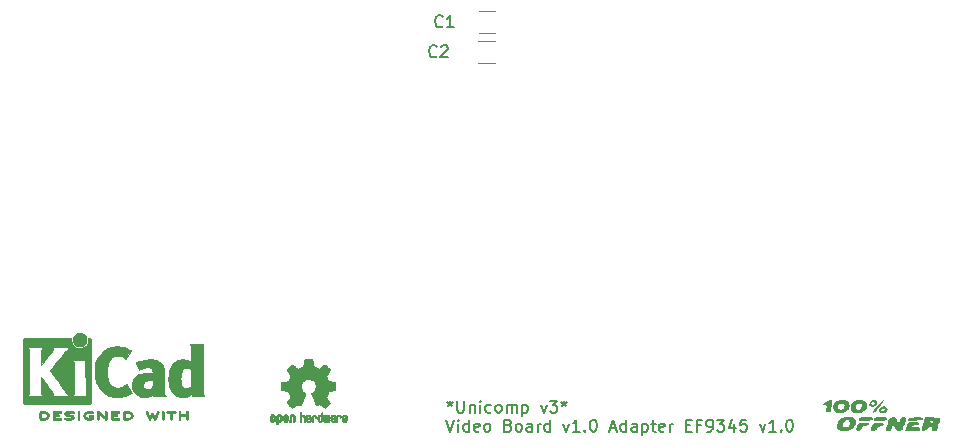
<source format=gbr>
%TF.GenerationSoftware,KiCad,Pcbnew,8.0.7-8.0.7-0~ubuntu22.04.1*%
%TF.CreationDate,2025-01-28T11:45:19+01:00*%
%TF.ProjectId,EF9345,45463933-3435-42e6-9b69-6361645f7063,rev?*%
%TF.SameCoordinates,Original*%
%TF.FileFunction,Legend,Top*%
%TF.FilePolarity,Positive*%
%FSLAX46Y46*%
G04 Gerber Fmt 4.6, Leading zero omitted, Abs format (unit mm)*
G04 Created by KiCad (PCBNEW 8.0.7-8.0.7-0~ubuntu22.04.1) date 2025-01-28 11:45:19*
%MOMM*%
%LPD*%
G01*
G04 APERTURE LIST*
%ADD10C,0.150000*%
%ADD11C,0.010000*%
%ADD12C,0.120000*%
%ADD13C,0.000000*%
G04 APERTURE END LIST*
D10*
X97479636Y-107259875D02*
X97479636Y-107497970D01*
X97241541Y-107402732D02*
X97479636Y-107497970D01*
X97479636Y-107497970D02*
X97717731Y-107402732D01*
X97336779Y-107688446D02*
X97479636Y-107497970D01*
X97479636Y-107497970D02*
X97622493Y-107688446D01*
X98098684Y-107259875D02*
X98098684Y-108069398D01*
X98098684Y-108069398D02*
X98146303Y-108164636D01*
X98146303Y-108164636D02*
X98193922Y-108212256D01*
X98193922Y-108212256D02*
X98289160Y-108259875D01*
X98289160Y-108259875D02*
X98479636Y-108259875D01*
X98479636Y-108259875D02*
X98574874Y-108212256D01*
X98574874Y-108212256D02*
X98622493Y-108164636D01*
X98622493Y-108164636D02*
X98670112Y-108069398D01*
X98670112Y-108069398D02*
X98670112Y-107259875D01*
X99146303Y-107593208D02*
X99146303Y-108259875D01*
X99146303Y-107688446D02*
X99193922Y-107640827D01*
X99193922Y-107640827D02*
X99289160Y-107593208D01*
X99289160Y-107593208D02*
X99432017Y-107593208D01*
X99432017Y-107593208D02*
X99527255Y-107640827D01*
X99527255Y-107640827D02*
X99574874Y-107736065D01*
X99574874Y-107736065D02*
X99574874Y-108259875D01*
X100051065Y-108259875D02*
X100051065Y-107593208D01*
X100051065Y-107259875D02*
X100003446Y-107307494D01*
X100003446Y-107307494D02*
X100051065Y-107355113D01*
X100051065Y-107355113D02*
X100098684Y-107307494D01*
X100098684Y-107307494D02*
X100051065Y-107259875D01*
X100051065Y-107259875D02*
X100051065Y-107355113D01*
X100955826Y-108212256D02*
X100860588Y-108259875D01*
X100860588Y-108259875D02*
X100670112Y-108259875D01*
X100670112Y-108259875D02*
X100574874Y-108212256D01*
X100574874Y-108212256D02*
X100527255Y-108164636D01*
X100527255Y-108164636D02*
X100479636Y-108069398D01*
X100479636Y-108069398D02*
X100479636Y-107783684D01*
X100479636Y-107783684D02*
X100527255Y-107688446D01*
X100527255Y-107688446D02*
X100574874Y-107640827D01*
X100574874Y-107640827D02*
X100670112Y-107593208D01*
X100670112Y-107593208D02*
X100860588Y-107593208D01*
X100860588Y-107593208D02*
X100955826Y-107640827D01*
X101527255Y-108259875D02*
X101432017Y-108212256D01*
X101432017Y-108212256D02*
X101384398Y-108164636D01*
X101384398Y-108164636D02*
X101336779Y-108069398D01*
X101336779Y-108069398D02*
X101336779Y-107783684D01*
X101336779Y-107783684D02*
X101384398Y-107688446D01*
X101384398Y-107688446D02*
X101432017Y-107640827D01*
X101432017Y-107640827D02*
X101527255Y-107593208D01*
X101527255Y-107593208D02*
X101670112Y-107593208D01*
X101670112Y-107593208D02*
X101765350Y-107640827D01*
X101765350Y-107640827D02*
X101812969Y-107688446D01*
X101812969Y-107688446D02*
X101860588Y-107783684D01*
X101860588Y-107783684D02*
X101860588Y-108069398D01*
X101860588Y-108069398D02*
X101812969Y-108164636D01*
X101812969Y-108164636D02*
X101765350Y-108212256D01*
X101765350Y-108212256D02*
X101670112Y-108259875D01*
X101670112Y-108259875D02*
X101527255Y-108259875D01*
X102289160Y-108259875D02*
X102289160Y-107593208D01*
X102289160Y-107688446D02*
X102336779Y-107640827D01*
X102336779Y-107640827D02*
X102432017Y-107593208D01*
X102432017Y-107593208D02*
X102574874Y-107593208D01*
X102574874Y-107593208D02*
X102670112Y-107640827D01*
X102670112Y-107640827D02*
X102717731Y-107736065D01*
X102717731Y-107736065D02*
X102717731Y-108259875D01*
X102717731Y-107736065D02*
X102765350Y-107640827D01*
X102765350Y-107640827D02*
X102860588Y-107593208D01*
X102860588Y-107593208D02*
X103003445Y-107593208D01*
X103003445Y-107593208D02*
X103098684Y-107640827D01*
X103098684Y-107640827D02*
X103146303Y-107736065D01*
X103146303Y-107736065D02*
X103146303Y-108259875D01*
X103622493Y-107593208D02*
X103622493Y-108593208D01*
X103622493Y-107640827D02*
X103717731Y-107593208D01*
X103717731Y-107593208D02*
X103908207Y-107593208D01*
X103908207Y-107593208D02*
X104003445Y-107640827D01*
X104003445Y-107640827D02*
X104051064Y-107688446D01*
X104051064Y-107688446D02*
X104098683Y-107783684D01*
X104098683Y-107783684D02*
X104098683Y-108069398D01*
X104098683Y-108069398D02*
X104051064Y-108164636D01*
X104051064Y-108164636D02*
X104003445Y-108212256D01*
X104003445Y-108212256D02*
X103908207Y-108259875D01*
X103908207Y-108259875D02*
X103717731Y-108259875D01*
X103717731Y-108259875D02*
X103622493Y-108212256D01*
X105193922Y-107593208D02*
X105432017Y-108259875D01*
X105432017Y-108259875D02*
X105670112Y-107593208D01*
X105955827Y-107259875D02*
X106574874Y-107259875D01*
X106574874Y-107259875D02*
X106241541Y-107640827D01*
X106241541Y-107640827D02*
X106384398Y-107640827D01*
X106384398Y-107640827D02*
X106479636Y-107688446D01*
X106479636Y-107688446D02*
X106527255Y-107736065D01*
X106527255Y-107736065D02*
X106574874Y-107831303D01*
X106574874Y-107831303D02*
X106574874Y-108069398D01*
X106574874Y-108069398D02*
X106527255Y-108164636D01*
X106527255Y-108164636D02*
X106479636Y-108212256D01*
X106479636Y-108212256D02*
X106384398Y-108259875D01*
X106384398Y-108259875D02*
X106098684Y-108259875D01*
X106098684Y-108259875D02*
X106003446Y-108212256D01*
X106003446Y-108212256D02*
X105955827Y-108164636D01*
X107146303Y-107259875D02*
X107146303Y-107497970D01*
X106908208Y-107402732D02*
X107146303Y-107497970D01*
X107146303Y-107497970D02*
X107384398Y-107402732D01*
X107003446Y-107688446D02*
X107146303Y-107497970D01*
X107146303Y-107497970D02*
X107289160Y-107688446D01*
X97193922Y-108869819D02*
X97527255Y-109869819D01*
X97527255Y-109869819D02*
X97860588Y-108869819D01*
X98193922Y-109869819D02*
X98193922Y-109203152D01*
X98193922Y-108869819D02*
X98146303Y-108917438D01*
X98146303Y-108917438D02*
X98193922Y-108965057D01*
X98193922Y-108965057D02*
X98241541Y-108917438D01*
X98241541Y-108917438D02*
X98193922Y-108869819D01*
X98193922Y-108869819D02*
X98193922Y-108965057D01*
X99098683Y-109869819D02*
X99098683Y-108869819D01*
X99098683Y-109822200D02*
X99003445Y-109869819D01*
X99003445Y-109869819D02*
X98812969Y-109869819D01*
X98812969Y-109869819D02*
X98717731Y-109822200D01*
X98717731Y-109822200D02*
X98670112Y-109774580D01*
X98670112Y-109774580D02*
X98622493Y-109679342D01*
X98622493Y-109679342D02*
X98622493Y-109393628D01*
X98622493Y-109393628D02*
X98670112Y-109298390D01*
X98670112Y-109298390D02*
X98717731Y-109250771D01*
X98717731Y-109250771D02*
X98812969Y-109203152D01*
X98812969Y-109203152D02*
X99003445Y-109203152D01*
X99003445Y-109203152D02*
X99098683Y-109250771D01*
X99955826Y-109822200D02*
X99860588Y-109869819D01*
X99860588Y-109869819D02*
X99670112Y-109869819D01*
X99670112Y-109869819D02*
X99574874Y-109822200D01*
X99574874Y-109822200D02*
X99527255Y-109726961D01*
X99527255Y-109726961D02*
X99527255Y-109346009D01*
X99527255Y-109346009D02*
X99574874Y-109250771D01*
X99574874Y-109250771D02*
X99670112Y-109203152D01*
X99670112Y-109203152D02*
X99860588Y-109203152D01*
X99860588Y-109203152D02*
X99955826Y-109250771D01*
X99955826Y-109250771D02*
X100003445Y-109346009D01*
X100003445Y-109346009D02*
X100003445Y-109441247D01*
X100003445Y-109441247D02*
X99527255Y-109536485D01*
X100574874Y-109869819D02*
X100479636Y-109822200D01*
X100479636Y-109822200D02*
X100432017Y-109774580D01*
X100432017Y-109774580D02*
X100384398Y-109679342D01*
X100384398Y-109679342D02*
X100384398Y-109393628D01*
X100384398Y-109393628D02*
X100432017Y-109298390D01*
X100432017Y-109298390D02*
X100479636Y-109250771D01*
X100479636Y-109250771D02*
X100574874Y-109203152D01*
X100574874Y-109203152D02*
X100717731Y-109203152D01*
X100717731Y-109203152D02*
X100812969Y-109250771D01*
X100812969Y-109250771D02*
X100860588Y-109298390D01*
X100860588Y-109298390D02*
X100908207Y-109393628D01*
X100908207Y-109393628D02*
X100908207Y-109679342D01*
X100908207Y-109679342D02*
X100860588Y-109774580D01*
X100860588Y-109774580D02*
X100812969Y-109822200D01*
X100812969Y-109822200D02*
X100717731Y-109869819D01*
X100717731Y-109869819D02*
X100574874Y-109869819D01*
X102432017Y-109346009D02*
X102574874Y-109393628D01*
X102574874Y-109393628D02*
X102622493Y-109441247D01*
X102622493Y-109441247D02*
X102670112Y-109536485D01*
X102670112Y-109536485D02*
X102670112Y-109679342D01*
X102670112Y-109679342D02*
X102622493Y-109774580D01*
X102622493Y-109774580D02*
X102574874Y-109822200D01*
X102574874Y-109822200D02*
X102479636Y-109869819D01*
X102479636Y-109869819D02*
X102098684Y-109869819D01*
X102098684Y-109869819D02*
X102098684Y-108869819D01*
X102098684Y-108869819D02*
X102432017Y-108869819D01*
X102432017Y-108869819D02*
X102527255Y-108917438D01*
X102527255Y-108917438D02*
X102574874Y-108965057D01*
X102574874Y-108965057D02*
X102622493Y-109060295D01*
X102622493Y-109060295D02*
X102622493Y-109155533D01*
X102622493Y-109155533D02*
X102574874Y-109250771D01*
X102574874Y-109250771D02*
X102527255Y-109298390D01*
X102527255Y-109298390D02*
X102432017Y-109346009D01*
X102432017Y-109346009D02*
X102098684Y-109346009D01*
X103241541Y-109869819D02*
X103146303Y-109822200D01*
X103146303Y-109822200D02*
X103098684Y-109774580D01*
X103098684Y-109774580D02*
X103051065Y-109679342D01*
X103051065Y-109679342D02*
X103051065Y-109393628D01*
X103051065Y-109393628D02*
X103098684Y-109298390D01*
X103098684Y-109298390D02*
X103146303Y-109250771D01*
X103146303Y-109250771D02*
X103241541Y-109203152D01*
X103241541Y-109203152D02*
X103384398Y-109203152D01*
X103384398Y-109203152D02*
X103479636Y-109250771D01*
X103479636Y-109250771D02*
X103527255Y-109298390D01*
X103527255Y-109298390D02*
X103574874Y-109393628D01*
X103574874Y-109393628D02*
X103574874Y-109679342D01*
X103574874Y-109679342D02*
X103527255Y-109774580D01*
X103527255Y-109774580D02*
X103479636Y-109822200D01*
X103479636Y-109822200D02*
X103384398Y-109869819D01*
X103384398Y-109869819D02*
X103241541Y-109869819D01*
X104432017Y-109869819D02*
X104432017Y-109346009D01*
X104432017Y-109346009D02*
X104384398Y-109250771D01*
X104384398Y-109250771D02*
X104289160Y-109203152D01*
X104289160Y-109203152D02*
X104098684Y-109203152D01*
X104098684Y-109203152D02*
X104003446Y-109250771D01*
X104432017Y-109822200D02*
X104336779Y-109869819D01*
X104336779Y-109869819D02*
X104098684Y-109869819D01*
X104098684Y-109869819D02*
X104003446Y-109822200D01*
X104003446Y-109822200D02*
X103955827Y-109726961D01*
X103955827Y-109726961D02*
X103955827Y-109631723D01*
X103955827Y-109631723D02*
X104003446Y-109536485D01*
X104003446Y-109536485D02*
X104098684Y-109488866D01*
X104098684Y-109488866D02*
X104336779Y-109488866D01*
X104336779Y-109488866D02*
X104432017Y-109441247D01*
X104908208Y-109869819D02*
X104908208Y-109203152D01*
X104908208Y-109393628D02*
X104955827Y-109298390D01*
X104955827Y-109298390D02*
X105003446Y-109250771D01*
X105003446Y-109250771D02*
X105098684Y-109203152D01*
X105098684Y-109203152D02*
X105193922Y-109203152D01*
X105955827Y-109869819D02*
X105955827Y-108869819D01*
X105955827Y-109822200D02*
X105860589Y-109869819D01*
X105860589Y-109869819D02*
X105670113Y-109869819D01*
X105670113Y-109869819D02*
X105574875Y-109822200D01*
X105574875Y-109822200D02*
X105527256Y-109774580D01*
X105527256Y-109774580D02*
X105479637Y-109679342D01*
X105479637Y-109679342D02*
X105479637Y-109393628D01*
X105479637Y-109393628D02*
X105527256Y-109298390D01*
X105527256Y-109298390D02*
X105574875Y-109250771D01*
X105574875Y-109250771D02*
X105670113Y-109203152D01*
X105670113Y-109203152D02*
X105860589Y-109203152D01*
X105860589Y-109203152D02*
X105955827Y-109250771D01*
X107098685Y-109203152D02*
X107336780Y-109869819D01*
X107336780Y-109869819D02*
X107574875Y-109203152D01*
X108479637Y-109869819D02*
X107908209Y-109869819D01*
X108193923Y-109869819D02*
X108193923Y-108869819D01*
X108193923Y-108869819D02*
X108098685Y-109012676D01*
X108098685Y-109012676D02*
X108003447Y-109107914D01*
X108003447Y-109107914D02*
X107908209Y-109155533D01*
X108908209Y-109774580D02*
X108955828Y-109822200D01*
X108955828Y-109822200D02*
X108908209Y-109869819D01*
X108908209Y-109869819D02*
X108860590Y-109822200D01*
X108860590Y-109822200D02*
X108908209Y-109774580D01*
X108908209Y-109774580D02*
X108908209Y-109869819D01*
X109574875Y-108869819D02*
X109670113Y-108869819D01*
X109670113Y-108869819D02*
X109765351Y-108917438D01*
X109765351Y-108917438D02*
X109812970Y-108965057D01*
X109812970Y-108965057D02*
X109860589Y-109060295D01*
X109860589Y-109060295D02*
X109908208Y-109250771D01*
X109908208Y-109250771D02*
X109908208Y-109488866D01*
X109908208Y-109488866D02*
X109860589Y-109679342D01*
X109860589Y-109679342D02*
X109812970Y-109774580D01*
X109812970Y-109774580D02*
X109765351Y-109822200D01*
X109765351Y-109822200D02*
X109670113Y-109869819D01*
X109670113Y-109869819D02*
X109574875Y-109869819D01*
X109574875Y-109869819D02*
X109479637Y-109822200D01*
X109479637Y-109822200D02*
X109432018Y-109774580D01*
X109432018Y-109774580D02*
X109384399Y-109679342D01*
X109384399Y-109679342D02*
X109336780Y-109488866D01*
X109336780Y-109488866D02*
X109336780Y-109250771D01*
X109336780Y-109250771D02*
X109384399Y-109060295D01*
X109384399Y-109060295D02*
X109432018Y-108965057D01*
X109432018Y-108965057D02*
X109479637Y-108917438D01*
X109479637Y-108917438D02*
X109574875Y-108869819D01*
X111051066Y-109584104D02*
X111527256Y-109584104D01*
X110955828Y-109869819D02*
X111289161Y-108869819D01*
X111289161Y-108869819D02*
X111622494Y-109869819D01*
X112384399Y-109869819D02*
X112384399Y-108869819D01*
X112384399Y-109822200D02*
X112289161Y-109869819D01*
X112289161Y-109869819D02*
X112098685Y-109869819D01*
X112098685Y-109869819D02*
X112003447Y-109822200D01*
X112003447Y-109822200D02*
X111955828Y-109774580D01*
X111955828Y-109774580D02*
X111908209Y-109679342D01*
X111908209Y-109679342D02*
X111908209Y-109393628D01*
X111908209Y-109393628D02*
X111955828Y-109298390D01*
X111955828Y-109298390D02*
X112003447Y-109250771D01*
X112003447Y-109250771D02*
X112098685Y-109203152D01*
X112098685Y-109203152D02*
X112289161Y-109203152D01*
X112289161Y-109203152D02*
X112384399Y-109250771D01*
X113289161Y-109869819D02*
X113289161Y-109346009D01*
X113289161Y-109346009D02*
X113241542Y-109250771D01*
X113241542Y-109250771D02*
X113146304Y-109203152D01*
X113146304Y-109203152D02*
X112955828Y-109203152D01*
X112955828Y-109203152D02*
X112860590Y-109250771D01*
X113289161Y-109822200D02*
X113193923Y-109869819D01*
X113193923Y-109869819D02*
X112955828Y-109869819D01*
X112955828Y-109869819D02*
X112860590Y-109822200D01*
X112860590Y-109822200D02*
X112812971Y-109726961D01*
X112812971Y-109726961D02*
X112812971Y-109631723D01*
X112812971Y-109631723D02*
X112860590Y-109536485D01*
X112860590Y-109536485D02*
X112955828Y-109488866D01*
X112955828Y-109488866D02*
X113193923Y-109488866D01*
X113193923Y-109488866D02*
X113289161Y-109441247D01*
X113765352Y-109203152D02*
X113765352Y-110203152D01*
X113765352Y-109250771D02*
X113860590Y-109203152D01*
X113860590Y-109203152D02*
X114051066Y-109203152D01*
X114051066Y-109203152D02*
X114146304Y-109250771D01*
X114146304Y-109250771D02*
X114193923Y-109298390D01*
X114193923Y-109298390D02*
X114241542Y-109393628D01*
X114241542Y-109393628D02*
X114241542Y-109679342D01*
X114241542Y-109679342D02*
X114193923Y-109774580D01*
X114193923Y-109774580D02*
X114146304Y-109822200D01*
X114146304Y-109822200D02*
X114051066Y-109869819D01*
X114051066Y-109869819D02*
X113860590Y-109869819D01*
X113860590Y-109869819D02*
X113765352Y-109822200D01*
X114527257Y-109203152D02*
X114908209Y-109203152D01*
X114670114Y-108869819D02*
X114670114Y-109726961D01*
X114670114Y-109726961D02*
X114717733Y-109822200D01*
X114717733Y-109822200D02*
X114812971Y-109869819D01*
X114812971Y-109869819D02*
X114908209Y-109869819D01*
X115622495Y-109822200D02*
X115527257Y-109869819D01*
X115527257Y-109869819D02*
X115336781Y-109869819D01*
X115336781Y-109869819D02*
X115241543Y-109822200D01*
X115241543Y-109822200D02*
X115193924Y-109726961D01*
X115193924Y-109726961D02*
X115193924Y-109346009D01*
X115193924Y-109346009D02*
X115241543Y-109250771D01*
X115241543Y-109250771D02*
X115336781Y-109203152D01*
X115336781Y-109203152D02*
X115527257Y-109203152D01*
X115527257Y-109203152D02*
X115622495Y-109250771D01*
X115622495Y-109250771D02*
X115670114Y-109346009D01*
X115670114Y-109346009D02*
X115670114Y-109441247D01*
X115670114Y-109441247D02*
X115193924Y-109536485D01*
X116098686Y-109869819D02*
X116098686Y-109203152D01*
X116098686Y-109393628D02*
X116146305Y-109298390D01*
X116146305Y-109298390D02*
X116193924Y-109250771D01*
X116193924Y-109250771D02*
X116289162Y-109203152D01*
X116289162Y-109203152D02*
X116384400Y-109203152D01*
X117479639Y-109346009D02*
X117812972Y-109346009D01*
X117955829Y-109869819D02*
X117479639Y-109869819D01*
X117479639Y-109869819D02*
X117479639Y-108869819D01*
X117479639Y-108869819D02*
X117955829Y-108869819D01*
X118717734Y-109346009D02*
X118384401Y-109346009D01*
X118384401Y-109869819D02*
X118384401Y-108869819D01*
X118384401Y-108869819D02*
X118860591Y-108869819D01*
X119289163Y-109869819D02*
X119479639Y-109869819D01*
X119479639Y-109869819D02*
X119574877Y-109822200D01*
X119574877Y-109822200D02*
X119622496Y-109774580D01*
X119622496Y-109774580D02*
X119717734Y-109631723D01*
X119717734Y-109631723D02*
X119765353Y-109441247D01*
X119765353Y-109441247D02*
X119765353Y-109060295D01*
X119765353Y-109060295D02*
X119717734Y-108965057D01*
X119717734Y-108965057D02*
X119670115Y-108917438D01*
X119670115Y-108917438D02*
X119574877Y-108869819D01*
X119574877Y-108869819D02*
X119384401Y-108869819D01*
X119384401Y-108869819D02*
X119289163Y-108917438D01*
X119289163Y-108917438D02*
X119241544Y-108965057D01*
X119241544Y-108965057D02*
X119193925Y-109060295D01*
X119193925Y-109060295D02*
X119193925Y-109298390D01*
X119193925Y-109298390D02*
X119241544Y-109393628D01*
X119241544Y-109393628D02*
X119289163Y-109441247D01*
X119289163Y-109441247D02*
X119384401Y-109488866D01*
X119384401Y-109488866D02*
X119574877Y-109488866D01*
X119574877Y-109488866D02*
X119670115Y-109441247D01*
X119670115Y-109441247D02*
X119717734Y-109393628D01*
X119717734Y-109393628D02*
X119765353Y-109298390D01*
X120098687Y-108869819D02*
X120717734Y-108869819D01*
X120717734Y-108869819D02*
X120384401Y-109250771D01*
X120384401Y-109250771D02*
X120527258Y-109250771D01*
X120527258Y-109250771D02*
X120622496Y-109298390D01*
X120622496Y-109298390D02*
X120670115Y-109346009D01*
X120670115Y-109346009D02*
X120717734Y-109441247D01*
X120717734Y-109441247D02*
X120717734Y-109679342D01*
X120717734Y-109679342D02*
X120670115Y-109774580D01*
X120670115Y-109774580D02*
X120622496Y-109822200D01*
X120622496Y-109822200D02*
X120527258Y-109869819D01*
X120527258Y-109869819D02*
X120241544Y-109869819D01*
X120241544Y-109869819D02*
X120146306Y-109822200D01*
X120146306Y-109822200D02*
X120098687Y-109774580D01*
X121574877Y-109203152D02*
X121574877Y-109869819D01*
X121336782Y-108822200D02*
X121098687Y-109536485D01*
X121098687Y-109536485D02*
X121717734Y-109536485D01*
X122574877Y-108869819D02*
X122098687Y-108869819D01*
X122098687Y-108869819D02*
X122051068Y-109346009D01*
X122051068Y-109346009D02*
X122098687Y-109298390D01*
X122098687Y-109298390D02*
X122193925Y-109250771D01*
X122193925Y-109250771D02*
X122432020Y-109250771D01*
X122432020Y-109250771D02*
X122527258Y-109298390D01*
X122527258Y-109298390D02*
X122574877Y-109346009D01*
X122574877Y-109346009D02*
X122622496Y-109441247D01*
X122622496Y-109441247D02*
X122622496Y-109679342D01*
X122622496Y-109679342D02*
X122574877Y-109774580D01*
X122574877Y-109774580D02*
X122527258Y-109822200D01*
X122527258Y-109822200D02*
X122432020Y-109869819D01*
X122432020Y-109869819D02*
X122193925Y-109869819D01*
X122193925Y-109869819D02*
X122098687Y-109822200D01*
X122098687Y-109822200D02*
X122051068Y-109774580D01*
X123717735Y-109203152D02*
X123955830Y-109869819D01*
X123955830Y-109869819D02*
X124193925Y-109203152D01*
X125098687Y-109869819D02*
X124527259Y-109869819D01*
X124812973Y-109869819D02*
X124812973Y-108869819D01*
X124812973Y-108869819D02*
X124717735Y-109012676D01*
X124717735Y-109012676D02*
X124622497Y-109107914D01*
X124622497Y-109107914D02*
X124527259Y-109155533D01*
X125527259Y-109774580D02*
X125574878Y-109822200D01*
X125574878Y-109822200D02*
X125527259Y-109869819D01*
X125527259Y-109869819D02*
X125479640Y-109822200D01*
X125479640Y-109822200D02*
X125527259Y-109774580D01*
X125527259Y-109774580D02*
X125527259Y-109869819D01*
X126193925Y-108869819D02*
X126289163Y-108869819D01*
X126289163Y-108869819D02*
X126384401Y-108917438D01*
X126384401Y-108917438D02*
X126432020Y-108965057D01*
X126432020Y-108965057D02*
X126479639Y-109060295D01*
X126479639Y-109060295D02*
X126527258Y-109250771D01*
X126527258Y-109250771D02*
X126527258Y-109488866D01*
X126527258Y-109488866D02*
X126479639Y-109679342D01*
X126479639Y-109679342D02*
X126432020Y-109774580D01*
X126432020Y-109774580D02*
X126384401Y-109822200D01*
X126384401Y-109822200D02*
X126289163Y-109869819D01*
X126289163Y-109869819D02*
X126193925Y-109869819D01*
X126193925Y-109869819D02*
X126098687Y-109822200D01*
X126098687Y-109822200D02*
X126051068Y-109774580D01*
X126051068Y-109774580D02*
X126003449Y-109679342D01*
X126003449Y-109679342D02*
X125955830Y-109488866D01*
X125955830Y-109488866D02*
X125955830Y-109250771D01*
X125955830Y-109250771D02*
X126003449Y-109060295D01*
X126003449Y-109060295D02*
X126051068Y-108965057D01*
X126051068Y-108965057D02*
X126098687Y-108917438D01*
X126098687Y-108917438D02*
X126193925Y-108869819D01*
X96353333Y-78083580D02*
X96305714Y-78131200D01*
X96305714Y-78131200D02*
X96162857Y-78178819D01*
X96162857Y-78178819D02*
X96067619Y-78178819D01*
X96067619Y-78178819D02*
X95924762Y-78131200D01*
X95924762Y-78131200D02*
X95829524Y-78035961D01*
X95829524Y-78035961D02*
X95781905Y-77940723D01*
X95781905Y-77940723D02*
X95734286Y-77750247D01*
X95734286Y-77750247D02*
X95734286Y-77607390D01*
X95734286Y-77607390D02*
X95781905Y-77416914D01*
X95781905Y-77416914D02*
X95829524Y-77321676D01*
X95829524Y-77321676D02*
X95924762Y-77226438D01*
X95924762Y-77226438D02*
X96067619Y-77178819D01*
X96067619Y-77178819D02*
X96162857Y-77178819D01*
X96162857Y-77178819D02*
X96305714Y-77226438D01*
X96305714Y-77226438D02*
X96353333Y-77274057D01*
X96734286Y-77274057D02*
X96781905Y-77226438D01*
X96781905Y-77226438D02*
X96877143Y-77178819D01*
X96877143Y-77178819D02*
X97115238Y-77178819D01*
X97115238Y-77178819D02*
X97210476Y-77226438D01*
X97210476Y-77226438D02*
X97258095Y-77274057D01*
X97258095Y-77274057D02*
X97305714Y-77369295D01*
X97305714Y-77369295D02*
X97305714Y-77464533D01*
X97305714Y-77464533D02*
X97258095Y-77607390D01*
X97258095Y-77607390D02*
X96686667Y-78178819D01*
X96686667Y-78178819D02*
X97305714Y-78178819D01*
X96861333Y-75543580D02*
X96813714Y-75591200D01*
X96813714Y-75591200D02*
X96670857Y-75638819D01*
X96670857Y-75638819D02*
X96575619Y-75638819D01*
X96575619Y-75638819D02*
X96432762Y-75591200D01*
X96432762Y-75591200D02*
X96337524Y-75495961D01*
X96337524Y-75495961D02*
X96289905Y-75400723D01*
X96289905Y-75400723D02*
X96242286Y-75210247D01*
X96242286Y-75210247D02*
X96242286Y-75067390D01*
X96242286Y-75067390D02*
X96289905Y-74876914D01*
X96289905Y-74876914D02*
X96337524Y-74781676D01*
X96337524Y-74781676D02*
X96432762Y-74686438D01*
X96432762Y-74686438D02*
X96575619Y-74638819D01*
X96575619Y-74638819D02*
X96670857Y-74638819D01*
X96670857Y-74638819D02*
X96813714Y-74686438D01*
X96813714Y-74686438D02*
X96861333Y-74734057D01*
X97813714Y-75638819D02*
X97242286Y-75638819D01*
X97528000Y-75638819D02*
X97528000Y-74638819D01*
X97528000Y-74638819D02*
X97432762Y-74781676D01*
X97432762Y-74781676D02*
X97337524Y-74876914D01*
X97337524Y-74876914D02*
X97242286Y-74924533D01*
D11*
%TO.C,H2*%
X88152600Y-108458752D02*
X88169948Y-108466334D01*
X88211356Y-108499128D01*
X88246765Y-108546547D01*
X88268664Y-108597151D01*
X88272229Y-108622098D01*
X88260279Y-108656927D01*
X88234067Y-108675357D01*
X88205964Y-108686516D01*
X88193095Y-108688572D01*
X88186829Y-108673649D01*
X88174456Y-108641175D01*
X88169028Y-108626502D01*
X88138590Y-108575744D01*
X88094520Y-108550427D01*
X88038010Y-108551206D01*
X88033825Y-108552203D01*
X88003655Y-108566507D01*
X87981476Y-108594393D01*
X87966327Y-108639287D01*
X87957250Y-108704615D01*
X87953286Y-108793804D01*
X87952914Y-108841261D01*
X87952730Y-108916071D01*
X87951522Y-108967069D01*
X87948309Y-108999471D01*
X87942109Y-109018495D01*
X87931940Y-109029356D01*
X87916819Y-109037272D01*
X87915946Y-109037670D01*
X87886828Y-109049981D01*
X87872403Y-109054514D01*
X87870186Y-109040809D01*
X87868289Y-109002925D01*
X87866847Y-108945715D01*
X87865998Y-108874027D01*
X87865829Y-108821565D01*
X87866692Y-108720047D01*
X87870070Y-108643032D01*
X87877142Y-108586023D01*
X87889088Y-108544526D01*
X87907090Y-108514043D01*
X87932327Y-108490080D01*
X87957247Y-108473355D01*
X88017171Y-108451097D01*
X88086911Y-108446076D01*
X88152600Y-108458752D01*
G36*
X88152600Y-108458752D02*
G01*
X88169948Y-108466334D01*
X88211356Y-108499128D01*
X88246765Y-108546547D01*
X88268664Y-108597151D01*
X88272229Y-108622098D01*
X88260279Y-108656927D01*
X88234067Y-108675357D01*
X88205964Y-108686516D01*
X88193095Y-108688572D01*
X88186829Y-108673649D01*
X88174456Y-108641175D01*
X88169028Y-108626502D01*
X88138590Y-108575744D01*
X88094520Y-108550427D01*
X88038010Y-108551206D01*
X88033825Y-108552203D01*
X88003655Y-108566507D01*
X87981476Y-108594393D01*
X87966327Y-108639287D01*
X87957250Y-108704615D01*
X87953286Y-108793804D01*
X87952914Y-108841261D01*
X87952730Y-108916071D01*
X87951522Y-108967069D01*
X87948309Y-108999471D01*
X87942109Y-109018495D01*
X87931940Y-109029356D01*
X87916819Y-109037272D01*
X87915946Y-109037670D01*
X87886828Y-109049981D01*
X87872403Y-109054514D01*
X87870186Y-109040809D01*
X87868289Y-109002925D01*
X87866847Y-108945715D01*
X87865998Y-108874027D01*
X87865829Y-108821565D01*
X87866692Y-108720047D01*
X87870070Y-108643032D01*
X87877142Y-108586023D01*
X87889088Y-108544526D01*
X87907090Y-108514043D01*
X87932327Y-108490080D01*
X87957247Y-108473355D01*
X88017171Y-108451097D01*
X88086911Y-108446076D01*
X88152600Y-108458752D01*
G37*
X84216093Y-108427780D02*
X84262672Y-108454723D01*
X84295057Y-108481466D01*
X84318742Y-108509484D01*
X84335059Y-108543748D01*
X84345339Y-108589227D01*
X84350914Y-108650892D01*
X84353116Y-108733711D01*
X84353371Y-108793246D01*
X84353371Y-109012391D01*
X84291686Y-109040044D01*
X84230000Y-109067697D01*
X84222743Y-108827670D01*
X84219744Y-108738028D01*
X84216598Y-108672962D01*
X84212701Y-108628026D01*
X84207447Y-108598770D01*
X84200231Y-108580748D01*
X84190450Y-108569511D01*
X84187312Y-108567079D01*
X84139761Y-108548083D01*
X84091697Y-108555600D01*
X84063086Y-108575543D01*
X84051447Y-108589675D01*
X84043391Y-108608220D01*
X84038271Y-108636334D01*
X84035441Y-108679173D01*
X84034256Y-108741895D01*
X84034057Y-108807261D01*
X84034018Y-108889268D01*
X84032614Y-108947316D01*
X84027914Y-108986465D01*
X84017987Y-109011780D01*
X84000903Y-109028323D01*
X83974732Y-109041156D01*
X83939775Y-109054491D01*
X83901596Y-109069007D01*
X83906141Y-108811389D01*
X83907971Y-108718519D01*
X83910112Y-108649889D01*
X83913181Y-108600711D01*
X83917794Y-108566198D01*
X83924568Y-108541562D01*
X83934119Y-108522016D01*
X83945634Y-108504770D01*
X84001190Y-108449680D01*
X84068980Y-108417822D01*
X84142713Y-108410191D01*
X84216093Y-108427780D01*
G36*
X84216093Y-108427780D02*
G01*
X84262672Y-108454723D01*
X84295057Y-108481466D01*
X84318742Y-108509484D01*
X84335059Y-108543748D01*
X84345339Y-108589227D01*
X84350914Y-108650892D01*
X84353116Y-108733711D01*
X84353371Y-108793246D01*
X84353371Y-109012391D01*
X84291686Y-109040044D01*
X84230000Y-109067697D01*
X84222743Y-108827670D01*
X84219744Y-108738028D01*
X84216598Y-108672962D01*
X84212701Y-108628026D01*
X84207447Y-108598770D01*
X84200231Y-108580748D01*
X84190450Y-108569511D01*
X84187312Y-108567079D01*
X84139761Y-108548083D01*
X84091697Y-108555600D01*
X84063086Y-108575543D01*
X84051447Y-108589675D01*
X84043391Y-108608220D01*
X84038271Y-108636334D01*
X84035441Y-108679173D01*
X84034256Y-108741895D01*
X84034057Y-108807261D01*
X84034018Y-108889268D01*
X84032614Y-108947316D01*
X84027914Y-108986465D01*
X84017987Y-109011780D01*
X84000903Y-109028323D01*
X83974732Y-109041156D01*
X83939775Y-109054491D01*
X83901596Y-109069007D01*
X83906141Y-108811389D01*
X83907971Y-108718519D01*
X83910112Y-108649889D01*
X83913181Y-108600711D01*
X83917794Y-108566198D01*
X83924568Y-108541562D01*
X83934119Y-108522016D01*
X83945634Y-108504770D01*
X84001190Y-108449680D01*
X84068980Y-108417822D01*
X84142713Y-108410191D01*
X84216093Y-108427780D01*
G37*
X86029926Y-108449755D02*
X86095858Y-108474084D01*
X86149273Y-108517117D01*
X86170164Y-108547409D01*
X86192939Y-108602994D01*
X86192466Y-108643186D01*
X86168562Y-108670217D01*
X86159717Y-108674813D01*
X86121530Y-108689144D01*
X86102028Y-108685472D01*
X86095422Y-108661407D01*
X86095086Y-108648114D01*
X86082992Y-108599210D01*
X86051471Y-108564999D01*
X86007659Y-108548476D01*
X85958695Y-108552634D01*
X85918894Y-108574227D01*
X85905450Y-108586544D01*
X85895921Y-108601487D01*
X85889485Y-108624075D01*
X85885317Y-108659328D01*
X85882597Y-108712266D01*
X85880502Y-108787907D01*
X85879960Y-108811857D01*
X85877981Y-108893790D01*
X85875731Y-108951455D01*
X85872357Y-108989608D01*
X85867006Y-109013004D01*
X85858824Y-109026398D01*
X85846959Y-109034545D01*
X85839362Y-109038144D01*
X85807102Y-109050452D01*
X85788111Y-109054514D01*
X85781836Y-109040948D01*
X85778006Y-108999934D01*
X85776600Y-108930999D01*
X85777598Y-108833669D01*
X85777908Y-108818657D01*
X85780101Y-108729859D01*
X85782693Y-108665019D01*
X85786382Y-108619067D01*
X85791864Y-108586935D01*
X85799835Y-108563553D01*
X85810993Y-108543852D01*
X85816830Y-108535410D01*
X85850296Y-108498057D01*
X85887727Y-108469003D01*
X85892309Y-108466467D01*
X85959426Y-108446443D01*
X86029926Y-108449755D01*
G36*
X86029926Y-108449755D02*
G01*
X86095858Y-108474084D01*
X86149273Y-108517117D01*
X86170164Y-108547409D01*
X86192939Y-108602994D01*
X86192466Y-108643186D01*
X86168562Y-108670217D01*
X86159717Y-108674813D01*
X86121530Y-108689144D01*
X86102028Y-108685472D01*
X86095422Y-108661407D01*
X86095086Y-108648114D01*
X86082992Y-108599210D01*
X86051471Y-108564999D01*
X86007659Y-108548476D01*
X85958695Y-108552634D01*
X85918894Y-108574227D01*
X85905450Y-108586544D01*
X85895921Y-108601487D01*
X85889485Y-108624075D01*
X85885317Y-108659328D01*
X85882597Y-108712266D01*
X85880502Y-108787907D01*
X85879960Y-108811857D01*
X85877981Y-108893790D01*
X85875731Y-108951455D01*
X85872357Y-108989608D01*
X85867006Y-109013004D01*
X85858824Y-109026398D01*
X85846959Y-109034545D01*
X85839362Y-109038144D01*
X85807102Y-109050452D01*
X85788111Y-109054514D01*
X85781836Y-109040948D01*
X85778006Y-108999934D01*
X85776600Y-108930999D01*
X85777598Y-108833669D01*
X85777908Y-108818657D01*
X85780101Y-108729859D01*
X85782693Y-108665019D01*
X85786382Y-108619067D01*
X85791864Y-108586935D01*
X85799835Y-108563553D01*
X85810993Y-108543852D01*
X85816830Y-108535410D01*
X85850296Y-108498057D01*
X85887727Y-108469003D01*
X85892309Y-108466467D01*
X85959426Y-108446443D01*
X86029926Y-108449755D01*
G37*
X84875886Y-108351289D02*
X84880139Y-108410613D01*
X84885025Y-108445572D01*
X84891795Y-108460820D01*
X84901702Y-108461015D01*
X84904914Y-108459195D01*
X84947644Y-108446015D01*
X85003227Y-108446785D01*
X85059737Y-108460333D01*
X85095082Y-108477861D01*
X85131321Y-108505861D01*
X85157813Y-108537549D01*
X85175999Y-108577813D01*
X85187322Y-108631543D01*
X85193222Y-108703626D01*
X85195143Y-108798951D01*
X85195177Y-108817237D01*
X85195200Y-109022646D01*
X85149491Y-109038580D01*
X85117027Y-109049420D01*
X85099215Y-109054468D01*
X85098691Y-109054514D01*
X85096937Y-109040828D01*
X85095444Y-109003076D01*
X85094326Y-108946224D01*
X85093697Y-108875234D01*
X85093600Y-108832073D01*
X85093398Y-108746973D01*
X85092358Y-108685981D01*
X85089831Y-108644177D01*
X85085164Y-108616642D01*
X85077707Y-108598456D01*
X85066811Y-108584698D01*
X85060007Y-108578073D01*
X85013272Y-108551375D01*
X84962272Y-108549375D01*
X84916001Y-108571955D01*
X84907444Y-108580107D01*
X84894893Y-108595436D01*
X84886188Y-108613618D01*
X84880631Y-108639909D01*
X84877526Y-108679562D01*
X84876176Y-108737832D01*
X84875886Y-108818173D01*
X84875886Y-109022646D01*
X84830177Y-109038580D01*
X84797713Y-109049420D01*
X84779901Y-109054468D01*
X84779377Y-109054514D01*
X84778037Y-109040623D01*
X84776828Y-109001439D01*
X84775801Y-108940700D01*
X84775002Y-108862141D01*
X84774481Y-108769498D01*
X84774286Y-108666509D01*
X84774286Y-108269342D01*
X84821457Y-108249444D01*
X84868629Y-108229547D01*
X84875886Y-108351289D01*
G36*
X84875886Y-108351289D02*
G01*
X84880139Y-108410613D01*
X84885025Y-108445572D01*
X84891795Y-108460820D01*
X84901702Y-108461015D01*
X84904914Y-108459195D01*
X84947644Y-108446015D01*
X85003227Y-108446785D01*
X85059737Y-108460333D01*
X85095082Y-108477861D01*
X85131321Y-108505861D01*
X85157813Y-108537549D01*
X85175999Y-108577813D01*
X85187322Y-108631543D01*
X85193222Y-108703626D01*
X85195143Y-108798951D01*
X85195177Y-108817237D01*
X85195200Y-109022646D01*
X85149491Y-109038580D01*
X85117027Y-109049420D01*
X85099215Y-109054468D01*
X85098691Y-109054514D01*
X85096937Y-109040828D01*
X85095444Y-109003076D01*
X85094326Y-108946224D01*
X85093697Y-108875234D01*
X85093600Y-108832073D01*
X85093398Y-108746973D01*
X85092358Y-108685981D01*
X85089831Y-108644177D01*
X85085164Y-108616642D01*
X85077707Y-108598456D01*
X85066811Y-108584698D01*
X85060007Y-108578073D01*
X85013272Y-108551375D01*
X84962272Y-108549375D01*
X84916001Y-108571955D01*
X84907444Y-108580107D01*
X84894893Y-108595436D01*
X84886188Y-108613618D01*
X84880631Y-108639909D01*
X84877526Y-108679562D01*
X84876176Y-108737832D01*
X84875886Y-108818173D01*
X84875886Y-109022646D01*
X84830177Y-109038580D01*
X84797713Y-109049420D01*
X84779901Y-109054468D01*
X84779377Y-109054514D01*
X84778037Y-109040623D01*
X84776828Y-109001439D01*
X84775801Y-108940700D01*
X84775002Y-108862141D01*
X84774481Y-108769498D01*
X84774286Y-108666509D01*
X84774286Y-108269342D01*
X84821457Y-108249444D01*
X84868629Y-108229547D01*
X84875886Y-108351289D01*
G37*
X87279833Y-108458663D02*
X87282048Y-108496850D01*
X87283784Y-108554886D01*
X87284899Y-108628180D01*
X87285257Y-108705055D01*
X87285257Y-108965196D01*
X87239326Y-109011127D01*
X87207675Y-109039429D01*
X87179890Y-109050893D01*
X87141915Y-109050168D01*
X87126840Y-109048321D01*
X87079726Y-109042948D01*
X87040756Y-109039869D01*
X87031257Y-109039585D01*
X86999233Y-109041445D01*
X86953432Y-109046114D01*
X86935674Y-109048321D01*
X86892057Y-109051735D01*
X86862745Y-109044320D01*
X86833680Y-109021427D01*
X86823188Y-109011127D01*
X86777257Y-108965196D01*
X86777257Y-108478602D01*
X86814226Y-108461758D01*
X86846059Y-108449282D01*
X86864683Y-108444914D01*
X86869458Y-108458718D01*
X86873921Y-108497286D01*
X86877775Y-108556356D01*
X86880722Y-108631663D01*
X86882143Y-108695286D01*
X86886114Y-108945657D01*
X86920759Y-108950556D01*
X86952268Y-108947131D01*
X86967708Y-108936041D01*
X86972023Y-108915308D01*
X86975708Y-108871145D01*
X86978469Y-108809146D01*
X86980012Y-108734909D01*
X86980235Y-108696706D01*
X86980457Y-108476783D01*
X87026166Y-108460849D01*
X87058518Y-108450015D01*
X87076115Y-108444962D01*
X87076623Y-108444914D01*
X87078388Y-108458648D01*
X87080329Y-108496730D01*
X87082282Y-108554482D01*
X87084084Y-108627227D01*
X87085343Y-108695286D01*
X87089314Y-108945657D01*
X87176400Y-108945657D01*
X87180396Y-108717240D01*
X87184392Y-108488822D01*
X87226847Y-108466868D01*
X87258192Y-108451793D01*
X87276744Y-108444951D01*
X87277279Y-108444914D01*
X87279833Y-108458663D01*
G36*
X87279833Y-108458663D02*
G01*
X87282048Y-108496850D01*
X87283784Y-108554886D01*
X87284899Y-108628180D01*
X87285257Y-108705055D01*
X87285257Y-108965196D01*
X87239326Y-109011127D01*
X87207675Y-109039429D01*
X87179890Y-109050893D01*
X87141915Y-109050168D01*
X87126840Y-109048321D01*
X87079726Y-109042948D01*
X87040756Y-109039869D01*
X87031257Y-109039585D01*
X86999233Y-109041445D01*
X86953432Y-109046114D01*
X86935674Y-109048321D01*
X86892057Y-109051735D01*
X86862745Y-109044320D01*
X86833680Y-109021427D01*
X86823188Y-109011127D01*
X86777257Y-108965196D01*
X86777257Y-108478602D01*
X86814226Y-108461758D01*
X86846059Y-108449282D01*
X86864683Y-108444914D01*
X86869458Y-108458718D01*
X86873921Y-108497286D01*
X86877775Y-108556356D01*
X86880722Y-108631663D01*
X86882143Y-108695286D01*
X86886114Y-108945657D01*
X86920759Y-108950556D01*
X86952268Y-108947131D01*
X86967708Y-108936041D01*
X86972023Y-108915308D01*
X86975708Y-108871145D01*
X86978469Y-108809146D01*
X86980012Y-108734909D01*
X86980235Y-108696706D01*
X86980457Y-108476783D01*
X87026166Y-108460849D01*
X87058518Y-108450015D01*
X87076115Y-108444962D01*
X87076623Y-108444914D01*
X87078388Y-108458648D01*
X87080329Y-108496730D01*
X87082282Y-108554482D01*
X87084084Y-108627227D01*
X87085343Y-108695286D01*
X87089314Y-108945657D01*
X87176400Y-108945657D01*
X87180396Y-108717240D01*
X87184392Y-108488822D01*
X87226847Y-108466868D01*
X87258192Y-108451793D01*
X87276744Y-108444951D01*
X87277279Y-108444914D01*
X87279833Y-108458663D01*
G37*
X82541115Y-108421962D02*
X82609145Y-108457733D01*
X82659351Y-108515301D01*
X82677185Y-108552312D01*
X82691063Y-108607882D01*
X82698167Y-108678096D01*
X82698840Y-108754727D01*
X82693427Y-108829552D01*
X82682270Y-108894342D01*
X82665714Y-108940873D01*
X82660626Y-108948887D01*
X82600355Y-109008707D01*
X82528769Y-109044535D01*
X82451092Y-109055020D01*
X82372548Y-109038810D01*
X82350689Y-109029092D01*
X82308122Y-108999143D01*
X82270763Y-108959433D01*
X82267232Y-108954397D01*
X82252881Y-108930124D01*
X82243394Y-108904178D01*
X82237790Y-108870022D01*
X82235086Y-108821119D01*
X82234299Y-108750935D01*
X82234286Y-108735200D01*
X82234322Y-108730192D01*
X82379429Y-108730192D01*
X82380273Y-108796430D01*
X82383596Y-108840386D01*
X82390583Y-108868779D01*
X82402416Y-108888325D01*
X82408457Y-108894857D01*
X82443186Y-108919680D01*
X82476903Y-108918548D01*
X82510995Y-108897016D01*
X82531329Y-108874029D01*
X82543371Y-108840478D01*
X82550134Y-108787569D01*
X82550598Y-108781399D01*
X82551752Y-108685513D01*
X82539688Y-108614299D01*
X82514570Y-108568194D01*
X82476560Y-108547635D01*
X82462992Y-108546514D01*
X82427364Y-108552152D01*
X82402994Y-108571686D01*
X82388093Y-108609042D01*
X82380875Y-108668150D01*
X82379429Y-108730192D01*
X82234322Y-108730192D01*
X82234826Y-108660413D01*
X82237096Y-108608159D01*
X82242068Y-108571949D01*
X82250713Y-108545299D01*
X82264005Y-108521722D01*
X82266943Y-108517338D01*
X82316313Y-108458249D01*
X82370109Y-108423947D01*
X82435602Y-108410331D01*
X82457842Y-108409665D01*
X82541115Y-108421962D01*
G36*
X82541115Y-108421962D02*
G01*
X82609145Y-108457733D01*
X82659351Y-108515301D01*
X82677185Y-108552312D01*
X82691063Y-108607882D01*
X82698167Y-108678096D01*
X82698840Y-108754727D01*
X82693427Y-108829552D01*
X82682270Y-108894342D01*
X82665714Y-108940873D01*
X82660626Y-108948887D01*
X82600355Y-109008707D01*
X82528769Y-109044535D01*
X82451092Y-109055020D01*
X82372548Y-109038810D01*
X82350689Y-109029092D01*
X82308122Y-108999143D01*
X82270763Y-108959433D01*
X82267232Y-108954397D01*
X82252881Y-108930124D01*
X82243394Y-108904178D01*
X82237790Y-108870022D01*
X82235086Y-108821119D01*
X82234299Y-108750935D01*
X82234286Y-108735200D01*
X82234322Y-108730192D01*
X82379429Y-108730192D01*
X82380273Y-108796430D01*
X82383596Y-108840386D01*
X82390583Y-108868779D01*
X82402416Y-108888325D01*
X82408457Y-108894857D01*
X82443186Y-108919680D01*
X82476903Y-108918548D01*
X82510995Y-108897016D01*
X82531329Y-108874029D01*
X82543371Y-108840478D01*
X82550134Y-108787569D01*
X82550598Y-108781399D01*
X82551752Y-108685513D01*
X82539688Y-108614299D01*
X82514570Y-108568194D01*
X82476560Y-108547635D01*
X82462992Y-108546514D01*
X82427364Y-108552152D01*
X82402994Y-108571686D01*
X82388093Y-108609042D01*
X82380875Y-108668150D01*
X82379429Y-108730192D01*
X82234322Y-108730192D01*
X82234826Y-108660413D01*
X82237096Y-108608159D01*
X82242068Y-108571949D01*
X82250713Y-108545299D01*
X82264005Y-108521722D01*
X82266943Y-108517338D01*
X82316313Y-108458249D01*
X82370109Y-108423947D01*
X82435602Y-108410331D01*
X82457842Y-108409665D01*
X82541115Y-108421962D01*
G37*
X88653595Y-108466966D02*
X88711021Y-108504497D01*
X88738719Y-108538096D01*
X88760662Y-108599064D01*
X88762405Y-108647308D01*
X88758457Y-108711816D01*
X88609686Y-108776934D01*
X88537349Y-108810202D01*
X88490084Y-108836964D01*
X88465507Y-108860144D01*
X88461237Y-108882667D01*
X88474889Y-108907455D01*
X88489943Y-108923886D01*
X88533746Y-108950235D01*
X88581389Y-108952081D01*
X88625145Y-108931546D01*
X88657289Y-108890752D01*
X88663038Y-108876347D01*
X88690576Y-108831356D01*
X88722258Y-108812182D01*
X88765714Y-108795779D01*
X88765714Y-108857966D01*
X88761872Y-108900283D01*
X88746823Y-108935969D01*
X88715280Y-108976943D01*
X88710592Y-108982267D01*
X88675506Y-109018720D01*
X88645347Y-109038283D01*
X88607615Y-109047283D01*
X88576335Y-109050230D01*
X88520385Y-109050965D01*
X88480555Y-109041660D01*
X88455708Y-109027846D01*
X88416656Y-108997467D01*
X88389625Y-108964613D01*
X88372517Y-108923294D01*
X88363238Y-108867521D01*
X88359693Y-108791305D01*
X88359410Y-108752622D01*
X88360372Y-108706247D01*
X88448007Y-108706247D01*
X88449023Y-108731126D01*
X88451556Y-108735200D01*
X88468274Y-108729665D01*
X88504249Y-108715017D01*
X88552331Y-108694190D01*
X88562386Y-108689714D01*
X88623152Y-108658814D01*
X88656632Y-108631657D01*
X88663990Y-108606220D01*
X88646391Y-108580481D01*
X88631856Y-108569109D01*
X88579410Y-108546364D01*
X88530322Y-108550122D01*
X88489227Y-108577884D01*
X88460758Y-108627152D01*
X88451631Y-108666257D01*
X88448007Y-108706247D01*
X88360372Y-108706247D01*
X88361285Y-108662249D01*
X88368196Y-108595384D01*
X88381884Y-108546695D01*
X88404096Y-108510849D01*
X88436574Y-108482513D01*
X88450733Y-108473355D01*
X88515053Y-108449507D01*
X88585473Y-108448006D01*
X88653595Y-108466966D01*
G36*
X88653595Y-108466966D02*
G01*
X88711021Y-108504497D01*
X88738719Y-108538096D01*
X88760662Y-108599064D01*
X88762405Y-108647308D01*
X88758457Y-108711816D01*
X88609686Y-108776934D01*
X88537349Y-108810202D01*
X88490084Y-108836964D01*
X88465507Y-108860144D01*
X88461237Y-108882667D01*
X88474889Y-108907455D01*
X88489943Y-108923886D01*
X88533746Y-108950235D01*
X88581389Y-108952081D01*
X88625145Y-108931546D01*
X88657289Y-108890752D01*
X88663038Y-108876347D01*
X88690576Y-108831356D01*
X88722258Y-108812182D01*
X88765714Y-108795779D01*
X88765714Y-108857966D01*
X88761872Y-108900283D01*
X88746823Y-108935969D01*
X88715280Y-108976943D01*
X88710592Y-108982267D01*
X88675506Y-109018720D01*
X88645347Y-109038283D01*
X88607615Y-109047283D01*
X88576335Y-109050230D01*
X88520385Y-109050965D01*
X88480555Y-109041660D01*
X88455708Y-109027846D01*
X88416656Y-108997467D01*
X88389625Y-108964613D01*
X88372517Y-108923294D01*
X88363238Y-108867521D01*
X88359693Y-108791305D01*
X88359410Y-108752622D01*
X88360372Y-108706247D01*
X88448007Y-108706247D01*
X88449023Y-108731126D01*
X88451556Y-108735200D01*
X88468274Y-108729665D01*
X88504249Y-108715017D01*
X88552331Y-108694190D01*
X88562386Y-108689714D01*
X88623152Y-108658814D01*
X88656632Y-108631657D01*
X88663990Y-108606220D01*
X88646391Y-108580481D01*
X88631856Y-108569109D01*
X88579410Y-108546364D01*
X88530322Y-108550122D01*
X88489227Y-108577884D01*
X88460758Y-108627152D01*
X88451631Y-108666257D01*
X88448007Y-108706247D01*
X88360372Y-108706247D01*
X88361285Y-108662249D01*
X88368196Y-108595384D01*
X88381884Y-108546695D01*
X88404096Y-108510849D01*
X88436574Y-108482513D01*
X88450733Y-108473355D01*
X88515053Y-108449507D01*
X88585473Y-108448006D01*
X88653595Y-108466966D01*
G37*
X86690117Y-108565358D02*
X86689933Y-108673837D01*
X86689219Y-108757287D01*
X86687675Y-108819704D01*
X86685001Y-108865085D01*
X86680894Y-108897429D01*
X86675055Y-108920733D01*
X86667182Y-108938995D01*
X86661221Y-108949418D01*
X86611855Y-109005945D01*
X86549264Y-109041377D01*
X86480013Y-109054090D01*
X86410668Y-109042463D01*
X86369375Y-109021568D01*
X86326025Y-108985422D01*
X86296481Y-108941276D01*
X86278655Y-108883462D01*
X86270463Y-108806313D01*
X86269302Y-108749714D01*
X86269458Y-108745647D01*
X86370857Y-108745647D01*
X86371476Y-108810550D01*
X86374314Y-108853514D01*
X86380840Y-108881622D01*
X86392523Y-108901953D01*
X86406483Y-108917288D01*
X86453365Y-108946890D01*
X86503701Y-108949419D01*
X86551276Y-108924705D01*
X86554979Y-108921356D01*
X86570783Y-108903935D01*
X86580693Y-108883209D01*
X86586058Y-108852362D01*
X86588228Y-108804577D01*
X86588571Y-108751748D01*
X86587827Y-108685381D01*
X86584748Y-108641106D01*
X86578061Y-108612009D01*
X86566496Y-108591173D01*
X86557013Y-108580107D01*
X86512960Y-108552198D01*
X86462224Y-108548843D01*
X86413796Y-108570159D01*
X86404450Y-108578073D01*
X86388540Y-108595647D01*
X86378610Y-108616587D01*
X86373278Y-108647782D01*
X86371163Y-108696122D01*
X86370857Y-108745647D01*
X86269458Y-108745647D01*
X86272810Y-108658568D01*
X86284726Y-108590086D01*
X86307135Y-108538600D01*
X86342124Y-108498443D01*
X86369375Y-108477861D01*
X86418907Y-108455625D01*
X86476316Y-108445304D01*
X86529682Y-108448067D01*
X86559543Y-108459212D01*
X86571261Y-108462383D01*
X86579037Y-108450557D01*
X86584465Y-108418866D01*
X86588571Y-108370593D01*
X86593067Y-108316829D01*
X86599313Y-108284482D01*
X86610676Y-108265985D01*
X86630528Y-108253770D01*
X86643000Y-108248362D01*
X86690171Y-108228601D01*
X86690117Y-108565358D01*
G36*
X86690117Y-108565358D02*
G01*
X86689933Y-108673837D01*
X86689219Y-108757287D01*
X86687675Y-108819704D01*
X86685001Y-108865085D01*
X86680894Y-108897429D01*
X86675055Y-108920733D01*
X86667182Y-108938995D01*
X86661221Y-108949418D01*
X86611855Y-109005945D01*
X86549264Y-109041377D01*
X86480013Y-109054090D01*
X86410668Y-109042463D01*
X86369375Y-109021568D01*
X86326025Y-108985422D01*
X86296481Y-108941276D01*
X86278655Y-108883462D01*
X86270463Y-108806313D01*
X86269302Y-108749714D01*
X86269458Y-108745647D01*
X86370857Y-108745647D01*
X86371476Y-108810550D01*
X86374314Y-108853514D01*
X86380840Y-108881622D01*
X86392523Y-108901953D01*
X86406483Y-108917288D01*
X86453365Y-108946890D01*
X86503701Y-108949419D01*
X86551276Y-108924705D01*
X86554979Y-108921356D01*
X86570783Y-108903935D01*
X86580693Y-108883209D01*
X86586058Y-108852362D01*
X86588228Y-108804577D01*
X86588571Y-108751748D01*
X86587827Y-108685381D01*
X86584748Y-108641106D01*
X86578061Y-108612009D01*
X86566496Y-108591173D01*
X86557013Y-108580107D01*
X86512960Y-108552198D01*
X86462224Y-108548843D01*
X86413796Y-108570159D01*
X86404450Y-108578073D01*
X86388540Y-108595647D01*
X86378610Y-108616587D01*
X86373278Y-108647782D01*
X86371163Y-108696122D01*
X86370857Y-108745647D01*
X86269458Y-108745647D01*
X86272810Y-108658568D01*
X86284726Y-108590086D01*
X86307135Y-108538600D01*
X86342124Y-108498443D01*
X86369375Y-108477861D01*
X86418907Y-108455625D01*
X86476316Y-108445304D01*
X86529682Y-108448067D01*
X86559543Y-108459212D01*
X86571261Y-108462383D01*
X86579037Y-108450557D01*
X86584465Y-108418866D01*
X86588571Y-108370593D01*
X86593067Y-108316829D01*
X86599313Y-108284482D01*
X86610676Y-108265985D01*
X86630528Y-108253770D01*
X86643000Y-108248362D01*
X86690171Y-108228601D01*
X86690117Y-108565358D01*
G37*
X83668303Y-108431239D02*
X83725527Y-108469735D01*
X83769749Y-108525335D01*
X83796167Y-108596086D01*
X83801510Y-108648162D01*
X83800903Y-108669893D01*
X83795822Y-108686531D01*
X83781855Y-108701437D01*
X83754589Y-108717973D01*
X83709612Y-108739498D01*
X83642511Y-108769374D01*
X83642171Y-108769524D01*
X83580407Y-108797813D01*
X83529759Y-108822933D01*
X83495404Y-108842179D01*
X83482518Y-108852848D01*
X83482514Y-108852934D01*
X83493872Y-108876166D01*
X83520431Y-108901774D01*
X83550923Y-108920221D01*
X83566370Y-108923886D01*
X83608515Y-108911212D01*
X83644808Y-108879471D01*
X83662517Y-108844572D01*
X83679552Y-108818845D01*
X83712922Y-108789546D01*
X83752149Y-108764235D01*
X83786756Y-108750471D01*
X83793993Y-108749714D01*
X83802139Y-108762160D01*
X83802630Y-108793972D01*
X83796643Y-108836866D01*
X83785357Y-108882558D01*
X83769950Y-108922761D01*
X83769171Y-108924322D01*
X83722804Y-108989062D01*
X83662711Y-109033097D01*
X83594465Y-109054711D01*
X83523638Y-109052185D01*
X83455804Y-109023804D01*
X83452788Y-109021808D01*
X83399427Y-108973448D01*
X83364340Y-108910352D01*
X83344922Y-108827387D01*
X83342316Y-108804078D01*
X83337701Y-108694055D01*
X83343233Y-108642748D01*
X83482514Y-108642748D01*
X83484324Y-108674753D01*
X83494222Y-108684093D01*
X83518898Y-108677105D01*
X83557795Y-108660587D01*
X83601275Y-108639881D01*
X83602356Y-108639333D01*
X83639209Y-108619949D01*
X83654000Y-108607013D01*
X83650353Y-108593451D01*
X83634995Y-108575632D01*
X83595923Y-108549845D01*
X83553846Y-108547950D01*
X83516103Y-108566717D01*
X83490034Y-108602915D01*
X83482514Y-108642748D01*
X83343233Y-108642748D01*
X83347194Y-108606027D01*
X83371550Y-108536212D01*
X83405456Y-108487302D01*
X83466653Y-108437878D01*
X83534063Y-108413359D01*
X83602880Y-108411797D01*
X83668303Y-108431239D01*
G36*
X83668303Y-108431239D02*
G01*
X83725527Y-108469735D01*
X83769749Y-108525335D01*
X83796167Y-108596086D01*
X83801510Y-108648162D01*
X83800903Y-108669893D01*
X83795822Y-108686531D01*
X83781855Y-108701437D01*
X83754589Y-108717973D01*
X83709612Y-108739498D01*
X83642511Y-108769374D01*
X83642171Y-108769524D01*
X83580407Y-108797813D01*
X83529759Y-108822933D01*
X83495404Y-108842179D01*
X83482518Y-108852848D01*
X83482514Y-108852934D01*
X83493872Y-108876166D01*
X83520431Y-108901774D01*
X83550923Y-108920221D01*
X83566370Y-108923886D01*
X83608515Y-108911212D01*
X83644808Y-108879471D01*
X83662517Y-108844572D01*
X83679552Y-108818845D01*
X83712922Y-108789546D01*
X83752149Y-108764235D01*
X83786756Y-108750471D01*
X83793993Y-108749714D01*
X83802139Y-108762160D01*
X83802630Y-108793972D01*
X83796643Y-108836866D01*
X83785357Y-108882558D01*
X83769950Y-108922761D01*
X83769171Y-108924322D01*
X83722804Y-108989062D01*
X83662711Y-109033097D01*
X83594465Y-109054711D01*
X83523638Y-109052185D01*
X83455804Y-109023804D01*
X83452788Y-109021808D01*
X83399427Y-108973448D01*
X83364340Y-108910352D01*
X83344922Y-108827387D01*
X83342316Y-108804078D01*
X83337701Y-108694055D01*
X83343233Y-108642748D01*
X83482514Y-108642748D01*
X83484324Y-108674753D01*
X83494222Y-108684093D01*
X83518898Y-108677105D01*
X83557795Y-108660587D01*
X83601275Y-108639881D01*
X83602356Y-108639333D01*
X83639209Y-108619949D01*
X83654000Y-108607013D01*
X83650353Y-108593451D01*
X83634995Y-108575632D01*
X83595923Y-108549845D01*
X83553846Y-108547950D01*
X83516103Y-108566717D01*
X83490034Y-108602915D01*
X83482514Y-108642748D01*
X83343233Y-108642748D01*
X83347194Y-108606027D01*
X83371550Y-108536212D01*
X83405456Y-108487302D01*
X83466653Y-108437878D01*
X83534063Y-108413359D01*
X83602880Y-108411797D01*
X83668303Y-108431239D01*
G37*
X85539744Y-108450968D02*
X85596616Y-108472087D01*
X85597267Y-108472493D01*
X85632440Y-108498380D01*
X85658407Y-108528633D01*
X85676670Y-108568058D01*
X85688732Y-108621462D01*
X85696096Y-108693651D01*
X85700264Y-108789432D01*
X85700629Y-108803078D01*
X85705876Y-109008842D01*
X85661716Y-109031678D01*
X85629763Y-109047110D01*
X85610470Y-109054423D01*
X85609578Y-109054514D01*
X85606239Y-109041022D01*
X85603587Y-109004626D01*
X85601956Y-108951452D01*
X85601600Y-108908393D01*
X85601592Y-108838641D01*
X85598403Y-108794837D01*
X85587288Y-108773944D01*
X85563501Y-108772925D01*
X85522296Y-108788741D01*
X85460086Y-108817815D01*
X85414341Y-108841963D01*
X85390813Y-108862913D01*
X85383896Y-108885747D01*
X85383886Y-108886877D01*
X85395299Y-108926212D01*
X85429092Y-108947462D01*
X85480809Y-108950539D01*
X85518061Y-108950006D01*
X85537703Y-108960735D01*
X85549952Y-108986505D01*
X85557002Y-109019337D01*
X85546842Y-109037966D01*
X85543017Y-109040632D01*
X85507001Y-109051340D01*
X85456566Y-109052856D01*
X85404626Y-109045759D01*
X85367822Y-109032788D01*
X85316938Y-108989585D01*
X85288014Y-108929446D01*
X85282286Y-108882462D01*
X85286657Y-108840082D01*
X85302475Y-108805488D01*
X85333797Y-108774763D01*
X85384678Y-108743990D01*
X85459176Y-108709252D01*
X85463714Y-108707288D01*
X85530821Y-108676287D01*
X85572232Y-108650862D01*
X85589981Y-108628014D01*
X85586107Y-108604745D01*
X85562643Y-108578056D01*
X85555627Y-108571914D01*
X85508630Y-108548100D01*
X85459933Y-108549103D01*
X85417522Y-108572451D01*
X85389384Y-108615675D01*
X85386769Y-108624160D01*
X85361308Y-108665308D01*
X85329001Y-108685128D01*
X85282286Y-108704770D01*
X85282286Y-108653950D01*
X85296496Y-108580082D01*
X85338675Y-108512327D01*
X85360624Y-108489661D01*
X85410517Y-108460569D01*
X85473967Y-108447400D01*
X85539744Y-108450968D01*
G36*
X85539744Y-108450968D02*
G01*
X85596616Y-108472087D01*
X85597267Y-108472493D01*
X85632440Y-108498380D01*
X85658407Y-108528633D01*
X85676670Y-108568058D01*
X85688732Y-108621462D01*
X85696096Y-108693651D01*
X85700264Y-108789432D01*
X85700629Y-108803078D01*
X85705876Y-109008842D01*
X85661716Y-109031678D01*
X85629763Y-109047110D01*
X85610470Y-109054423D01*
X85609578Y-109054514D01*
X85606239Y-109041022D01*
X85603587Y-109004626D01*
X85601956Y-108951452D01*
X85601600Y-108908393D01*
X85601592Y-108838641D01*
X85598403Y-108794837D01*
X85587288Y-108773944D01*
X85563501Y-108772925D01*
X85522296Y-108788741D01*
X85460086Y-108817815D01*
X85414341Y-108841963D01*
X85390813Y-108862913D01*
X85383896Y-108885747D01*
X85383886Y-108886877D01*
X85395299Y-108926212D01*
X85429092Y-108947462D01*
X85480809Y-108950539D01*
X85518061Y-108950006D01*
X85537703Y-108960735D01*
X85549952Y-108986505D01*
X85557002Y-109019337D01*
X85546842Y-109037966D01*
X85543017Y-109040632D01*
X85507001Y-109051340D01*
X85456566Y-109052856D01*
X85404626Y-109045759D01*
X85367822Y-109032788D01*
X85316938Y-108989585D01*
X85288014Y-108929446D01*
X85282286Y-108882462D01*
X85286657Y-108840082D01*
X85302475Y-108805488D01*
X85333797Y-108774763D01*
X85384678Y-108743990D01*
X85459176Y-108709252D01*
X85463714Y-108707288D01*
X85530821Y-108676287D01*
X85572232Y-108650862D01*
X85589981Y-108628014D01*
X85586107Y-108604745D01*
X85562643Y-108578056D01*
X85555627Y-108571914D01*
X85508630Y-108548100D01*
X85459933Y-108549103D01*
X85417522Y-108572451D01*
X85389384Y-108615675D01*
X85386769Y-108624160D01*
X85361308Y-108665308D01*
X85329001Y-108685128D01*
X85282286Y-108704770D01*
X85282286Y-108653950D01*
X85296496Y-108580082D01*
X85338675Y-108512327D01*
X85360624Y-108489661D01*
X85410517Y-108460569D01*
X85473967Y-108447400D01*
X85539744Y-108450968D01*
G37*
X83099744Y-108419918D02*
X83155201Y-108447568D01*
X83204148Y-108498480D01*
X83217629Y-108517338D01*
X83232314Y-108542015D01*
X83241842Y-108568816D01*
X83247293Y-108604587D01*
X83249747Y-108656169D01*
X83250286Y-108724267D01*
X83247852Y-108817588D01*
X83239394Y-108887657D01*
X83223174Y-108939931D01*
X83197454Y-108979869D01*
X83160497Y-109012929D01*
X83157782Y-109014886D01*
X83121360Y-109034908D01*
X83077502Y-109044815D01*
X83021724Y-109047257D01*
X82931048Y-109047257D01*
X82931010Y-109135283D01*
X82930166Y-109184308D01*
X82925024Y-109213065D01*
X82911587Y-109230311D01*
X82885858Y-109244808D01*
X82879679Y-109247769D01*
X82850764Y-109261648D01*
X82828376Y-109270414D01*
X82811729Y-109271171D01*
X82800036Y-109261023D01*
X82792510Y-109237073D01*
X82788366Y-109196426D01*
X82786815Y-109136186D01*
X82787071Y-109053455D01*
X82788349Y-108945339D01*
X82788748Y-108913000D01*
X82790185Y-108801524D01*
X82791472Y-108728603D01*
X82930971Y-108728603D01*
X82931755Y-108790499D01*
X82935240Y-108830997D01*
X82943124Y-108857708D01*
X82957105Y-108878244D01*
X82966597Y-108888260D01*
X83005404Y-108917567D01*
X83039763Y-108919952D01*
X83075216Y-108895750D01*
X83076114Y-108894857D01*
X83090539Y-108876153D01*
X83099313Y-108850732D01*
X83103739Y-108811584D01*
X83105118Y-108751697D01*
X83105143Y-108738430D01*
X83101812Y-108655901D01*
X83090969Y-108598691D01*
X83071340Y-108563766D01*
X83041650Y-108548094D01*
X83024491Y-108546514D01*
X82983766Y-108553926D01*
X82955832Y-108578330D01*
X82939017Y-108622980D01*
X82931650Y-108691130D01*
X82930971Y-108728603D01*
X82791472Y-108728603D01*
X82791708Y-108715245D01*
X82793677Y-108650333D01*
X82796450Y-108602958D01*
X82800388Y-108569290D01*
X82805849Y-108545498D01*
X82813192Y-108527753D01*
X82822777Y-108512224D01*
X82826887Y-108506381D01*
X82881405Y-108451185D01*
X82950336Y-108419890D01*
X83030072Y-108411165D01*
X83099744Y-108419918D01*
G36*
X83099744Y-108419918D02*
G01*
X83155201Y-108447568D01*
X83204148Y-108498480D01*
X83217629Y-108517338D01*
X83232314Y-108542015D01*
X83241842Y-108568816D01*
X83247293Y-108604587D01*
X83249747Y-108656169D01*
X83250286Y-108724267D01*
X83247852Y-108817588D01*
X83239394Y-108887657D01*
X83223174Y-108939931D01*
X83197454Y-108979869D01*
X83160497Y-109012929D01*
X83157782Y-109014886D01*
X83121360Y-109034908D01*
X83077502Y-109044815D01*
X83021724Y-109047257D01*
X82931048Y-109047257D01*
X82931010Y-109135283D01*
X82930166Y-109184308D01*
X82925024Y-109213065D01*
X82911587Y-109230311D01*
X82885858Y-109244808D01*
X82879679Y-109247769D01*
X82850764Y-109261648D01*
X82828376Y-109270414D01*
X82811729Y-109271171D01*
X82800036Y-109261023D01*
X82792510Y-109237073D01*
X82788366Y-109196426D01*
X82786815Y-109136186D01*
X82787071Y-109053455D01*
X82788349Y-108945339D01*
X82788748Y-108913000D01*
X82790185Y-108801524D01*
X82791472Y-108728603D01*
X82930971Y-108728603D01*
X82931755Y-108790499D01*
X82935240Y-108830997D01*
X82943124Y-108857708D01*
X82957105Y-108878244D01*
X82966597Y-108888260D01*
X83005404Y-108917567D01*
X83039763Y-108919952D01*
X83075216Y-108895750D01*
X83076114Y-108894857D01*
X83090539Y-108876153D01*
X83099313Y-108850732D01*
X83103739Y-108811584D01*
X83105118Y-108751697D01*
X83105143Y-108738430D01*
X83101812Y-108655901D01*
X83090969Y-108598691D01*
X83071340Y-108563766D01*
X83041650Y-108548094D01*
X83024491Y-108546514D01*
X82983766Y-108553926D01*
X82955832Y-108578330D01*
X82939017Y-108622980D01*
X82931650Y-108691130D01*
X82930971Y-108728603D01*
X82791472Y-108728603D01*
X82791708Y-108715245D01*
X82793677Y-108650333D01*
X82796450Y-108602958D01*
X82800388Y-108569290D01*
X82805849Y-108545498D01*
X82813192Y-108527753D01*
X82822777Y-108512224D01*
X82826887Y-108506381D01*
X82881405Y-108451185D01*
X82950336Y-108419890D01*
X83030072Y-108411165D01*
X83099744Y-108419918D01*
G37*
X87644876Y-108456335D02*
X87686667Y-108475344D01*
X87719469Y-108498378D01*
X87743503Y-108524133D01*
X87760097Y-108557358D01*
X87770577Y-108602800D01*
X87776271Y-108665207D01*
X87778507Y-108749327D01*
X87778743Y-108804721D01*
X87778743Y-109020826D01*
X87741774Y-109037670D01*
X87712656Y-109049981D01*
X87698231Y-109054514D01*
X87695472Y-109041025D01*
X87693282Y-109004653D01*
X87691942Y-108951542D01*
X87691657Y-108909372D01*
X87690434Y-108848447D01*
X87687136Y-108800115D01*
X87682321Y-108770518D01*
X87678496Y-108764229D01*
X87652783Y-108770652D01*
X87612418Y-108787125D01*
X87565679Y-108809458D01*
X87520845Y-108833457D01*
X87486193Y-108854930D01*
X87470002Y-108869685D01*
X87469938Y-108869845D01*
X87471330Y-108897152D01*
X87483818Y-108923219D01*
X87505743Y-108944392D01*
X87537743Y-108951474D01*
X87565092Y-108950649D01*
X87603826Y-108950042D01*
X87624158Y-108959116D01*
X87636369Y-108983092D01*
X87637909Y-108987613D01*
X87643203Y-109021806D01*
X87629047Y-109042568D01*
X87592148Y-109052462D01*
X87552289Y-109054292D01*
X87480562Y-109040727D01*
X87443432Y-109021355D01*
X87397576Y-108975845D01*
X87373256Y-108919983D01*
X87371073Y-108860957D01*
X87391629Y-108805953D01*
X87422549Y-108771486D01*
X87453420Y-108752189D01*
X87501942Y-108727759D01*
X87558485Y-108702985D01*
X87567910Y-108699199D01*
X87630019Y-108671791D01*
X87665822Y-108647634D01*
X87677337Y-108623619D01*
X87666580Y-108596635D01*
X87648114Y-108575543D01*
X87604469Y-108549572D01*
X87556446Y-108547624D01*
X87512406Y-108567637D01*
X87480709Y-108607551D01*
X87476549Y-108617848D01*
X87452327Y-108655724D01*
X87416965Y-108683842D01*
X87372343Y-108706917D01*
X87372343Y-108641485D01*
X87374969Y-108601506D01*
X87386230Y-108569997D01*
X87411199Y-108536378D01*
X87435169Y-108510484D01*
X87472441Y-108473817D01*
X87501401Y-108454121D01*
X87532505Y-108446220D01*
X87567713Y-108444914D01*
X87644876Y-108456335D01*
G36*
X87644876Y-108456335D02*
G01*
X87686667Y-108475344D01*
X87719469Y-108498378D01*
X87743503Y-108524133D01*
X87760097Y-108557358D01*
X87770577Y-108602800D01*
X87776271Y-108665207D01*
X87778507Y-108749327D01*
X87778743Y-108804721D01*
X87778743Y-109020826D01*
X87741774Y-109037670D01*
X87712656Y-109049981D01*
X87698231Y-109054514D01*
X87695472Y-109041025D01*
X87693282Y-109004653D01*
X87691942Y-108951542D01*
X87691657Y-108909372D01*
X87690434Y-108848447D01*
X87687136Y-108800115D01*
X87682321Y-108770518D01*
X87678496Y-108764229D01*
X87652783Y-108770652D01*
X87612418Y-108787125D01*
X87565679Y-108809458D01*
X87520845Y-108833457D01*
X87486193Y-108854930D01*
X87470002Y-108869685D01*
X87469938Y-108869845D01*
X87471330Y-108897152D01*
X87483818Y-108923219D01*
X87505743Y-108944392D01*
X87537743Y-108951474D01*
X87565092Y-108950649D01*
X87603826Y-108950042D01*
X87624158Y-108959116D01*
X87636369Y-108983092D01*
X87637909Y-108987613D01*
X87643203Y-109021806D01*
X87629047Y-109042568D01*
X87592148Y-109052462D01*
X87552289Y-109054292D01*
X87480562Y-109040727D01*
X87443432Y-109021355D01*
X87397576Y-108975845D01*
X87373256Y-108919983D01*
X87371073Y-108860957D01*
X87391629Y-108805953D01*
X87422549Y-108771486D01*
X87453420Y-108752189D01*
X87501942Y-108727759D01*
X87558485Y-108702985D01*
X87567910Y-108699199D01*
X87630019Y-108671791D01*
X87665822Y-108647634D01*
X87677337Y-108623619D01*
X87666580Y-108596635D01*
X87648114Y-108575543D01*
X87604469Y-108549572D01*
X87556446Y-108547624D01*
X87512406Y-108567637D01*
X87480709Y-108607551D01*
X87476549Y-108617848D01*
X87452327Y-108655724D01*
X87416965Y-108683842D01*
X87372343Y-108706917D01*
X87372343Y-108641485D01*
X87374969Y-108601506D01*
X87386230Y-108569997D01*
X87411199Y-108536378D01*
X87435169Y-108510484D01*
X87472441Y-108473817D01*
X87501401Y-108454121D01*
X87532505Y-108446220D01*
X87567713Y-108444914D01*
X87644876Y-108456335D01*
G37*
X85603910Y-103742348D02*
X85682454Y-103742778D01*
X85739298Y-103743942D01*
X85778105Y-103746207D01*
X85802538Y-103749940D01*
X85816262Y-103755506D01*
X85822940Y-103763273D01*
X85826236Y-103773605D01*
X85826556Y-103774943D01*
X85831562Y-103799079D01*
X85840829Y-103846701D01*
X85853392Y-103912741D01*
X85868287Y-103992128D01*
X85884551Y-104079796D01*
X85885119Y-104082875D01*
X85901410Y-104168789D01*
X85916652Y-104244696D01*
X85929861Y-104306045D01*
X85940054Y-104348282D01*
X85946248Y-104366855D01*
X85946543Y-104367184D01*
X85964788Y-104376253D01*
X86002405Y-104391367D01*
X86051271Y-104409262D01*
X86051543Y-104409358D01*
X86113093Y-104432493D01*
X86185657Y-104461965D01*
X86254057Y-104491597D01*
X86257294Y-104493062D01*
X86368702Y-104543626D01*
X86615399Y-104375160D01*
X86691077Y-104323803D01*
X86759631Y-104277889D01*
X86817088Y-104240030D01*
X86859476Y-104212837D01*
X86882825Y-104198921D01*
X86885042Y-104197889D01*
X86902010Y-104202484D01*
X86933701Y-104224655D01*
X86981352Y-104265447D01*
X87046198Y-104325905D01*
X87112397Y-104390227D01*
X87176214Y-104453612D01*
X87233329Y-104511451D01*
X87280305Y-104560175D01*
X87313703Y-104596210D01*
X87330085Y-104615984D01*
X87330694Y-104617002D01*
X87332505Y-104630572D01*
X87325683Y-104652733D01*
X87308540Y-104686478D01*
X87279393Y-104734800D01*
X87236555Y-104800692D01*
X87179448Y-104885517D01*
X87128766Y-104960177D01*
X87083461Y-105027140D01*
X87046150Y-105082516D01*
X87019452Y-105122420D01*
X87005985Y-105142962D01*
X87005137Y-105144356D01*
X87006781Y-105164038D01*
X87019245Y-105202293D01*
X87040048Y-105251889D01*
X87047462Y-105267728D01*
X87079814Y-105338290D01*
X87114328Y-105418353D01*
X87142365Y-105487629D01*
X87162568Y-105539045D01*
X87178615Y-105578119D01*
X87187888Y-105598541D01*
X87189041Y-105600114D01*
X87206096Y-105602721D01*
X87246298Y-105609863D01*
X87304302Y-105620523D01*
X87374763Y-105633685D01*
X87452335Y-105648333D01*
X87531672Y-105663449D01*
X87607431Y-105678018D01*
X87674264Y-105691022D01*
X87726828Y-105701445D01*
X87759776Y-105708270D01*
X87767857Y-105710199D01*
X87776205Y-105714962D01*
X87782506Y-105725718D01*
X87787045Y-105746098D01*
X87790104Y-105779734D01*
X87791967Y-105830255D01*
X87792918Y-105901292D01*
X87793240Y-105996476D01*
X87793257Y-106035492D01*
X87793257Y-106352799D01*
X87717057Y-106367839D01*
X87674663Y-106375995D01*
X87611400Y-106387899D01*
X87534962Y-106402116D01*
X87453043Y-106417210D01*
X87430400Y-106421355D01*
X87354806Y-106436053D01*
X87288953Y-106450505D01*
X87238366Y-106463375D01*
X87208574Y-106473322D01*
X87203612Y-106476287D01*
X87191426Y-106497283D01*
X87173953Y-106537967D01*
X87154577Y-106590322D01*
X87150734Y-106601600D01*
X87125339Y-106671523D01*
X87093817Y-106750418D01*
X87062969Y-106821266D01*
X87062817Y-106821595D01*
X87011447Y-106932733D01*
X87180399Y-107181253D01*
X87349352Y-107429772D01*
X87132429Y-107647058D01*
X87066819Y-107711726D01*
X87006979Y-107768733D01*
X86956267Y-107815033D01*
X86918046Y-107847584D01*
X86895675Y-107863343D01*
X86892466Y-107864343D01*
X86873626Y-107856469D01*
X86835180Y-107834578D01*
X86781330Y-107801267D01*
X86716276Y-107759131D01*
X86645940Y-107711943D01*
X86574555Y-107663810D01*
X86510908Y-107621928D01*
X86459041Y-107588871D01*
X86422995Y-107567218D01*
X86406867Y-107559543D01*
X86387189Y-107566037D01*
X86349875Y-107583150D01*
X86302621Y-107607326D01*
X86297612Y-107610013D01*
X86233977Y-107641927D01*
X86190341Y-107657579D01*
X86163202Y-107657745D01*
X86149057Y-107643204D01*
X86148975Y-107643000D01*
X86141905Y-107625779D01*
X86125042Y-107584899D01*
X86099695Y-107523525D01*
X86067171Y-107444819D01*
X86028778Y-107351947D01*
X85985822Y-107248072D01*
X85944222Y-107147502D01*
X85898504Y-107036516D01*
X85856526Y-106933703D01*
X85819548Y-106842215D01*
X85788827Y-106765201D01*
X85765622Y-106705815D01*
X85751190Y-106667209D01*
X85746743Y-106652800D01*
X85757896Y-106636272D01*
X85787069Y-106609930D01*
X85825971Y-106580887D01*
X85936757Y-106489039D01*
X86023351Y-106383759D01*
X86084716Y-106267266D01*
X86119815Y-106141776D01*
X86127608Y-106009507D01*
X86121943Y-105948457D01*
X86091078Y-105821795D01*
X86037920Y-105709941D01*
X85965767Y-105614001D01*
X85877917Y-105535076D01*
X85777665Y-105474270D01*
X85668310Y-105432687D01*
X85553147Y-105411428D01*
X85435475Y-105411599D01*
X85318590Y-105434301D01*
X85205789Y-105480638D01*
X85100369Y-105551713D01*
X85056368Y-105591911D01*
X84971979Y-105695129D01*
X84913222Y-105807925D01*
X84879704Y-105927010D01*
X84871035Y-106049095D01*
X84886823Y-106170893D01*
X84926678Y-106289116D01*
X84990207Y-106400475D01*
X85077021Y-106501684D01*
X85174029Y-106580887D01*
X85214437Y-106611162D01*
X85242982Y-106637219D01*
X85253257Y-106652825D01*
X85247877Y-106669843D01*
X85232575Y-106710500D01*
X85208612Y-106771642D01*
X85177244Y-106850119D01*
X85139732Y-106942780D01*
X85097333Y-107046472D01*
X85055663Y-107147526D01*
X85009690Y-107258607D01*
X84967107Y-107361541D01*
X84929221Y-107453165D01*
X84897340Y-107530316D01*
X84872771Y-107589831D01*
X84856820Y-107628544D01*
X84850910Y-107643000D01*
X84836948Y-107657685D01*
X84809940Y-107657642D01*
X84766413Y-107642099D01*
X84702890Y-107610284D01*
X84702388Y-107610013D01*
X84654560Y-107585323D01*
X84615897Y-107567338D01*
X84594095Y-107559614D01*
X84593133Y-107559543D01*
X84576721Y-107567378D01*
X84540487Y-107589165D01*
X84488474Y-107622328D01*
X84424725Y-107664291D01*
X84354060Y-107711943D01*
X84282116Y-107760191D01*
X84217274Y-107802151D01*
X84163735Y-107835227D01*
X84125697Y-107856821D01*
X84107533Y-107864343D01*
X84090808Y-107854457D01*
X84057180Y-107826826D01*
X84010010Y-107784495D01*
X83952658Y-107730505D01*
X83888484Y-107667899D01*
X83867497Y-107646983D01*
X83650499Y-107429623D01*
X83815668Y-107187220D01*
X83865864Y-107112781D01*
X83909919Y-107045972D01*
X83945362Y-106990665D01*
X83969719Y-106950729D01*
X83980522Y-106930036D01*
X83980838Y-106928563D01*
X83975143Y-106909058D01*
X83959826Y-106869822D01*
X83937537Y-106817430D01*
X83921893Y-106782355D01*
X83892641Y-106715201D01*
X83865094Y-106647358D01*
X83843737Y-106590034D01*
X83837935Y-106572572D01*
X83821452Y-106525938D01*
X83805340Y-106489905D01*
X83796490Y-106476287D01*
X83776960Y-106467952D01*
X83734334Y-106456137D01*
X83674145Y-106442181D01*
X83601922Y-106427422D01*
X83569600Y-106421355D01*
X83487522Y-106406273D01*
X83408795Y-106391669D01*
X83341109Y-106378980D01*
X83292160Y-106369642D01*
X83282943Y-106367839D01*
X83206743Y-106352799D01*
X83206743Y-106035492D01*
X83206914Y-105931154D01*
X83207616Y-105852213D01*
X83209134Y-105795038D01*
X83211749Y-105755999D01*
X83215746Y-105731465D01*
X83221409Y-105717805D01*
X83229020Y-105711389D01*
X83232143Y-105710199D01*
X83250978Y-105705980D01*
X83292588Y-105697562D01*
X83351630Y-105685961D01*
X83422757Y-105672195D01*
X83500625Y-105657280D01*
X83579887Y-105642232D01*
X83655198Y-105628069D01*
X83721213Y-105615806D01*
X83772587Y-105606461D01*
X83803975Y-105601050D01*
X83810959Y-105600114D01*
X83817285Y-105587596D01*
X83831290Y-105554246D01*
X83850355Y-105506377D01*
X83857634Y-105487629D01*
X83886996Y-105415195D01*
X83921571Y-105335170D01*
X83952537Y-105267728D01*
X83975323Y-105216159D01*
X83990482Y-105173785D01*
X83995542Y-105147834D01*
X83994736Y-105144356D01*
X83984041Y-105127936D01*
X83959620Y-105091417D01*
X83924095Y-105038687D01*
X83880087Y-104973635D01*
X83830217Y-104900151D01*
X83820356Y-104885645D01*
X83762492Y-104799704D01*
X83719956Y-104734261D01*
X83691054Y-104686304D01*
X83674090Y-104652820D01*
X83667367Y-104630795D01*
X83669190Y-104617217D01*
X83669236Y-104617131D01*
X83683586Y-104599297D01*
X83715323Y-104564817D01*
X83761010Y-104517268D01*
X83817204Y-104460222D01*
X83880468Y-104397255D01*
X83887602Y-104390227D01*
X83967330Y-104313020D01*
X84028857Y-104256330D01*
X84073421Y-104219110D01*
X84102257Y-104200315D01*
X84114958Y-104197889D01*
X84133494Y-104208471D01*
X84171961Y-104232916D01*
X84226386Y-104268612D01*
X84292798Y-104312947D01*
X84367225Y-104363311D01*
X84384601Y-104375160D01*
X84631297Y-104543626D01*
X84742706Y-104493062D01*
X84810457Y-104463595D01*
X84883183Y-104433959D01*
X84945703Y-104410330D01*
X84948457Y-104409358D01*
X84997360Y-104391457D01*
X85035057Y-104376320D01*
X85053425Y-104367210D01*
X85053456Y-104367184D01*
X85059285Y-104350717D01*
X85069192Y-104310219D01*
X85082195Y-104250242D01*
X85097309Y-104175340D01*
X85113552Y-104090064D01*
X85114881Y-104082875D01*
X85131175Y-103995014D01*
X85146133Y-103915260D01*
X85158791Y-103848681D01*
X85168186Y-103800347D01*
X85173354Y-103775325D01*
X85173444Y-103774943D01*
X85176589Y-103764299D01*
X85182704Y-103756262D01*
X85195453Y-103750467D01*
X85218500Y-103746547D01*
X85255509Y-103744135D01*
X85310144Y-103742865D01*
X85386067Y-103742371D01*
X85486944Y-103742286D01*
X85500000Y-103742286D01*
X85603910Y-103742348D01*
G36*
X85603910Y-103742348D02*
G01*
X85682454Y-103742778D01*
X85739298Y-103743942D01*
X85778105Y-103746207D01*
X85802538Y-103749940D01*
X85816262Y-103755506D01*
X85822940Y-103763273D01*
X85826236Y-103773605D01*
X85826556Y-103774943D01*
X85831562Y-103799079D01*
X85840829Y-103846701D01*
X85853392Y-103912741D01*
X85868287Y-103992128D01*
X85884551Y-104079796D01*
X85885119Y-104082875D01*
X85901410Y-104168789D01*
X85916652Y-104244696D01*
X85929861Y-104306045D01*
X85940054Y-104348282D01*
X85946248Y-104366855D01*
X85946543Y-104367184D01*
X85964788Y-104376253D01*
X86002405Y-104391367D01*
X86051271Y-104409262D01*
X86051543Y-104409358D01*
X86113093Y-104432493D01*
X86185657Y-104461965D01*
X86254057Y-104491597D01*
X86257294Y-104493062D01*
X86368702Y-104543626D01*
X86615399Y-104375160D01*
X86691077Y-104323803D01*
X86759631Y-104277889D01*
X86817088Y-104240030D01*
X86859476Y-104212837D01*
X86882825Y-104198921D01*
X86885042Y-104197889D01*
X86902010Y-104202484D01*
X86933701Y-104224655D01*
X86981352Y-104265447D01*
X87046198Y-104325905D01*
X87112397Y-104390227D01*
X87176214Y-104453612D01*
X87233329Y-104511451D01*
X87280305Y-104560175D01*
X87313703Y-104596210D01*
X87330085Y-104615984D01*
X87330694Y-104617002D01*
X87332505Y-104630572D01*
X87325683Y-104652733D01*
X87308540Y-104686478D01*
X87279393Y-104734800D01*
X87236555Y-104800692D01*
X87179448Y-104885517D01*
X87128766Y-104960177D01*
X87083461Y-105027140D01*
X87046150Y-105082516D01*
X87019452Y-105122420D01*
X87005985Y-105142962D01*
X87005137Y-105144356D01*
X87006781Y-105164038D01*
X87019245Y-105202293D01*
X87040048Y-105251889D01*
X87047462Y-105267728D01*
X87079814Y-105338290D01*
X87114328Y-105418353D01*
X87142365Y-105487629D01*
X87162568Y-105539045D01*
X87178615Y-105578119D01*
X87187888Y-105598541D01*
X87189041Y-105600114D01*
X87206096Y-105602721D01*
X87246298Y-105609863D01*
X87304302Y-105620523D01*
X87374763Y-105633685D01*
X87452335Y-105648333D01*
X87531672Y-105663449D01*
X87607431Y-105678018D01*
X87674264Y-105691022D01*
X87726828Y-105701445D01*
X87759776Y-105708270D01*
X87767857Y-105710199D01*
X87776205Y-105714962D01*
X87782506Y-105725718D01*
X87787045Y-105746098D01*
X87790104Y-105779734D01*
X87791967Y-105830255D01*
X87792918Y-105901292D01*
X87793240Y-105996476D01*
X87793257Y-106035492D01*
X87793257Y-106352799D01*
X87717057Y-106367839D01*
X87674663Y-106375995D01*
X87611400Y-106387899D01*
X87534962Y-106402116D01*
X87453043Y-106417210D01*
X87430400Y-106421355D01*
X87354806Y-106436053D01*
X87288953Y-106450505D01*
X87238366Y-106463375D01*
X87208574Y-106473322D01*
X87203612Y-106476287D01*
X87191426Y-106497283D01*
X87173953Y-106537967D01*
X87154577Y-106590322D01*
X87150734Y-106601600D01*
X87125339Y-106671523D01*
X87093817Y-106750418D01*
X87062969Y-106821266D01*
X87062817Y-106821595D01*
X87011447Y-106932733D01*
X87180399Y-107181253D01*
X87349352Y-107429772D01*
X87132429Y-107647058D01*
X87066819Y-107711726D01*
X87006979Y-107768733D01*
X86956267Y-107815033D01*
X86918046Y-107847584D01*
X86895675Y-107863343D01*
X86892466Y-107864343D01*
X86873626Y-107856469D01*
X86835180Y-107834578D01*
X86781330Y-107801267D01*
X86716276Y-107759131D01*
X86645940Y-107711943D01*
X86574555Y-107663810D01*
X86510908Y-107621928D01*
X86459041Y-107588871D01*
X86422995Y-107567218D01*
X86406867Y-107559543D01*
X86387189Y-107566037D01*
X86349875Y-107583150D01*
X86302621Y-107607326D01*
X86297612Y-107610013D01*
X86233977Y-107641927D01*
X86190341Y-107657579D01*
X86163202Y-107657745D01*
X86149057Y-107643204D01*
X86148975Y-107643000D01*
X86141905Y-107625779D01*
X86125042Y-107584899D01*
X86099695Y-107523525D01*
X86067171Y-107444819D01*
X86028778Y-107351947D01*
X85985822Y-107248072D01*
X85944222Y-107147502D01*
X85898504Y-107036516D01*
X85856526Y-106933703D01*
X85819548Y-106842215D01*
X85788827Y-106765201D01*
X85765622Y-106705815D01*
X85751190Y-106667209D01*
X85746743Y-106652800D01*
X85757896Y-106636272D01*
X85787069Y-106609930D01*
X85825971Y-106580887D01*
X85936757Y-106489039D01*
X86023351Y-106383759D01*
X86084716Y-106267266D01*
X86119815Y-106141776D01*
X86127608Y-106009507D01*
X86121943Y-105948457D01*
X86091078Y-105821795D01*
X86037920Y-105709941D01*
X85965767Y-105614001D01*
X85877917Y-105535076D01*
X85777665Y-105474270D01*
X85668310Y-105432687D01*
X85553147Y-105411428D01*
X85435475Y-105411599D01*
X85318590Y-105434301D01*
X85205789Y-105480638D01*
X85100369Y-105551713D01*
X85056368Y-105591911D01*
X84971979Y-105695129D01*
X84913222Y-105807925D01*
X84879704Y-105927010D01*
X84871035Y-106049095D01*
X84886823Y-106170893D01*
X84926678Y-106289116D01*
X84990207Y-106400475D01*
X85077021Y-106501684D01*
X85174029Y-106580887D01*
X85214437Y-106611162D01*
X85242982Y-106637219D01*
X85253257Y-106652825D01*
X85247877Y-106669843D01*
X85232575Y-106710500D01*
X85208612Y-106771642D01*
X85177244Y-106850119D01*
X85139732Y-106942780D01*
X85097333Y-107046472D01*
X85055663Y-107147526D01*
X85009690Y-107258607D01*
X84967107Y-107361541D01*
X84929221Y-107453165D01*
X84897340Y-107530316D01*
X84872771Y-107589831D01*
X84856820Y-107628544D01*
X84850910Y-107643000D01*
X84836948Y-107657685D01*
X84809940Y-107657642D01*
X84766413Y-107642099D01*
X84702890Y-107610284D01*
X84702388Y-107610013D01*
X84654560Y-107585323D01*
X84615897Y-107567338D01*
X84594095Y-107559614D01*
X84593133Y-107559543D01*
X84576721Y-107567378D01*
X84540487Y-107589165D01*
X84488474Y-107622328D01*
X84424725Y-107664291D01*
X84354060Y-107711943D01*
X84282116Y-107760191D01*
X84217274Y-107802151D01*
X84163735Y-107835227D01*
X84125697Y-107856821D01*
X84107533Y-107864343D01*
X84090808Y-107854457D01*
X84057180Y-107826826D01*
X84010010Y-107784495D01*
X83952658Y-107730505D01*
X83888484Y-107667899D01*
X83867497Y-107646983D01*
X83650499Y-107429623D01*
X83815668Y-107187220D01*
X83865864Y-107112781D01*
X83909919Y-107045972D01*
X83945362Y-106990665D01*
X83969719Y-106950729D01*
X83980522Y-106930036D01*
X83980838Y-106928563D01*
X83975143Y-106909058D01*
X83959826Y-106869822D01*
X83937537Y-106817430D01*
X83921893Y-106782355D01*
X83892641Y-106715201D01*
X83865094Y-106647358D01*
X83843737Y-106590034D01*
X83837935Y-106572572D01*
X83821452Y-106525938D01*
X83805340Y-106489905D01*
X83796490Y-106476287D01*
X83776960Y-106467952D01*
X83734334Y-106456137D01*
X83674145Y-106442181D01*
X83601922Y-106427422D01*
X83569600Y-106421355D01*
X83487522Y-106406273D01*
X83408795Y-106391669D01*
X83341109Y-106378980D01*
X83292160Y-106369642D01*
X83282943Y-106367839D01*
X83206743Y-106352799D01*
X83206743Y-106035492D01*
X83206914Y-105931154D01*
X83207616Y-105852213D01*
X83209134Y-105795038D01*
X83211749Y-105755999D01*
X83215746Y-105731465D01*
X83221409Y-105717805D01*
X83229020Y-105711389D01*
X83232143Y-105710199D01*
X83250978Y-105705980D01*
X83292588Y-105697562D01*
X83351630Y-105685961D01*
X83422757Y-105672195D01*
X83500625Y-105657280D01*
X83579887Y-105642232D01*
X83655198Y-105628069D01*
X83721213Y-105615806D01*
X83772587Y-105606461D01*
X83803975Y-105601050D01*
X83810959Y-105600114D01*
X83817285Y-105587596D01*
X83831290Y-105554246D01*
X83850355Y-105506377D01*
X83857634Y-105487629D01*
X83886996Y-105415195D01*
X83921571Y-105335170D01*
X83952537Y-105267728D01*
X83975323Y-105216159D01*
X83990482Y-105173785D01*
X83995542Y-105147834D01*
X83994736Y-105144356D01*
X83984041Y-105127936D01*
X83959620Y-105091417D01*
X83924095Y-105038687D01*
X83880087Y-104973635D01*
X83830217Y-104900151D01*
X83820356Y-104885645D01*
X83762492Y-104799704D01*
X83719956Y-104734261D01*
X83691054Y-104686304D01*
X83674090Y-104652820D01*
X83667367Y-104630795D01*
X83669190Y-104617217D01*
X83669236Y-104617131D01*
X83683586Y-104599297D01*
X83715323Y-104564817D01*
X83761010Y-104517268D01*
X83817204Y-104460222D01*
X83880468Y-104397255D01*
X83887602Y-104390227D01*
X83967330Y-104313020D01*
X84028857Y-104256330D01*
X84073421Y-104219110D01*
X84102257Y-104200315D01*
X84114958Y-104197889D01*
X84133494Y-104208471D01*
X84171961Y-104232916D01*
X84226386Y-104268612D01*
X84292798Y-104312947D01*
X84367225Y-104363311D01*
X84384601Y-104375160D01*
X84631297Y-104543626D01*
X84742706Y-104493062D01*
X84810457Y-104463595D01*
X84883183Y-104433959D01*
X84945703Y-104410330D01*
X84948457Y-104409358D01*
X84997360Y-104391457D01*
X85035057Y-104376320D01*
X85053425Y-104367210D01*
X85053456Y-104367184D01*
X85059285Y-104350717D01*
X85069192Y-104310219D01*
X85082195Y-104250242D01*
X85097309Y-104175340D01*
X85113552Y-104090064D01*
X85114881Y-104082875D01*
X85131175Y-103995014D01*
X85146133Y-103915260D01*
X85158791Y-103848681D01*
X85168186Y-103800347D01*
X85173354Y-103775325D01*
X85173444Y-103774943D01*
X85176589Y-103764299D01*
X85182704Y-103756262D01*
X85195453Y-103750467D01*
X85218500Y-103746547D01*
X85255509Y-103744135D01*
X85310144Y-103742865D01*
X85386067Y-103742371D01*
X85486944Y-103742286D01*
X85500000Y-103742286D01*
X85603910Y-103742348D01*
G37*
D12*
%TO.C,C2*%
X101295252Y-76814000D02*
X99872748Y-76814000D01*
X101295252Y-78634000D02*
X99872748Y-78634000D01*
%TO.C,C1*%
X101333752Y-74274000D02*
X99911248Y-74274000D01*
X101333752Y-76094000D02*
X99911248Y-76094000D01*
D11*
%TO.C,H1*%
X73200322Y-108142069D02*
X73224035Y-108156839D01*
X73250686Y-108178419D01*
X73250686Y-108499965D01*
X73250601Y-108594022D01*
X73250237Y-108668124D01*
X73249432Y-108724896D01*
X73248021Y-108766960D01*
X73245841Y-108796940D01*
X73242729Y-108817459D01*
X73238522Y-108831141D01*
X73233056Y-108840608D01*
X73229180Y-108845274D01*
X73197742Y-108865767D01*
X73161941Y-108864931D01*
X73130581Y-108847456D01*
X73103930Y-108825876D01*
X73103930Y-108178419D01*
X73130581Y-108156839D01*
X73156302Y-108141141D01*
X73177308Y-108135259D01*
X73200322Y-108142069D01*
G36*
X73200322Y-108142069D02*
G01*
X73224035Y-108156839D01*
X73250686Y-108178419D01*
X73250686Y-108499965D01*
X73250601Y-108594022D01*
X73250237Y-108668124D01*
X73249432Y-108724896D01*
X73248021Y-108766960D01*
X73245841Y-108796940D01*
X73242729Y-108817459D01*
X73238522Y-108831141D01*
X73233056Y-108840608D01*
X73229180Y-108845274D01*
X73197742Y-108865767D01*
X73161941Y-108864931D01*
X73130581Y-108847456D01*
X73103930Y-108825876D01*
X73103930Y-108178419D01*
X73130581Y-108156839D01*
X73156302Y-108141141D01*
X73177308Y-108135259D01*
X73200322Y-108142069D01*
G37*
X66087886Y-108157837D02*
X66094466Y-108165410D01*
X66099629Y-108175179D01*
X66103544Y-108189763D01*
X66106384Y-108211777D01*
X66108321Y-108243840D01*
X66109525Y-108288567D01*
X66110169Y-108348577D01*
X66110424Y-108426486D01*
X66110463Y-108502148D01*
X66110394Y-108595994D01*
X66110070Y-108669881D01*
X66109322Y-108726424D01*
X66107976Y-108768241D01*
X66105862Y-108797949D01*
X66102808Y-108818165D01*
X66098642Y-108831506D01*
X66093192Y-108840590D01*
X66087886Y-108846459D01*
X66054882Y-108866139D01*
X66019717Y-108864373D01*
X65988253Y-108842909D01*
X65981024Y-108834529D01*
X65975374Y-108824806D01*
X65971109Y-108811053D01*
X65968035Y-108790581D01*
X65965956Y-108760704D01*
X65964678Y-108718733D01*
X65964007Y-108661981D01*
X65963749Y-108587759D01*
X65963708Y-108503729D01*
X65963708Y-108190677D01*
X65991417Y-108162968D01*
X66025571Y-108139655D01*
X66058702Y-108138815D01*
X66087886Y-108157837D01*
G36*
X66087886Y-108157837D02*
G01*
X66094466Y-108165410D01*
X66099629Y-108175179D01*
X66103544Y-108189763D01*
X66106384Y-108211777D01*
X66108321Y-108243840D01*
X66109525Y-108288567D01*
X66110169Y-108348577D01*
X66110424Y-108426486D01*
X66110463Y-108502148D01*
X66110394Y-108595994D01*
X66110070Y-108669881D01*
X66109322Y-108726424D01*
X66107976Y-108768241D01*
X66105862Y-108797949D01*
X66102808Y-108818165D01*
X66098642Y-108831506D01*
X66093192Y-108840590D01*
X66087886Y-108846459D01*
X66054882Y-108866139D01*
X66019717Y-108864373D01*
X65988253Y-108842909D01*
X65981024Y-108834529D01*
X65975374Y-108824806D01*
X65971109Y-108811053D01*
X65968035Y-108790581D01*
X65965956Y-108760704D01*
X65964678Y-108718733D01*
X65964007Y-108661981D01*
X65963749Y-108587759D01*
X65963708Y-108503729D01*
X65963708Y-108190677D01*
X65991417Y-108162968D01*
X66025571Y-108139655D01*
X66058702Y-108138815D01*
X66087886Y-108157837D01*
G37*
X66273921Y-101536490D02*
X66377027Y-101572238D01*
X66473022Y-101628507D01*
X66558753Y-101705288D01*
X66631070Y-101802573D01*
X66663555Y-101863892D01*
X66691668Y-101949660D01*
X66705295Y-102048677D01*
X66703786Y-102150471D01*
X66687031Y-102242714D01*
X66641237Y-102355432D01*
X66574832Y-102453207D01*
X66491191Y-102534115D01*
X66393688Y-102596232D01*
X66285700Y-102637634D01*
X66170601Y-102656397D01*
X66051766Y-102650598D01*
X65993189Y-102638206D01*
X65879028Y-102593797D01*
X65777635Y-102526033D01*
X65691455Y-102437001D01*
X65622934Y-102328791D01*
X65617136Y-102316973D01*
X65597096Y-102272628D01*
X65584513Y-102235280D01*
X65577681Y-102195880D01*
X65574895Y-102145381D01*
X65574432Y-102090433D01*
X65575197Y-102024415D01*
X65578648Y-101976689D01*
X65586523Y-101938103D01*
X65600557Y-101899506D01*
X65617880Y-101861426D01*
X65682495Y-101753328D01*
X65762066Y-101665803D01*
X65853440Y-101598841D01*
X65953464Y-101552436D01*
X66058988Y-101526581D01*
X66166858Y-101521268D01*
X66273921Y-101536490D01*
G36*
X66273921Y-101536490D02*
G01*
X66377027Y-101572238D01*
X66473022Y-101628507D01*
X66558753Y-101705288D01*
X66631070Y-101802573D01*
X66663555Y-101863892D01*
X66691668Y-101949660D01*
X66705295Y-102048677D01*
X66703786Y-102150471D01*
X66687031Y-102242714D01*
X66641237Y-102355432D01*
X66574832Y-102453207D01*
X66491191Y-102534115D01*
X66393688Y-102596232D01*
X66285700Y-102637634D01*
X66170601Y-102656397D01*
X66051766Y-102650598D01*
X65993189Y-102638206D01*
X65879028Y-102593797D01*
X65777635Y-102526033D01*
X65691455Y-102437001D01*
X65622934Y-102328791D01*
X65617136Y-102316973D01*
X65597096Y-102272628D01*
X65584513Y-102235280D01*
X65577681Y-102195880D01*
X65574895Y-102145381D01*
X65574432Y-102090433D01*
X65575197Y-102024415D01*
X65578648Y-101976689D01*
X65586523Y-101938103D01*
X65600557Y-101899506D01*
X65617880Y-101861426D01*
X65682495Y-101753328D01*
X65762066Y-101665803D01*
X65853440Y-101598841D01*
X65953464Y-101552436D01*
X66058988Y-101526581D01*
X66166858Y-101521268D01*
X66273921Y-101536490D01*
G37*
X73974773Y-108135355D02*
X74053480Y-108135734D01*
X74114571Y-108136525D01*
X74160525Y-108137862D01*
X74193822Y-108139875D01*
X74216944Y-108142698D01*
X74232370Y-108146461D01*
X74242579Y-108151297D01*
X74247521Y-108155014D01*
X74273165Y-108187550D01*
X74276267Y-108221330D01*
X74260419Y-108252018D01*
X74250056Y-108264281D01*
X74238904Y-108272642D01*
X74222743Y-108277849D01*
X74197350Y-108280649D01*
X74158506Y-108281788D01*
X74101988Y-108282013D01*
X74090888Y-108282014D01*
X73944952Y-108282014D01*
X73944952Y-108552948D01*
X73944856Y-108638346D01*
X73944419Y-108704056D01*
X73943420Y-108752966D01*
X73941636Y-108787965D01*
X73938845Y-108811941D01*
X73934825Y-108827785D01*
X73929353Y-108838383D01*
X73922374Y-108846459D01*
X73889442Y-108866304D01*
X73855062Y-108864740D01*
X73823884Y-108842098D01*
X73821594Y-108839292D01*
X73814137Y-108828684D01*
X73808455Y-108816273D01*
X73804309Y-108799042D01*
X73801458Y-108773976D01*
X73799662Y-108738059D01*
X73798680Y-108688275D01*
X73798272Y-108621609D01*
X73798197Y-108545781D01*
X73798197Y-108282014D01*
X73658835Y-108282014D01*
X73599030Y-108281610D01*
X73557626Y-108280032D01*
X73530456Y-108276739D01*
X73513354Y-108271184D01*
X73502151Y-108262823D01*
X73500791Y-108261370D01*
X73484433Y-108228131D01*
X73485880Y-108190554D01*
X73504686Y-108157837D01*
X73511958Y-108151490D01*
X73521335Y-108146458D01*
X73535317Y-108142588D01*
X73556404Y-108139729D01*
X73587097Y-108137727D01*
X73629897Y-108136431D01*
X73687303Y-108135690D01*
X73761818Y-108135350D01*
X73855941Y-108135260D01*
X73875968Y-108135259D01*
X73974773Y-108135355D01*
G36*
X73974773Y-108135355D02*
G01*
X74053480Y-108135734D01*
X74114571Y-108136525D01*
X74160525Y-108137862D01*
X74193822Y-108139875D01*
X74216944Y-108142698D01*
X74232370Y-108146461D01*
X74242579Y-108151297D01*
X74247521Y-108155014D01*
X74273165Y-108187550D01*
X74276267Y-108221330D01*
X74260419Y-108252018D01*
X74250056Y-108264281D01*
X74238904Y-108272642D01*
X74222743Y-108277849D01*
X74197350Y-108280649D01*
X74158506Y-108281788D01*
X74101988Y-108282013D01*
X74090888Y-108282014D01*
X73944952Y-108282014D01*
X73944952Y-108552948D01*
X73944856Y-108638346D01*
X73944419Y-108704056D01*
X73943420Y-108752966D01*
X73941636Y-108787965D01*
X73938845Y-108811941D01*
X73934825Y-108827785D01*
X73929353Y-108838383D01*
X73922374Y-108846459D01*
X73889442Y-108866304D01*
X73855062Y-108864740D01*
X73823884Y-108842098D01*
X73821594Y-108839292D01*
X73814137Y-108828684D01*
X73808455Y-108816273D01*
X73804309Y-108799042D01*
X73801458Y-108773976D01*
X73799662Y-108738059D01*
X73798680Y-108688275D01*
X73798272Y-108621609D01*
X73798197Y-108545781D01*
X73798197Y-108282014D01*
X73658835Y-108282014D01*
X73599030Y-108281610D01*
X73557626Y-108280032D01*
X73530456Y-108276739D01*
X73513354Y-108271184D01*
X73502151Y-108262823D01*
X73500791Y-108261370D01*
X73484433Y-108228131D01*
X73485880Y-108190554D01*
X73504686Y-108157837D01*
X73511958Y-108151490D01*
X73521335Y-108146458D01*
X73535317Y-108142588D01*
X73556404Y-108139729D01*
X73587097Y-108137727D01*
X73629897Y-108136431D01*
X73687303Y-108135690D01*
X73761818Y-108135350D01*
X73855941Y-108135260D01*
X73875968Y-108135259D01*
X73974773Y-108135355D01*
G37*
X75240531Y-108140725D02*
X75271910Y-108162968D01*
X75299619Y-108190677D01*
X75299619Y-108500112D01*
X75299546Y-108591991D01*
X75299203Y-108664032D01*
X75298400Y-108718972D01*
X75296949Y-108759552D01*
X75294660Y-108788509D01*
X75291344Y-108808583D01*
X75286813Y-108822513D01*
X75280877Y-108833037D01*
X75276222Y-108839292D01*
X75245491Y-108863865D01*
X75210204Y-108866533D01*
X75177953Y-108851463D01*
X75167296Y-108842566D01*
X75160172Y-108830749D01*
X75155875Y-108811718D01*
X75153699Y-108781184D01*
X75152936Y-108734854D01*
X75152863Y-108699063D01*
X75152863Y-108564237D01*
X74656152Y-108564237D01*
X74656152Y-108686892D01*
X74655639Y-108742979D01*
X74653584Y-108781525D01*
X74649216Y-108807553D01*
X74641764Y-108826089D01*
X74632755Y-108839292D01*
X74601852Y-108863796D01*
X74566904Y-108866698D01*
X74533446Y-108849281D01*
X74524312Y-108840151D01*
X74517860Y-108828047D01*
X74513605Y-108809193D01*
X74511060Y-108779812D01*
X74509737Y-108736129D01*
X74509151Y-108674367D01*
X74509083Y-108660192D01*
X74508599Y-108543823D01*
X74508349Y-108447919D01*
X74508431Y-108370369D01*
X74508939Y-108309061D01*
X74509970Y-108261882D01*
X74511621Y-108226722D01*
X74513987Y-108201468D01*
X74517165Y-108184009D01*
X74521252Y-108172233D01*
X74526342Y-108164027D01*
X74531974Y-108157837D01*
X74563836Y-108138036D01*
X74597065Y-108140725D01*
X74628443Y-108162968D01*
X74641141Y-108177318D01*
X74649234Y-108193170D01*
X74653750Y-108215746D01*
X74655714Y-108250270D01*
X74656152Y-108301968D01*
X74656152Y-108417481D01*
X75152863Y-108417481D01*
X75152863Y-108298948D01*
X75153370Y-108244340D01*
X75155406Y-108207467D01*
X75159743Y-108183499D01*
X75167155Y-108167607D01*
X75175441Y-108157837D01*
X75207302Y-108138036D01*
X75240531Y-108140725D01*
G36*
X75240531Y-108140725D02*
G01*
X75271910Y-108162968D01*
X75299619Y-108190677D01*
X75299619Y-108500112D01*
X75299546Y-108591991D01*
X75299203Y-108664032D01*
X75298400Y-108718972D01*
X75296949Y-108759552D01*
X75294660Y-108788509D01*
X75291344Y-108808583D01*
X75286813Y-108822513D01*
X75280877Y-108833037D01*
X75276222Y-108839292D01*
X75245491Y-108863865D01*
X75210204Y-108866533D01*
X75177953Y-108851463D01*
X75167296Y-108842566D01*
X75160172Y-108830749D01*
X75155875Y-108811718D01*
X75153699Y-108781184D01*
X75152936Y-108734854D01*
X75152863Y-108699063D01*
X75152863Y-108564237D01*
X74656152Y-108564237D01*
X74656152Y-108686892D01*
X74655639Y-108742979D01*
X74653584Y-108781525D01*
X74649216Y-108807553D01*
X74641764Y-108826089D01*
X74632755Y-108839292D01*
X74601852Y-108863796D01*
X74566904Y-108866698D01*
X74533446Y-108849281D01*
X74524312Y-108840151D01*
X74517860Y-108828047D01*
X74513605Y-108809193D01*
X74511060Y-108779812D01*
X74509737Y-108736129D01*
X74509151Y-108674367D01*
X74509083Y-108660192D01*
X74508599Y-108543823D01*
X74508349Y-108447919D01*
X74508431Y-108370369D01*
X74508939Y-108309061D01*
X74509970Y-108261882D01*
X74511621Y-108226722D01*
X74513987Y-108201468D01*
X74517165Y-108184009D01*
X74521252Y-108172233D01*
X74526342Y-108164027D01*
X74531974Y-108157837D01*
X74563836Y-108138036D01*
X74597065Y-108140725D01*
X74628443Y-108162968D01*
X74641141Y-108177318D01*
X74649234Y-108193170D01*
X74653750Y-108215746D01*
X74655714Y-108250270D01*
X74656152Y-108301968D01*
X74656152Y-108417481D01*
X75152863Y-108417481D01*
X75152863Y-108298948D01*
X75153370Y-108244340D01*
X75155406Y-108207467D01*
X75159743Y-108183499D01*
X75167155Y-108167607D01*
X75175441Y-108157837D01*
X75207302Y-108138036D01*
X75240531Y-108140725D01*
G37*
X70030017Y-108135467D02*
X70158996Y-108139828D01*
X70268699Y-108153053D01*
X70360934Y-108175933D01*
X70437510Y-108209262D01*
X70500235Y-108253830D01*
X70550920Y-108310428D01*
X70591371Y-108379850D01*
X70592167Y-108381543D01*
X70616309Y-108443675D01*
X70624911Y-108498701D01*
X70617939Y-108554079D01*
X70595362Y-108617265D01*
X70591080Y-108626881D01*
X70561880Y-108683158D01*
X70529064Y-108726643D01*
X70486710Y-108763609D01*
X70428898Y-108800327D01*
X70425539Y-108802244D01*
X70375212Y-108826419D01*
X70318329Y-108844474D01*
X70251235Y-108857031D01*
X70170273Y-108864714D01*
X70071790Y-108868145D01*
X70036994Y-108868443D01*
X69871302Y-108869037D01*
X69847905Y-108839292D01*
X69840965Y-108829511D01*
X69835550Y-108818089D01*
X69831473Y-108802287D01*
X69828545Y-108779367D01*
X69826575Y-108746588D01*
X69825933Y-108722281D01*
X69825376Y-108701213D01*
X69824758Y-108640503D01*
X69824533Y-108561718D01*
X69824508Y-108500112D01*
X69824508Y-108282014D01*
X69982552Y-108282014D01*
X69982552Y-108722281D01*
X70076434Y-108722281D01*
X70131372Y-108720675D01*
X70187768Y-108716447D01*
X70234053Y-108710484D01*
X70236847Y-108709982D01*
X70319056Y-108687928D01*
X70382822Y-108654792D01*
X70430160Y-108609039D01*
X70463090Y-108549131D01*
X70468816Y-108533253D01*
X70474429Y-108508525D01*
X70471999Y-108484094D01*
X70460175Y-108451592D01*
X70453048Y-108435626D01*
X70429708Y-108393198D01*
X70401588Y-108363432D01*
X70370648Y-108342703D01*
X70308674Y-108315729D01*
X70229359Y-108296190D01*
X70136961Y-108284938D01*
X70070041Y-108282462D01*
X69982552Y-108282014D01*
X69824508Y-108282014D01*
X69824508Y-108190677D01*
X69852217Y-108162968D01*
X69864514Y-108151736D01*
X69877811Y-108144045D01*
X69896380Y-108139232D01*
X69924494Y-108136638D01*
X69966425Y-108135602D01*
X70026445Y-108135462D01*
X70030017Y-108135467D01*
G36*
X70030017Y-108135467D02*
G01*
X70158996Y-108139828D01*
X70268699Y-108153053D01*
X70360934Y-108175933D01*
X70437510Y-108209262D01*
X70500235Y-108253830D01*
X70550920Y-108310428D01*
X70591371Y-108379850D01*
X70592167Y-108381543D01*
X70616309Y-108443675D01*
X70624911Y-108498701D01*
X70617939Y-108554079D01*
X70595362Y-108617265D01*
X70591080Y-108626881D01*
X70561880Y-108683158D01*
X70529064Y-108726643D01*
X70486710Y-108763609D01*
X70428898Y-108800327D01*
X70425539Y-108802244D01*
X70375212Y-108826419D01*
X70318329Y-108844474D01*
X70251235Y-108857031D01*
X70170273Y-108864714D01*
X70071790Y-108868145D01*
X70036994Y-108868443D01*
X69871302Y-108869037D01*
X69847905Y-108839292D01*
X69840965Y-108829511D01*
X69835550Y-108818089D01*
X69831473Y-108802287D01*
X69828545Y-108779367D01*
X69826575Y-108746588D01*
X69825933Y-108722281D01*
X69825376Y-108701213D01*
X69824758Y-108640503D01*
X69824533Y-108561718D01*
X69824508Y-108500112D01*
X69824508Y-108282014D01*
X69982552Y-108282014D01*
X69982552Y-108722281D01*
X70076434Y-108722281D01*
X70131372Y-108720675D01*
X70187768Y-108716447D01*
X70234053Y-108710484D01*
X70236847Y-108709982D01*
X70319056Y-108687928D01*
X70382822Y-108654792D01*
X70430160Y-108609039D01*
X70463090Y-108549131D01*
X70468816Y-108533253D01*
X70474429Y-108508525D01*
X70471999Y-108484094D01*
X70460175Y-108451592D01*
X70453048Y-108435626D01*
X70429708Y-108393198D01*
X70401588Y-108363432D01*
X70370648Y-108342703D01*
X70308674Y-108315729D01*
X70229359Y-108296190D01*
X70136961Y-108284938D01*
X70070041Y-108282462D01*
X69982552Y-108282014D01*
X69824508Y-108282014D01*
X69824508Y-108190677D01*
X69852217Y-108162968D01*
X69864514Y-108151736D01*
X69877811Y-108144045D01*
X69896380Y-108139232D01*
X69924494Y-108136638D01*
X69966425Y-108135602D01*
X70026445Y-108135462D01*
X70030017Y-108135467D01*
G37*
X62890337Y-108135258D02*
X62929819Y-108135659D01*
X63045508Y-108138451D01*
X63142397Y-108146742D01*
X63223789Y-108161424D01*
X63292985Y-108183385D01*
X63353288Y-108213514D01*
X63408000Y-108252702D01*
X63427541Y-108269724D01*
X63459958Y-108309555D01*
X63489188Y-108363605D01*
X63511717Y-108423515D01*
X63524029Y-108480931D01*
X63525308Y-108502148D01*
X63517291Y-108560961D01*
X63495809Y-108625205D01*
X63464709Y-108686013D01*
X63427842Y-108734522D01*
X63421854Y-108740374D01*
X63371129Y-108781513D01*
X63315583Y-108813627D01*
X63252012Y-108837557D01*
X63177214Y-108854145D01*
X63087986Y-108864233D01*
X62981126Y-108868661D01*
X62932180Y-108869037D01*
X62869946Y-108868737D01*
X62826180Y-108867484D01*
X62796777Y-108864746D01*
X62777629Y-108859993D01*
X62764631Y-108852693D01*
X62757663Y-108846459D01*
X62751082Y-108838886D01*
X62745920Y-108829116D01*
X62742005Y-108814532D01*
X62739165Y-108792518D01*
X62737228Y-108760456D01*
X62736200Y-108722281D01*
X62881841Y-108722281D01*
X62974974Y-108722196D01*
X63031015Y-108720588D01*
X63089709Y-108716448D01*
X63138680Y-108710656D01*
X63140170Y-108710418D01*
X63219316Y-108691282D01*
X63280706Y-108661479D01*
X63327403Y-108619070D01*
X63357073Y-108573153D01*
X63375355Y-108522218D01*
X63373937Y-108474392D01*
X63352720Y-108423125D01*
X63311219Y-108370091D01*
X63253710Y-108330792D01*
X63178958Y-108304523D01*
X63129000Y-108295227D01*
X63072292Y-108288699D01*
X63012189Y-108283974D01*
X62961069Y-108282009D01*
X62958041Y-108282000D01*
X62881841Y-108282014D01*
X62881841Y-108722281D01*
X62736200Y-108722281D01*
X62736024Y-108715728D01*
X62735380Y-108655718D01*
X62735125Y-108577809D01*
X62735086Y-108502148D01*
X62734838Y-108401233D01*
X62734891Y-108320619D01*
X62735851Y-108282014D01*
X62736448Y-108258043D01*
X62740710Y-108211247D01*
X62748878Y-108177970D01*
X62762152Y-108155951D01*
X62781734Y-108142931D01*
X62808825Y-108136649D01*
X62844626Y-108134845D01*
X62890337Y-108135258D01*
G36*
X62890337Y-108135258D02*
G01*
X62929819Y-108135659D01*
X63045508Y-108138451D01*
X63142397Y-108146742D01*
X63223789Y-108161424D01*
X63292985Y-108183385D01*
X63353288Y-108213514D01*
X63408000Y-108252702D01*
X63427541Y-108269724D01*
X63459958Y-108309555D01*
X63489188Y-108363605D01*
X63511717Y-108423515D01*
X63524029Y-108480931D01*
X63525308Y-108502148D01*
X63517291Y-108560961D01*
X63495809Y-108625205D01*
X63464709Y-108686013D01*
X63427842Y-108734522D01*
X63421854Y-108740374D01*
X63371129Y-108781513D01*
X63315583Y-108813627D01*
X63252012Y-108837557D01*
X63177214Y-108854145D01*
X63087986Y-108864233D01*
X62981126Y-108868661D01*
X62932180Y-108869037D01*
X62869946Y-108868737D01*
X62826180Y-108867484D01*
X62796777Y-108864746D01*
X62777629Y-108859993D01*
X62764631Y-108852693D01*
X62757663Y-108846459D01*
X62751082Y-108838886D01*
X62745920Y-108829116D01*
X62742005Y-108814532D01*
X62739165Y-108792518D01*
X62737228Y-108760456D01*
X62736200Y-108722281D01*
X62881841Y-108722281D01*
X62974974Y-108722196D01*
X63031015Y-108720588D01*
X63089709Y-108716448D01*
X63138680Y-108710656D01*
X63140170Y-108710418D01*
X63219316Y-108691282D01*
X63280706Y-108661479D01*
X63327403Y-108619070D01*
X63357073Y-108573153D01*
X63375355Y-108522218D01*
X63373937Y-108474392D01*
X63352720Y-108423125D01*
X63311219Y-108370091D01*
X63253710Y-108330792D01*
X63178958Y-108304523D01*
X63129000Y-108295227D01*
X63072292Y-108288699D01*
X63012189Y-108283974D01*
X62961069Y-108282009D01*
X62958041Y-108282000D01*
X62881841Y-108282014D01*
X62881841Y-108722281D01*
X62736200Y-108722281D01*
X62736024Y-108715728D01*
X62735380Y-108655718D01*
X62735125Y-108577809D01*
X62735086Y-108502148D01*
X62734838Y-108401233D01*
X62734891Y-108320619D01*
X62735851Y-108282014D01*
X62736448Y-108258043D01*
X62740710Y-108211247D01*
X62748878Y-108177970D01*
X62762152Y-108155951D01*
X62781734Y-108142931D01*
X62808825Y-108136649D01*
X62844626Y-108134845D01*
X62890337Y-108135258D01*
G37*
X67711594Y-108139640D02*
X67735160Y-108153465D01*
X67765973Y-108176073D01*
X67805630Y-108208530D01*
X67855728Y-108251900D01*
X67917865Y-108307250D01*
X67993636Y-108375643D01*
X68080374Y-108454276D01*
X68260997Y-108618070D01*
X68266641Y-108398221D01*
X68268679Y-108322543D01*
X68270645Y-108266186D01*
X68272974Y-108225898D01*
X68276102Y-108198427D01*
X68280463Y-108180521D01*
X68286492Y-108168929D01*
X68294624Y-108160400D01*
X68298936Y-108156815D01*
X68333467Y-108137862D01*
X68366325Y-108140633D01*
X68392390Y-108156825D01*
X68419041Y-108178391D01*
X68422356Y-108493343D01*
X68423273Y-108585971D01*
X68423740Y-108658736D01*
X68423595Y-108714353D01*
X68422676Y-108755534D01*
X68420821Y-108784995D01*
X68417869Y-108805447D01*
X68413658Y-108819605D01*
X68408026Y-108830183D01*
X68401781Y-108838666D01*
X68388269Y-108854399D01*
X68374825Y-108864828D01*
X68359584Y-108868831D01*
X68340682Y-108865286D01*
X68316253Y-108853071D01*
X68284435Y-108831063D01*
X68243360Y-108798141D01*
X68191166Y-108753183D01*
X68125986Y-108695067D01*
X68052152Y-108628291D01*
X67786863Y-108387650D01*
X67781219Y-108606781D01*
X67779177Y-108682320D01*
X67777206Y-108738546D01*
X67774869Y-108778716D01*
X67771727Y-108806088D01*
X67767344Y-108823920D01*
X67761284Y-108835471D01*
X67753108Y-108843999D01*
X67748924Y-108847474D01*
X67711943Y-108866564D01*
X67677000Y-108863685D01*
X67646572Y-108839292D01*
X67639611Y-108829478D01*
X67634185Y-108818018D01*
X67630105Y-108802160D01*
X67627179Y-108779155D01*
X67625216Y-108746254D01*
X67624025Y-108700708D01*
X67623416Y-108639765D01*
X67623197Y-108560678D01*
X67623174Y-108502148D01*
X67623248Y-108410599D01*
X67623595Y-108338879D01*
X67624407Y-108284237D01*
X67625875Y-108243924D01*
X67628189Y-108215190D01*
X67631541Y-108195285D01*
X67636120Y-108181460D01*
X67642119Y-108170964D01*
X67646572Y-108165003D01*
X67657858Y-108150883D01*
X67668407Y-108140221D01*
X67679815Y-108134084D01*
X67693678Y-108133535D01*
X67711594Y-108139640D01*
G36*
X67711594Y-108139640D02*
G01*
X67735160Y-108153465D01*
X67765973Y-108176073D01*
X67805630Y-108208530D01*
X67855728Y-108251900D01*
X67917865Y-108307250D01*
X67993636Y-108375643D01*
X68080374Y-108454276D01*
X68260997Y-108618070D01*
X68266641Y-108398221D01*
X68268679Y-108322543D01*
X68270645Y-108266186D01*
X68272974Y-108225898D01*
X68276102Y-108198427D01*
X68280463Y-108180521D01*
X68286492Y-108168929D01*
X68294624Y-108160400D01*
X68298936Y-108156815D01*
X68333467Y-108137862D01*
X68366325Y-108140633D01*
X68392390Y-108156825D01*
X68419041Y-108178391D01*
X68422356Y-108493343D01*
X68423273Y-108585971D01*
X68423740Y-108658736D01*
X68423595Y-108714353D01*
X68422676Y-108755534D01*
X68420821Y-108784995D01*
X68417869Y-108805447D01*
X68413658Y-108819605D01*
X68408026Y-108830183D01*
X68401781Y-108838666D01*
X68388269Y-108854399D01*
X68374825Y-108864828D01*
X68359584Y-108868831D01*
X68340682Y-108865286D01*
X68316253Y-108853071D01*
X68284435Y-108831063D01*
X68243360Y-108798141D01*
X68191166Y-108753183D01*
X68125986Y-108695067D01*
X68052152Y-108628291D01*
X67786863Y-108387650D01*
X67781219Y-108606781D01*
X67779177Y-108682320D01*
X67777206Y-108738546D01*
X67774869Y-108778716D01*
X67771727Y-108806088D01*
X67767344Y-108823920D01*
X67761284Y-108835471D01*
X67753108Y-108843999D01*
X67748924Y-108847474D01*
X67711943Y-108866564D01*
X67677000Y-108863685D01*
X67646572Y-108839292D01*
X67639611Y-108829478D01*
X67634185Y-108818018D01*
X67630105Y-108802160D01*
X67627179Y-108779155D01*
X67625216Y-108746254D01*
X67624025Y-108700708D01*
X67623416Y-108639765D01*
X67623197Y-108560678D01*
X67623174Y-108502148D01*
X67623248Y-108410599D01*
X67623595Y-108338879D01*
X67624407Y-108284237D01*
X67625875Y-108243924D01*
X67628189Y-108215190D01*
X67631541Y-108195285D01*
X67636120Y-108181460D01*
X67642119Y-108170964D01*
X67646572Y-108165003D01*
X67657858Y-108150883D01*
X67668407Y-108140221D01*
X67679815Y-108134084D01*
X67693678Y-108133535D01*
X67711594Y-108139640D01*
G37*
X67061627Y-108140791D02*
X67130143Y-108152287D01*
X67182765Y-108170159D01*
X67217000Y-108193691D01*
X67226329Y-108207116D01*
X67235815Y-108238340D01*
X67229431Y-108266587D01*
X67209278Y-108293374D01*
X67177963Y-108305905D01*
X67132525Y-108304888D01*
X67097382Y-108298098D01*
X67019289Y-108285163D01*
X66939482Y-108283934D01*
X66850153Y-108294433D01*
X66825479Y-108298882D01*
X66742417Y-108322300D01*
X66677435Y-108357137D01*
X66631247Y-108402796D01*
X66604563Y-108458686D01*
X66599045Y-108487580D01*
X66602657Y-108546204D01*
X66625979Y-108598071D01*
X66666884Y-108642170D01*
X66723249Y-108677491D01*
X66792948Y-108703021D01*
X66873856Y-108717751D01*
X66963848Y-108720670D01*
X67060798Y-108710767D01*
X67066272Y-108709833D01*
X67104833Y-108702651D01*
X67126214Y-108695713D01*
X67135481Y-108685419D01*
X67137702Y-108668168D01*
X67137752Y-108659033D01*
X67137752Y-108620681D01*
X67069277Y-108620681D01*
X67008808Y-108616539D01*
X66967543Y-108603339D01*
X66943533Y-108579922D01*
X66934831Y-108545128D01*
X66934725Y-108540586D01*
X66939816Y-108510846D01*
X66957275Y-108489611D01*
X66989769Y-108475558D01*
X67039965Y-108467365D01*
X67088585Y-108464353D01*
X67159252Y-108462625D01*
X67210510Y-108465262D01*
X67245469Y-108474992D01*
X67267238Y-108494545D01*
X67278928Y-108526648D01*
X67283648Y-108574030D01*
X67284508Y-108636263D01*
X67283099Y-108705727D01*
X67278860Y-108752978D01*
X67271772Y-108778204D01*
X67270397Y-108780180D01*
X67231480Y-108811700D01*
X67174422Y-108836662D01*
X67102839Y-108854532D01*
X67020350Y-108864778D01*
X66930569Y-108866865D01*
X66837116Y-108860260D01*
X66782152Y-108852148D01*
X66695942Y-108827746D01*
X66615816Y-108787854D01*
X66548731Y-108736079D01*
X66538535Y-108725731D01*
X66505406Y-108682227D01*
X66475514Y-108628310D01*
X66452351Y-108571784D01*
X66439410Y-108520451D01*
X66437850Y-108500736D01*
X66444490Y-108459611D01*
X66462140Y-108408444D01*
X66487411Y-108354586D01*
X66516919Y-108305387D01*
X66542989Y-108272526D01*
X66603943Y-108223644D01*
X66682739Y-108184737D01*
X66776551Y-108156686D01*
X66882558Y-108140371D01*
X66979708Y-108136384D01*
X67061627Y-108140791D01*
G36*
X67061627Y-108140791D02*
G01*
X67130143Y-108152287D01*
X67182765Y-108170159D01*
X67217000Y-108193691D01*
X67226329Y-108207116D01*
X67235815Y-108238340D01*
X67229431Y-108266587D01*
X67209278Y-108293374D01*
X67177963Y-108305905D01*
X67132525Y-108304888D01*
X67097382Y-108298098D01*
X67019289Y-108285163D01*
X66939482Y-108283934D01*
X66850153Y-108294433D01*
X66825479Y-108298882D01*
X66742417Y-108322300D01*
X66677435Y-108357137D01*
X66631247Y-108402796D01*
X66604563Y-108458686D01*
X66599045Y-108487580D01*
X66602657Y-108546204D01*
X66625979Y-108598071D01*
X66666884Y-108642170D01*
X66723249Y-108677491D01*
X66792948Y-108703021D01*
X66873856Y-108717751D01*
X66963848Y-108720670D01*
X67060798Y-108710767D01*
X67066272Y-108709833D01*
X67104833Y-108702651D01*
X67126214Y-108695713D01*
X67135481Y-108685419D01*
X67137702Y-108668168D01*
X67137752Y-108659033D01*
X67137752Y-108620681D01*
X67069277Y-108620681D01*
X67008808Y-108616539D01*
X66967543Y-108603339D01*
X66943533Y-108579922D01*
X66934831Y-108545128D01*
X66934725Y-108540586D01*
X66939816Y-108510846D01*
X66957275Y-108489611D01*
X66989769Y-108475558D01*
X67039965Y-108467365D01*
X67088585Y-108464353D01*
X67159252Y-108462625D01*
X67210510Y-108465262D01*
X67245469Y-108474992D01*
X67267238Y-108494545D01*
X67278928Y-108526648D01*
X67283648Y-108574030D01*
X67284508Y-108636263D01*
X67283099Y-108705727D01*
X67278860Y-108752978D01*
X67271772Y-108778204D01*
X67270397Y-108780180D01*
X67231480Y-108811700D01*
X67174422Y-108836662D01*
X67102839Y-108854532D01*
X67020350Y-108864778D01*
X66930569Y-108866865D01*
X66837116Y-108860260D01*
X66782152Y-108852148D01*
X66695942Y-108827746D01*
X66615816Y-108787854D01*
X66548731Y-108736079D01*
X66538535Y-108725731D01*
X66505406Y-108682227D01*
X66475514Y-108628310D01*
X66452351Y-108571784D01*
X66439410Y-108520451D01*
X66437850Y-108500736D01*
X66444490Y-108459611D01*
X66462140Y-108408444D01*
X66487411Y-108354586D01*
X66516919Y-108305387D01*
X66542989Y-108272526D01*
X66603943Y-108223644D01*
X66682739Y-108184737D01*
X66776551Y-108156686D01*
X66882558Y-108140371D01*
X66979708Y-108136384D01*
X67061627Y-108140791D01*
G37*
X69242051Y-108135452D02*
X69318409Y-108136366D01*
X69376925Y-108138503D01*
X69419963Y-108142367D01*
X69449891Y-108148459D01*
X69469076Y-108157282D01*
X69479884Y-108169338D01*
X69484681Y-108185131D01*
X69485835Y-108205162D01*
X69485841Y-108207527D01*
X69484839Y-108230184D01*
X69480104Y-108247695D01*
X69469041Y-108260766D01*
X69449056Y-108270105D01*
X69417554Y-108276419D01*
X69371940Y-108280414D01*
X69309621Y-108282798D01*
X69228001Y-108284278D01*
X69202985Y-108284606D01*
X68960908Y-108287659D01*
X68957522Y-108352570D01*
X68954137Y-108417481D01*
X69122284Y-108417481D01*
X69187974Y-108417723D01*
X69234880Y-108418748D01*
X69266791Y-108421003D01*
X69287499Y-108424934D01*
X69300792Y-108430990D01*
X69310463Y-108439616D01*
X69310525Y-108439685D01*
X69328064Y-108473304D01*
X69327430Y-108509640D01*
X69309022Y-108540615D01*
X69305379Y-108543799D01*
X69292449Y-108552004D01*
X69274732Y-108557713D01*
X69248278Y-108561354D01*
X69209140Y-108563359D01*
X69153370Y-108564156D01*
X69117702Y-108564237D01*
X68955263Y-108564237D01*
X68955263Y-108722281D01*
X69201869Y-108722281D01*
X69283288Y-108722423D01*
X69345118Y-108723006D01*
X69390345Y-108724260D01*
X69421956Y-108726419D01*
X69442939Y-108729715D01*
X69456281Y-108734381D01*
X69464969Y-108740649D01*
X69467158Y-108742925D01*
X69483322Y-108774472D01*
X69484505Y-108810360D01*
X69471244Y-108841477D01*
X69460751Y-108851463D01*
X69449837Y-108856961D01*
X69432925Y-108861214D01*
X69407341Y-108864372D01*
X69370409Y-108866584D01*
X69319454Y-108867998D01*
X69251802Y-108868764D01*
X69164777Y-108869030D01*
X69145102Y-108869037D01*
X69056619Y-108868979D01*
X68987935Y-108868659D01*
X68936272Y-108867859D01*
X68898853Y-108866359D01*
X68872898Y-108863941D01*
X68855630Y-108860386D01*
X68844270Y-108855474D01*
X68836040Y-108848987D01*
X68831525Y-108844330D01*
X68824729Y-108836081D01*
X68819420Y-108825861D01*
X68815414Y-108810992D01*
X68812529Y-108788794D01*
X68810582Y-108756585D01*
X68809389Y-108711688D01*
X68808769Y-108651420D01*
X68808537Y-108573103D01*
X68808508Y-108507186D01*
X68808579Y-108414820D01*
X68808916Y-108342309D01*
X68809706Y-108286929D01*
X68811134Y-108245957D01*
X68813387Y-108216670D01*
X68816651Y-108196345D01*
X68821112Y-108182258D01*
X68826956Y-108171687D01*
X68831905Y-108165003D01*
X68855302Y-108135259D01*
X69145482Y-108135259D01*
X69242051Y-108135452D01*
G36*
X69242051Y-108135452D02*
G01*
X69318409Y-108136366D01*
X69376925Y-108138503D01*
X69419963Y-108142367D01*
X69449891Y-108148459D01*
X69469076Y-108157282D01*
X69479884Y-108169338D01*
X69484681Y-108185131D01*
X69485835Y-108205162D01*
X69485841Y-108207527D01*
X69484839Y-108230184D01*
X69480104Y-108247695D01*
X69469041Y-108260766D01*
X69449056Y-108270105D01*
X69417554Y-108276419D01*
X69371940Y-108280414D01*
X69309621Y-108282798D01*
X69228001Y-108284278D01*
X69202985Y-108284606D01*
X68960908Y-108287659D01*
X68957522Y-108352570D01*
X68954137Y-108417481D01*
X69122284Y-108417481D01*
X69187974Y-108417723D01*
X69234880Y-108418748D01*
X69266791Y-108421003D01*
X69287499Y-108424934D01*
X69300792Y-108430990D01*
X69310463Y-108439616D01*
X69310525Y-108439685D01*
X69328064Y-108473304D01*
X69327430Y-108509640D01*
X69309022Y-108540615D01*
X69305379Y-108543799D01*
X69292449Y-108552004D01*
X69274732Y-108557713D01*
X69248278Y-108561354D01*
X69209140Y-108563359D01*
X69153370Y-108564156D01*
X69117702Y-108564237D01*
X68955263Y-108564237D01*
X68955263Y-108722281D01*
X69201869Y-108722281D01*
X69283288Y-108722423D01*
X69345118Y-108723006D01*
X69390345Y-108724260D01*
X69421956Y-108726419D01*
X69442939Y-108729715D01*
X69456281Y-108734381D01*
X69464969Y-108740649D01*
X69467158Y-108742925D01*
X69483322Y-108774472D01*
X69484505Y-108810360D01*
X69471244Y-108841477D01*
X69460751Y-108851463D01*
X69449837Y-108856961D01*
X69432925Y-108861214D01*
X69407341Y-108864372D01*
X69370409Y-108866584D01*
X69319454Y-108867998D01*
X69251802Y-108868764D01*
X69164777Y-108869030D01*
X69145102Y-108869037D01*
X69056619Y-108868979D01*
X68987935Y-108868659D01*
X68936272Y-108867859D01*
X68898853Y-108866359D01*
X68872898Y-108863941D01*
X68855630Y-108860386D01*
X68844270Y-108855474D01*
X68836040Y-108848987D01*
X68831525Y-108844330D01*
X68824729Y-108836081D01*
X68819420Y-108825861D01*
X68815414Y-108810992D01*
X68812529Y-108788794D01*
X68810582Y-108756585D01*
X68809389Y-108711688D01*
X68808769Y-108651420D01*
X68808537Y-108573103D01*
X68808508Y-108507186D01*
X68808579Y-108414820D01*
X68808916Y-108342309D01*
X68809706Y-108286929D01*
X68811134Y-108245957D01*
X68813387Y-108216670D01*
X68816651Y-108196345D01*
X68821112Y-108182258D01*
X68826956Y-108171687D01*
X68831905Y-108165003D01*
X68855302Y-108135259D01*
X69145482Y-108135259D01*
X69242051Y-108135452D01*
G37*
X64298914Y-108135338D02*
X64368322Y-108135710D01*
X64420711Y-108136577D01*
X64458861Y-108138138D01*
X64485549Y-108140595D01*
X64503555Y-108144149D01*
X64515659Y-108149002D01*
X64524639Y-108155353D01*
X64527890Y-108158276D01*
X64547665Y-108189334D01*
X64551226Y-108225020D01*
X64538217Y-108256702D01*
X64532202Y-108263105D01*
X64522473Y-108269313D01*
X64506807Y-108274102D01*
X64482300Y-108277706D01*
X64446047Y-108280356D01*
X64395143Y-108282287D01*
X64326682Y-108283731D01*
X64264091Y-108284610D01*
X64016374Y-108287659D01*
X64012989Y-108352570D01*
X64009603Y-108417481D01*
X64177750Y-108417481D01*
X64250749Y-108418111D01*
X64304191Y-108420745D01*
X64341080Y-108426501D01*
X64364420Y-108436496D01*
X64377214Y-108451848D01*
X64382466Y-108473674D01*
X64383263Y-108493930D01*
X64380785Y-108518784D01*
X64371431Y-108537098D01*
X64352325Y-108549829D01*
X64320590Y-108557933D01*
X64273349Y-108562368D01*
X64207725Y-108564091D01*
X64171907Y-108564237D01*
X64010730Y-108564237D01*
X64010730Y-108722281D01*
X64259086Y-108722281D01*
X64340495Y-108722394D01*
X64402366Y-108722904D01*
X64447740Y-108724062D01*
X64479654Y-108726122D01*
X64501149Y-108729338D01*
X64515265Y-108733964D01*
X64525040Y-108740251D01*
X64530019Y-108744859D01*
X64547098Y-108771752D01*
X64552597Y-108795659D01*
X64544745Y-108824859D01*
X64530019Y-108846459D01*
X64522162Y-108853258D01*
X64512020Y-108858538D01*
X64496864Y-108862490D01*
X64473967Y-108865305D01*
X64440599Y-108867174D01*
X64394033Y-108868290D01*
X64331541Y-108868843D01*
X64250394Y-108869025D01*
X64208286Y-108869037D01*
X64118110Y-108868957D01*
X64047784Y-108868590D01*
X63994579Y-108867744D01*
X63955768Y-108866228D01*
X63928621Y-108863851D01*
X63910410Y-108860421D01*
X63898408Y-108855746D01*
X63889886Y-108849636D01*
X63886552Y-108846459D01*
X63879953Y-108838862D01*
X63874781Y-108829062D01*
X63870862Y-108814431D01*
X63868024Y-108792344D01*
X63866093Y-108760174D01*
X63864896Y-108715295D01*
X63864260Y-108655081D01*
X63864011Y-108576905D01*
X63863974Y-108504115D01*
X63864008Y-108410899D01*
X63864243Y-108337623D01*
X63864878Y-108281650D01*
X63866114Y-108240343D01*
X63868152Y-108211064D01*
X63871191Y-108191176D01*
X63875431Y-108178042D01*
X63881073Y-108169024D01*
X63888317Y-108161485D01*
X63890102Y-108159804D01*
X63898763Y-108152364D01*
X63908826Y-108146601D01*
X63923083Y-108142304D01*
X63944325Y-108139256D01*
X63975344Y-108137243D01*
X64018931Y-108136052D01*
X64077877Y-108135467D01*
X64154974Y-108135275D01*
X64209707Y-108135259D01*
X64298914Y-108135338D01*
G36*
X64298914Y-108135338D02*
G01*
X64368322Y-108135710D01*
X64420711Y-108136577D01*
X64458861Y-108138138D01*
X64485549Y-108140595D01*
X64503555Y-108144149D01*
X64515659Y-108149002D01*
X64524639Y-108155353D01*
X64527890Y-108158276D01*
X64547665Y-108189334D01*
X64551226Y-108225020D01*
X64538217Y-108256702D01*
X64532202Y-108263105D01*
X64522473Y-108269313D01*
X64506807Y-108274102D01*
X64482300Y-108277706D01*
X64446047Y-108280356D01*
X64395143Y-108282287D01*
X64326682Y-108283731D01*
X64264091Y-108284610D01*
X64016374Y-108287659D01*
X64012989Y-108352570D01*
X64009603Y-108417481D01*
X64177750Y-108417481D01*
X64250749Y-108418111D01*
X64304191Y-108420745D01*
X64341080Y-108426501D01*
X64364420Y-108436496D01*
X64377214Y-108451848D01*
X64382466Y-108473674D01*
X64383263Y-108493930D01*
X64380785Y-108518784D01*
X64371431Y-108537098D01*
X64352325Y-108549829D01*
X64320590Y-108557933D01*
X64273349Y-108562368D01*
X64207725Y-108564091D01*
X64171907Y-108564237D01*
X64010730Y-108564237D01*
X64010730Y-108722281D01*
X64259086Y-108722281D01*
X64340495Y-108722394D01*
X64402366Y-108722904D01*
X64447740Y-108724062D01*
X64479654Y-108726122D01*
X64501149Y-108729338D01*
X64515265Y-108733964D01*
X64525040Y-108740251D01*
X64530019Y-108744859D01*
X64547098Y-108771752D01*
X64552597Y-108795659D01*
X64544745Y-108824859D01*
X64530019Y-108846459D01*
X64522162Y-108853258D01*
X64512020Y-108858538D01*
X64496864Y-108862490D01*
X64473967Y-108865305D01*
X64440599Y-108867174D01*
X64394033Y-108868290D01*
X64331541Y-108868843D01*
X64250394Y-108869025D01*
X64208286Y-108869037D01*
X64118110Y-108868957D01*
X64047784Y-108868590D01*
X63994579Y-108867744D01*
X63955768Y-108866228D01*
X63928621Y-108863851D01*
X63910410Y-108860421D01*
X63898408Y-108855746D01*
X63889886Y-108849636D01*
X63886552Y-108846459D01*
X63879953Y-108838862D01*
X63874781Y-108829062D01*
X63870862Y-108814431D01*
X63868024Y-108792344D01*
X63866093Y-108760174D01*
X63864896Y-108715295D01*
X63864260Y-108655081D01*
X63864011Y-108576905D01*
X63863974Y-108504115D01*
X63864008Y-108410899D01*
X63864243Y-108337623D01*
X63864878Y-108281650D01*
X63866114Y-108240343D01*
X63868152Y-108211064D01*
X63871191Y-108191176D01*
X63875431Y-108178042D01*
X63881073Y-108169024D01*
X63888317Y-108161485D01*
X63890102Y-108159804D01*
X63898763Y-108152364D01*
X63908826Y-108146601D01*
X63923083Y-108142304D01*
X63944325Y-108139256D01*
X63975344Y-108137243D01*
X64018931Y-108136052D01*
X64077877Y-108135467D01*
X64154974Y-108135275D01*
X64209707Y-108135259D01*
X64298914Y-108135338D01*
G37*
X72756373Y-108137226D02*
X72775963Y-108144227D01*
X72776718Y-108144569D01*
X72803321Y-108164870D01*
X72817978Y-108185753D01*
X72820846Y-108195544D01*
X72820704Y-108208553D01*
X72816669Y-108227087D01*
X72807854Y-108253449D01*
X72793377Y-108289944D01*
X72772353Y-108338879D01*
X72743896Y-108402557D01*
X72707123Y-108483285D01*
X72686883Y-108527408D01*
X72650333Y-108606177D01*
X72616023Y-108678615D01*
X72585260Y-108742072D01*
X72559356Y-108793900D01*
X72539618Y-108831451D01*
X72527358Y-108852076D01*
X72524932Y-108854925D01*
X72493891Y-108867494D01*
X72458829Y-108865811D01*
X72430708Y-108850524D01*
X72429562Y-108849281D01*
X72418376Y-108832346D01*
X72399612Y-108799362D01*
X72375583Y-108754572D01*
X72348605Y-108702224D01*
X72338909Y-108682934D01*
X72265722Y-108536342D01*
X72185948Y-108695585D01*
X72157475Y-108750607D01*
X72131058Y-108798324D01*
X72108856Y-108835085D01*
X72093027Y-108857236D01*
X72087662Y-108861933D01*
X72045965Y-108868294D01*
X72011557Y-108854925D01*
X72001436Y-108840638D01*
X71983922Y-108808884D01*
X71960443Y-108762789D01*
X71932428Y-108705477D01*
X71901307Y-108640072D01*
X71868507Y-108569699D01*
X71835458Y-108497483D01*
X71803589Y-108426547D01*
X71774327Y-108360017D01*
X71749103Y-108301018D01*
X71729344Y-108252673D01*
X71716480Y-108218107D01*
X71711939Y-108200445D01*
X71711985Y-108199805D01*
X71723034Y-108177580D01*
X71745118Y-108154945D01*
X71746418Y-108153960D01*
X71773561Y-108138617D01*
X71798666Y-108138766D01*
X71808076Y-108141658D01*
X71819542Y-108147910D01*
X71831718Y-108160206D01*
X71846065Y-108181100D01*
X71864044Y-108213141D01*
X71887115Y-108258880D01*
X71916738Y-108320869D01*
X71943453Y-108378090D01*
X71974188Y-108444418D01*
X72001729Y-108504066D01*
X72024646Y-108553917D01*
X72041506Y-108590856D01*
X72050881Y-108611765D01*
X72052248Y-108615037D01*
X72058397Y-108609689D01*
X72072530Y-108587301D01*
X72092765Y-108551138D01*
X72117223Y-108504469D01*
X72126956Y-108485214D01*
X72159925Y-108420196D01*
X72185351Y-108372846D01*
X72205320Y-108340411D01*
X72221918Y-108320138D01*
X72237232Y-108309274D01*
X72253348Y-108305067D01*
X72263851Y-108304592D01*
X72282378Y-108306234D01*
X72298612Y-108313023D01*
X72314743Y-108327758D01*
X72332959Y-108353236D01*
X72355447Y-108392253D01*
X72384397Y-108447606D01*
X72400370Y-108479095D01*
X72426278Y-108529279D01*
X72448875Y-108570896D01*
X72466166Y-108600434D01*
X72476158Y-108614381D01*
X72477517Y-108614962D01*
X72483969Y-108603985D01*
X72498416Y-108575482D01*
X72519411Y-108532436D01*
X72545505Y-108477830D01*
X72575254Y-108414646D01*
X72589888Y-108383263D01*
X72627958Y-108302270D01*
X72658613Y-108239948D01*
X72683445Y-108194263D01*
X72704045Y-108163181D01*
X72722006Y-108144670D01*
X72738918Y-108136696D01*
X72756373Y-108137226D01*
G36*
X72756373Y-108137226D02*
G01*
X72775963Y-108144227D01*
X72776718Y-108144569D01*
X72803321Y-108164870D01*
X72817978Y-108185753D01*
X72820846Y-108195544D01*
X72820704Y-108208553D01*
X72816669Y-108227087D01*
X72807854Y-108253449D01*
X72793377Y-108289944D01*
X72772353Y-108338879D01*
X72743896Y-108402557D01*
X72707123Y-108483285D01*
X72686883Y-108527408D01*
X72650333Y-108606177D01*
X72616023Y-108678615D01*
X72585260Y-108742072D01*
X72559356Y-108793900D01*
X72539618Y-108831451D01*
X72527358Y-108852076D01*
X72524932Y-108854925D01*
X72493891Y-108867494D01*
X72458829Y-108865811D01*
X72430708Y-108850524D01*
X72429562Y-108849281D01*
X72418376Y-108832346D01*
X72399612Y-108799362D01*
X72375583Y-108754572D01*
X72348605Y-108702224D01*
X72338909Y-108682934D01*
X72265722Y-108536342D01*
X72185948Y-108695585D01*
X72157475Y-108750607D01*
X72131058Y-108798324D01*
X72108856Y-108835085D01*
X72093027Y-108857236D01*
X72087662Y-108861933D01*
X72045965Y-108868294D01*
X72011557Y-108854925D01*
X72001436Y-108840638D01*
X71983922Y-108808884D01*
X71960443Y-108762789D01*
X71932428Y-108705477D01*
X71901307Y-108640072D01*
X71868507Y-108569699D01*
X71835458Y-108497483D01*
X71803589Y-108426547D01*
X71774327Y-108360017D01*
X71749103Y-108301018D01*
X71729344Y-108252673D01*
X71716480Y-108218107D01*
X71711939Y-108200445D01*
X71711985Y-108199805D01*
X71723034Y-108177580D01*
X71745118Y-108154945D01*
X71746418Y-108153960D01*
X71773561Y-108138617D01*
X71798666Y-108138766D01*
X71808076Y-108141658D01*
X71819542Y-108147910D01*
X71831718Y-108160206D01*
X71846065Y-108181100D01*
X71864044Y-108213141D01*
X71887115Y-108258880D01*
X71916738Y-108320869D01*
X71943453Y-108378090D01*
X71974188Y-108444418D01*
X72001729Y-108504066D01*
X72024646Y-108553917D01*
X72041506Y-108590856D01*
X72050881Y-108611765D01*
X72052248Y-108615037D01*
X72058397Y-108609689D01*
X72072530Y-108587301D01*
X72092765Y-108551138D01*
X72117223Y-108504469D01*
X72126956Y-108485214D01*
X72159925Y-108420196D01*
X72185351Y-108372846D01*
X72205320Y-108340411D01*
X72221918Y-108320138D01*
X72237232Y-108309274D01*
X72253348Y-108305067D01*
X72263851Y-108304592D01*
X72282378Y-108306234D01*
X72298612Y-108313023D01*
X72314743Y-108327758D01*
X72332959Y-108353236D01*
X72355447Y-108392253D01*
X72384397Y-108447606D01*
X72400370Y-108479095D01*
X72426278Y-108529279D01*
X72448875Y-108570896D01*
X72466166Y-108600434D01*
X72476158Y-108614381D01*
X72477517Y-108614962D01*
X72483969Y-108603985D01*
X72498416Y-108575482D01*
X72519411Y-108532436D01*
X72545505Y-108477830D01*
X72575254Y-108414646D01*
X72589888Y-108383263D01*
X72627958Y-108302270D01*
X72658613Y-108239948D01*
X72683445Y-108194263D01*
X72704045Y-108163181D01*
X72722006Y-108144670D01*
X72738918Y-108136696D01*
X72756373Y-108137226D01*
G37*
X65320005Y-108136543D02*
X65394820Y-108141773D01*
X65464402Y-108149942D01*
X65524706Y-108160742D01*
X65571688Y-108173865D01*
X65601302Y-108189005D01*
X65605848Y-108193461D01*
X65621654Y-108228042D01*
X65616861Y-108263543D01*
X65592344Y-108293917D01*
X65591174Y-108294788D01*
X65576754Y-108304146D01*
X65561700Y-108309068D01*
X65540703Y-108309665D01*
X65508451Y-108306053D01*
X65459635Y-108298346D01*
X65455708Y-108297697D01*
X65382969Y-108288761D01*
X65304491Y-108284353D01*
X65225781Y-108284311D01*
X65152347Y-108288471D01*
X65089697Y-108296671D01*
X65043338Y-108308749D01*
X65040292Y-108309963D01*
X65006660Y-108328807D01*
X64994844Y-108347877D01*
X65004094Y-108366631D01*
X65033661Y-108384529D01*
X65082797Y-108401029D01*
X65150751Y-108415588D01*
X65196063Y-108422598D01*
X65290252Y-108436081D01*
X65365164Y-108448406D01*
X65423991Y-108460641D01*
X65469923Y-108473853D01*
X65506153Y-108489109D01*
X65535870Y-108507477D01*
X65562266Y-108530023D01*
X65583478Y-108552163D01*
X65608643Y-108583011D01*
X65621027Y-108609537D01*
X65624900Y-108642218D01*
X65625041Y-108654187D01*
X65622132Y-108693904D01*
X65610506Y-108723451D01*
X65590385Y-108749678D01*
X65549492Y-108789768D01*
X65503891Y-108820341D01*
X65450195Y-108842395D01*
X65385016Y-108856927D01*
X65304964Y-108864933D01*
X65206651Y-108867410D01*
X65190419Y-108867369D01*
X65124859Y-108866010D01*
X65059842Y-108862922D01*
X65002456Y-108858548D01*
X64959786Y-108853332D01*
X64956336Y-108852733D01*
X64913912Y-108842683D01*
X64877928Y-108829988D01*
X64857558Y-108818382D01*
X64838601Y-108787764D01*
X64837281Y-108752110D01*
X64853623Y-108720336D01*
X64857279Y-108716743D01*
X64872393Y-108706068D01*
X64891293Y-108701468D01*
X64920546Y-108702251D01*
X64956057Y-108706319D01*
X64995738Y-108709954D01*
X65051363Y-108713020D01*
X65116302Y-108715245D01*
X65183923Y-108716356D01*
X65201708Y-108716429D01*
X65269580Y-108716156D01*
X65319254Y-108714838D01*
X65355098Y-108712019D01*
X65381484Y-108707242D01*
X65402782Y-108700049D01*
X65415582Y-108694059D01*
X65443708Y-108677425D01*
X65461640Y-108662360D01*
X65464261Y-108658089D01*
X65458732Y-108640455D01*
X65432448Y-108623384D01*
X65387230Y-108607650D01*
X65324900Y-108594030D01*
X65306537Y-108590996D01*
X65210618Y-108575930D01*
X65134067Y-108563338D01*
X65073928Y-108552303D01*
X65027248Y-108541912D01*
X64991071Y-108531248D01*
X64962443Y-108519397D01*
X64938410Y-108505443D01*
X64916016Y-108488473D01*
X64892306Y-108467570D01*
X64884328Y-108460241D01*
X64856355Y-108432891D01*
X64841548Y-108411221D01*
X64835756Y-108386424D01*
X64834819Y-108355175D01*
X64845133Y-108293897D01*
X64875956Y-108241832D01*
X64927113Y-108199150D01*
X64998425Y-108166017D01*
X65049308Y-108151156D01*
X65104608Y-108141558D01*
X65170855Y-108136128D01*
X65244002Y-108134559D01*
X65320005Y-108136543D01*
G36*
X65320005Y-108136543D02*
G01*
X65394820Y-108141773D01*
X65464402Y-108149942D01*
X65524706Y-108160742D01*
X65571688Y-108173865D01*
X65601302Y-108189005D01*
X65605848Y-108193461D01*
X65621654Y-108228042D01*
X65616861Y-108263543D01*
X65592344Y-108293917D01*
X65591174Y-108294788D01*
X65576754Y-108304146D01*
X65561700Y-108309068D01*
X65540703Y-108309665D01*
X65508451Y-108306053D01*
X65459635Y-108298346D01*
X65455708Y-108297697D01*
X65382969Y-108288761D01*
X65304491Y-108284353D01*
X65225781Y-108284311D01*
X65152347Y-108288471D01*
X65089697Y-108296671D01*
X65043338Y-108308749D01*
X65040292Y-108309963D01*
X65006660Y-108328807D01*
X64994844Y-108347877D01*
X65004094Y-108366631D01*
X65033661Y-108384529D01*
X65082797Y-108401029D01*
X65150751Y-108415588D01*
X65196063Y-108422598D01*
X65290252Y-108436081D01*
X65365164Y-108448406D01*
X65423991Y-108460641D01*
X65469923Y-108473853D01*
X65506153Y-108489109D01*
X65535870Y-108507477D01*
X65562266Y-108530023D01*
X65583478Y-108552163D01*
X65608643Y-108583011D01*
X65621027Y-108609537D01*
X65624900Y-108642218D01*
X65625041Y-108654187D01*
X65622132Y-108693904D01*
X65610506Y-108723451D01*
X65590385Y-108749678D01*
X65549492Y-108789768D01*
X65503891Y-108820341D01*
X65450195Y-108842395D01*
X65385016Y-108856927D01*
X65304964Y-108864933D01*
X65206651Y-108867410D01*
X65190419Y-108867369D01*
X65124859Y-108866010D01*
X65059842Y-108862922D01*
X65002456Y-108858548D01*
X64959786Y-108853332D01*
X64956336Y-108852733D01*
X64913912Y-108842683D01*
X64877928Y-108829988D01*
X64857558Y-108818382D01*
X64838601Y-108787764D01*
X64837281Y-108752110D01*
X64853623Y-108720336D01*
X64857279Y-108716743D01*
X64872393Y-108706068D01*
X64891293Y-108701468D01*
X64920546Y-108702251D01*
X64956057Y-108706319D01*
X64995738Y-108709954D01*
X65051363Y-108713020D01*
X65116302Y-108715245D01*
X65183923Y-108716356D01*
X65201708Y-108716429D01*
X65269580Y-108716156D01*
X65319254Y-108714838D01*
X65355098Y-108712019D01*
X65381484Y-108707242D01*
X65402782Y-108700049D01*
X65415582Y-108694059D01*
X65443708Y-108677425D01*
X65461640Y-108662360D01*
X65464261Y-108658089D01*
X65458732Y-108640455D01*
X65432448Y-108623384D01*
X65387230Y-108607650D01*
X65324900Y-108594030D01*
X65306537Y-108590996D01*
X65210618Y-108575930D01*
X65134067Y-108563338D01*
X65073928Y-108552303D01*
X65027248Y-108541912D01*
X64991071Y-108531248D01*
X64962443Y-108519397D01*
X64938410Y-108505443D01*
X64916016Y-108488473D01*
X64892306Y-108467570D01*
X64884328Y-108460241D01*
X64856355Y-108432891D01*
X64841548Y-108411221D01*
X64835756Y-108386424D01*
X64834819Y-108355175D01*
X64845133Y-108293897D01*
X64875956Y-108241832D01*
X64927113Y-108199150D01*
X64998425Y-108166017D01*
X65049308Y-108151156D01*
X65104608Y-108141558D01*
X65170855Y-108136128D01*
X65244002Y-108134559D01*
X65320005Y-108136543D01*
G37*
X69439962Y-102660499D02*
X69588014Y-102676707D01*
X69731452Y-102705718D01*
X69876110Y-102749045D01*
X70027824Y-102808201D01*
X70192428Y-102884700D01*
X70222071Y-102899517D01*
X70290098Y-102933031D01*
X70354256Y-102963208D01*
X70408215Y-102987166D01*
X70445640Y-103002024D01*
X70451389Y-103003895D01*
X70506486Y-103020402D01*
X70259851Y-103379201D01*
X70199552Y-103466893D01*
X70144422Y-103547012D01*
X70096336Y-103616836D01*
X70057168Y-103673647D01*
X70028794Y-103714723D01*
X70013087Y-103737346D01*
X70010536Y-103740928D01*
X70000171Y-103733438D01*
X69974660Y-103710918D01*
X69938563Y-103677461D01*
X69918642Y-103658550D01*
X69805773Y-103568778D01*
X69679014Y-103500561D01*
X69569783Y-103463195D01*
X69504214Y-103451460D01*
X69422116Y-103444308D01*
X69333144Y-103441874D01*
X69246956Y-103444288D01*
X69173205Y-103451683D01*
X69143776Y-103457347D01*
X69011133Y-103502982D01*
X68891606Y-103572663D01*
X68785283Y-103666260D01*
X68692253Y-103783649D01*
X68612605Y-103924700D01*
X68546426Y-104089286D01*
X68493806Y-104277280D01*
X68462533Y-104438217D01*
X68454374Y-104509263D01*
X68448815Y-104601046D01*
X68445802Y-104706968D01*
X68445281Y-104820434D01*
X68447200Y-104934849D01*
X68451503Y-105043617D01*
X68458137Y-105140143D01*
X68467049Y-105217831D01*
X68468979Y-105229817D01*
X68511499Y-105422892D01*
X68569433Y-105593773D01*
X68643133Y-105743224D01*
X68732951Y-105872011D01*
X68796707Y-105941639D01*
X68911286Y-106036173D01*
X69036942Y-106106246D01*
X69171557Y-106151477D01*
X69313011Y-106171484D01*
X69459183Y-106165885D01*
X69607955Y-106134300D01*
X69695911Y-106103394D01*
X69817629Y-106041506D01*
X69943080Y-105952729D01*
X70013353Y-105892694D01*
X70052811Y-105857947D01*
X70083812Y-105832454D01*
X70101458Y-105820170D01*
X70103648Y-105819795D01*
X70111524Y-105832347D01*
X70131932Y-105865516D01*
X70163132Y-105916458D01*
X70203386Y-105982331D01*
X70250957Y-106060289D01*
X70304104Y-106147490D01*
X70333687Y-106196067D01*
X70559648Y-106567215D01*
X70277527Y-106706639D01*
X70175522Y-106756719D01*
X70092889Y-106796210D01*
X70024578Y-106827073D01*
X69965537Y-106851268D01*
X69910714Y-106870758D01*
X69855060Y-106887503D01*
X69793523Y-106903465D01*
X69734540Y-106917482D01*
X69682115Y-106928329D01*
X69627288Y-106936526D01*
X69564572Y-106942528D01*
X69488477Y-106946790D01*
X69393516Y-106949767D01*
X69329513Y-106951052D01*
X69238192Y-106951930D01*
X69150627Y-106951487D01*
X69072612Y-106949852D01*
X69009942Y-106947149D01*
X68968413Y-106943505D01*
X68965952Y-106943142D01*
X68750303Y-106896487D01*
X68547793Y-106825729D01*
X68358495Y-106730914D01*
X68182479Y-106612089D01*
X68019816Y-106469300D01*
X67870578Y-106302594D01*
X67762496Y-106154433D01*
X67647434Y-105960502D01*
X67554423Y-105755699D01*
X67483013Y-105538383D01*
X67432756Y-105306912D01*
X67403201Y-105059643D01*
X67393889Y-104808559D01*
X67401548Y-104565670D01*
X67425613Y-104341570D01*
X67466852Y-104132477D01*
X67526027Y-103934613D01*
X67603904Y-103744196D01*
X67613203Y-103724468D01*
X67715648Y-103540059D01*
X67841472Y-103364576D01*
X67987112Y-103201650D01*
X68149001Y-103054914D01*
X68323576Y-102928001D01*
X68486244Y-102834905D01*
X68650573Y-102761991D01*
X68815251Y-102709174D01*
X68986652Y-102675015D01*
X69171153Y-102658078D01*
X69281459Y-102655580D01*
X69439962Y-102660499D01*
G36*
X69439962Y-102660499D02*
G01*
X69588014Y-102676707D01*
X69731452Y-102705718D01*
X69876110Y-102749045D01*
X70027824Y-102808201D01*
X70192428Y-102884700D01*
X70222071Y-102899517D01*
X70290098Y-102933031D01*
X70354256Y-102963208D01*
X70408215Y-102987166D01*
X70445640Y-103002024D01*
X70451389Y-103003895D01*
X70506486Y-103020402D01*
X70259851Y-103379201D01*
X70199552Y-103466893D01*
X70144422Y-103547012D01*
X70096336Y-103616836D01*
X70057168Y-103673647D01*
X70028794Y-103714723D01*
X70013087Y-103737346D01*
X70010536Y-103740928D01*
X70000171Y-103733438D01*
X69974660Y-103710918D01*
X69938563Y-103677461D01*
X69918642Y-103658550D01*
X69805773Y-103568778D01*
X69679014Y-103500561D01*
X69569783Y-103463195D01*
X69504214Y-103451460D01*
X69422116Y-103444308D01*
X69333144Y-103441874D01*
X69246956Y-103444288D01*
X69173205Y-103451683D01*
X69143776Y-103457347D01*
X69011133Y-103502982D01*
X68891606Y-103572663D01*
X68785283Y-103666260D01*
X68692253Y-103783649D01*
X68612605Y-103924700D01*
X68546426Y-104089286D01*
X68493806Y-104277280D01*
X68462533Y-104438217D01*
X68454374Y-104509263D01*
X68448815Y-104601046D01*
X68445802Y-104706968D01*
X68445281Y-104820434D01*
X68447200Y-104934849D01*
X68451503Y-105043617D01*
X68458137Y-105140143D01*
X68467049Y-105217831D01*
X68468979Y-105229817D01*
X68511499Y-105422892D01*
X68569433Y-105593773D01*
X68643133Y-105743224D01*
X68732951Y-105872011D01*
X68796707Y-105941639D01*
X68911286Y-106036173D01*
X69036942Y-106106246D01*
X69171557Y-106151477D01*
X69313011Y-106171484D01*
X69459183Y-106165885D01*
X69607955Y-106134300D01*
X69695911Y-106103394D01*
X69817629Y-106041506D01*
X69943080Y-105952729D01*
X70013353Y-105892694D01*
X70052811Y-105857947D01*
X70083812Y-105832454D01*
X70101458Y-105820170D01*
X70103648Y-105819795D01*
X70111524Y-105832347D01*
X70131932Y-105865516D01*
X70163132Y-105916458D01*
X70203386Y-105982331D01*
X70250957Y-106060289D01*
X70304104Y-106147490D01*
X70333687Y-106196067D01*
X70559648Y-106567215D01*
X70277527Y-106706639D01*
X70175522Y-106756719D01*
X70092889Y-106796210D01*
X70024578Y-106827073D01*
X69965537Y-106851268D01*
X69910714Y-106870758D01*
X69855060Y-106887503D01*
X69793523Y-106903465D01*
X69734540Y-106917482D01*
X69682115Y-106928329D01*
X69627288Y-106936526D01*
X69564572Y-106942528D01*
X69488477Y-106946790D01*
X69393516Y-106949767D01*
X69329513Y-106951052D01*
X69238192Y-106951930D01*
X69150627Y-106951487D01*
X69072612Y-106949852D01*
X69009942Y-106947149D01*
X68968413Y-106943505D01*
X68965952Y-106943142D01*
X68750303Y-106896487D01*
X68547793Y-106825729D01*
X68358495Y-106730914D01*
X68182479Y-106612089D01*
X68019816Y-106469300D01*
X67870578Y-106302594D01*
X67762496Y-106154433D01*
X67647434Y-105960502D01*
X67554423Y-105755699D01*
X67483013Y-105538383D01*
X67432756Y-105306912D01*
X67403201Y-105059643D01*
X67393889Y-104808559D01*
X67401548Y-104565670D01*
X67425613Y-104341570D01*
X67466852Y-104132477D01*
X67526027Y-103934613D01*
X67603904Y-103744196D01*
X67613203Y-103724468D01*
X67715648Y-103540059D01*
X67841472Y-103364576D01*
X67987112Y-103201650D01*
X68149001Y-103054914D01*
X68323576Y-102928001D01*
X68486244Y-102834905D01*
X68650573Y-102761991D01*
X68815251Y-102709174D01*
X68986652Y-102675015D01*
X69171153Y-102658078D01*
X69281459Y-102655580D01*
X69439962Y-102660499D01*
G37*
X75842270Y-102456825D02*
X75959041Y-102457304D01*
X75998729Y-102457545D01*
X76544486Y-102461135D01*
X76551351Y-104554919D01*
X76552258Y-104838842D01*
X76553062Y-105096640D01*
X76553815Y-105329646D01*
X76554569Y-105539194D01*
X76555375Y-105726618D01*
X76556285Y-105893250D01*
X76557351Y-106040425D01*
X76558624Y-106169477D01*
X76560156Y-106281739D01*
X76561998Y-106378544D01*
X76564203Y-106461226D01*
X76566822Y-106531119D01*
X76569906Y-106589557D01*
X76573508Y-106637872D01*
X76577678Y-106677400D01*
X76582469Y-106709473D01*
X76587931Y-106735424D01*
X76594118Y-106756589D01*
X76601080Y-106774299D01*
X76608869Y-106789889D01*
X76617537Y-106804693D01*
X76627135Y-106820044D01*
X76637715Y-106837276D01*
X76639884Y-106840946D01*
X76676268Y-106903031D01*
X76150431Y-106899434D01*
X75624594Y-106895838D01*
X75617729Y-106780331D01*
X75613992Y-106724899D01*
X75610097Y-106692851D01*
X75604811Y-106680135D01*
X75596903Y-106682696D01*
X75590270Y-106690024D01*
X75561374Y-106716714D01*
X75514279Y-106751021D01*
X75455620Y-106788846D01*
X75392031Y-106826090D01*
X75330149Y-106858653D01*
X75282634Y-106880077D01*
X75171316Y-106915283D01*
X75043596Y-106940222D01*
X74908901Y-106953941D01*
X74776663Y-106955486D01*
X74656308Y-106943906D01*
X74654326Y-106943574D01*
X74489641Y-106902250D01*
X74335479Y-106836412D01*
X74193328Y-106747474D01*
X74064675Y-106636852D01*
X73951007Y-106505961D01*
X73853810Y-106356216D01*
X73774572Y-106189033D01*
X73731430Y-106065190D01*
X73702979Y-105961581D01*
X73681880Y-105861252D01*
X73667488Y-105758109D01*
X73659158Y-105646057D01*
X73656245Y-105519001D01*
X73657535Y-105415252D01*
X74670650Y-105415252D01*
X74675444Y-105589222D01*
X74690568Y-105738895D01*
X74716485Y-105865597D01*
X74753663Y-105970658D01*
X74802565Y-106055406D01*
X74863658Y-106121169D01*
X74934177Y-106167659D01*
X74970871Y-106185014D01*
X75002696Y-106195419D01*
X75038177Y-106200179D01*
X75085841Y-106200601D01*
X75137189Y-106198748D01*
X75238169Y-106189841D01*
X75318035Y-106172398D01*
X75343135Y-106163661D01*
X75400448Y-106137857D01*
X75460897Y-106105453D01*
X75487297Y-106089233D01*
X75555946Y-106044205D01*
X75555946Y-104616982D01*
X75480432Y-104571718D01*
X75375121Y-104520572D01*
X75267525Y-104490324D01*
X75161581Y-104480795D01*
X75061224Y-104491807D01*
X74970387Y-104523181D01*
X74893007Y-104574740D01*
X74868039Y-104599488D01*
X74807856Y-104680577D01*
X74759145Y-104778734D01*
X74721499Y-104895643D01*
X74694512Y-105032985D01*
X74677775Y-105192444D01*
X74670883Y-105375700D01*
X74670650Y-105415252D01*
X73657535Y-105415252D01*
X73658073Y-105372067D01*
X73669647Y-105146053D01*
X73692920Y-104942192D01*
X73728504Y-104757513D01*
X73777013Y-104589048D01*
X73839060Y-104433826D01*
X73861201Y-104387808D01*
X73950385Y-104237739D01*
X74058159Y-104104377D01*
X74181990Y-103989877D01*
X74319342Y-103896389D01*
X74467683Y-103826068D01*
X74556604Y-103797060D01*
X74643933Y-103779840D01*
X74749011Y-103769594D01*
X74863029Y-103766318D01*
X74977177Y-103770009D01*
X75082648Y-103780660D01*
X75167334Y-103797370D01*
X75268128Y-103830140D01*
X75365822Y-103872279D01*
X75451296Y-103919519D01*
X75496789Y-103951581D01*
X75528169Y-103975422D01*
X75550142Y-103989939D01*
X75555141Y-103992000D01*
X75556690Y-103978718D01*
X75558135Y-103940663D01*
X75559443Y-103880519D01*
X75560583Y-103800973D01*
X75561521Y-103704711D01*
X75562226Y-103594419D01*
X75562667Y-103472781D01*
X75562811Y-103348885D01*
X75562730Y-103190196D01*
X75562335Y-103056408D01*
X75561395Y-102944960D01*
X75559680Y-102853295D01*
X75556957Y-102778853D01*
X75552997Y-102719075D01*
X75547569Y-102671402D01*
X75540441Y-102633274D01*
X75531384Y-102602134D01*
X75520167Y-102575421D01*
X75506558Y-102550577D01*
X75490328Y-102525043D01*
X75488240Y-102521881D01*
X75467306Y-102488810D01*
X75454667Y-102466069D01*
X75452973Y-102461272D01*
X75466216Y-102459759D01*
X75504002Y-102458528D01*
X75563416Y-102457599D01*
X75641542Y-102456992D01*
X75735465Y-102456727D01*
X75842270Y-102456825D01*
G36*
X75842270Y-102456825D02*
G01*
X75959041Y-102457304D01*
X75998729Y-102457545D01*
X76544486Y-102461135D01*
X76551351Y-104554919D01*
X76552258Y-104838842D01*
X76553062Y-105096640D01*
X76553815Y-105329646D01*
X76554569Y-105539194D01*
X76555375Y-105726618D01*
X76556285Y-105893250D01*
X76557351Y-106040425D01*
X76558624Y-106169477D01*
X76560156Y-106281739D01*
X76561998Y-106378544D01*
X76564203Y-106461226D01*
X76566822Y-106531119D01*
X76569906Y-106589557D01*
X76573508Y-106637872D01*
X76577678Y-106677400D01*
X76582469Y-106709473D01*
X76587931Y-106735424D01*
X76594118Y-106756589D01*
X76601080Y-106774299D01*
X76608869Y-106789889D01*
X76617537Y-106804693D01*
X76627135Y-106820044D01*
X76637715Y-106837276D01*
X76639884Y-106840946D01*
X76676268Y-106903031D01*
X76150431Y-106899434D01*
X75624594Y-106895838D01*
X75617729Y-106780331D01*
X75613992Y-106724899D01*
X75610097Y-106692851D01*
X75604811Y-106680135D01*
X75596903Y-106682696D01*
X75590270Y-106690024D01*
X75561374Y-106716714D01*
X75514279Y-106751021D01*
X75455620Y-106788846D01*
X75392031Y-106826090D01*
X75330149Y-106858653D01*
X75282634Y-106880077D01*
X75171316Y-106915283D01*
X75043596Y-106940222D01*
X74908901Y-106953941D01*
X74776663Y-106955486D01*
X74656308Y-106943906D01*
X74654326Y-106943574D01*
X74489641Y-106902250D01*
X74335479Y-106836412D01*
X74193328Y-106747474D01*
X74064675Y-106636852D01*
X73951007Y-106505961D01*
X73853810Y-106356216D01*
X73774572Y-106189033D01*
X73731430Y-106065190D01*
X73702979Y-105961581D01*
X73681880Y-105861252D01*
X73667488Y-105758109D01*
X73659158Y-105646057D01*
X73656245Y-105519001D01*
X73657535Y-105415252D01*
X74670650Y-105415252D01*
X74675444Y-105589222D01*
X74690568Y-105738895D01*
X74716485Y-105865597D01*
X74753663Y-105970658D01*
X74802565Y-106055406D01*
X74863658Y-106121169D01*
X74934177Y-106167659D01*
X74970871Y-106185014D01*
X75002696Y-106195419D01*
X75038177Y-106200179D01*
X75085841Y-106200601D01*
X75137189Y-106198748D01*
X75238169Y-106189841D01*
X75318035Y-106172398D01*
X75343135Y-106163661D01*
X75400448Y-106137857D01*
X75460897Y-106105453D01*
X75487297Y-106089233D01*
X75555946Y-106044205D01*
X75555946Y-104616982D01*
X75480432Y-104571718D01*
X75375121Y-104520572D01*
X75267525Y-104490324D01*
X75161581Y-104480795D01*
X75061224Y-104491807D01*
X74970387Y-104523181D01*
X74893007Y-104574740D01*
X74868039Y-104599488D01*
X74807856Y-104680577D01*
X74759145Y-104778734D01*
X74721499Y-104895643D01*
X74694512Y-105032985D01*
X74677775Y-105192444D01*
X74670883Y-105375700D01*
X74670650Y-105415252D01*
X73657535Y-105415252D01*
X73658073Y-105372067D01*
X73669647Y-105146053D01*
X73692920Y-104942192D01*
X73728504Y-104757513D01*
X73777013Y-104589048D01*
X73839060Y-104433826D01*
X73861201Y-104387808D01*
X73950385Y-104237739D01*
X74058159Y-104104377D01*
X74181990Y-103989877D01*
X74319342Y-103896389D01*
X74467683Y-103826068D01*
X74556604Y-103797060D01*
X74643933Y-103779840D01*
X74749011Y-103769594D01*
X74863029Y-103766318D01*
X74977177Y-103770009D01*
X75082648Y-103780660D01*
X75167334Y-103797370D01*
X75268128Y-103830140D01*
X75365822Y-103872279D01*
X75451296Y-103919519D01*
X75496789Y-103951581D01*
X75528169Y-103975422D01*
X75550142Y-103989939D01*
X75555141Y-103992000D01*
X75556690Y-103978718D01*
X75558135Y-103940663D01*
X75559443Y-103880519D01*
X75560583Y-103800973D01*
X75561521Y-103704711D01*
X75562226Y-103594419D01*
X75562667Y-103472781D01*
X75562811Y-103348885D01*
X75562730Y-103190196D01*
X75562335Y-103056408D01*
X75561395Y-102944960D01*
X75559680Y-102853295D01*
X75556957Y-102778853D01*
X75552997Y-102719075D01*
X75547569Y-102671402D01*
X75540441Y-102633274D01*
X75531384Y-102602134D01*
X75520167Y-102575421D01*
X75506558Y-102550577D01*
X75490328Y-102525043D01*
X75488240Y-102521881D01*
X75467306Y-102488810D01*
X75454667Y-102466069D01*
X75452973Y-102461272D01*
X75466216Y-102459759D01*
X75504002Y-102458528D01*
X75563416Y-102457599D01*
X75641542Y-102456992D01*
X75735465Y-102456727D01*
X75842270Y-102456825D01*
G37*
X72167505Y-103764229D02*
X72235531Y-103769378D01*
X72430163Y-103795273D01*
X72602529Y-103836575D01*
X72753470Y-103893853D01*
X72883825Y-103967674D01*
X72994434Y-104058608D01*
X73086135Y-104167222D01*
X73159770Y-104294085D01*
X73213539Y-104431352D01*
X73227187Y-104475137D01*
X73239073Y-104516141D01*
X73249334Y-104556569D01*
X73258113Y-104598630D01*
X73265548Y-104644531D01*
X73271780Y-104696480D01*
X73276950Y-104756685D01*
X73281196Y-104827352D01*
X73284660Y-104910689D01*
X73287481Y-105008905D01*
X73289800Y-105124205D01*
X73291757Y-105258799D01*
X73293491Y-105414893D01*
X73295143Y-105594695D01*
X73296324Y-105735676D01*
X73304270Y-106703622D01*
X73355756Y-106796770D01*
X73380137Y-106841645D01*
X73398280Y-106876501D01*
X73406935Y-106895054D01*
X73407243Y-106896311D01*
X73394014Y-106897749D01*
X73356326Y-106899074D01*
X73297183Y-106900249D01*
X73219586Y-106901237D01*
X73126536Y-106901999D01*
X73021035Y-106902500D01*
X72906084Y-106902701D01*
X72892378Y-106902703D01*
X72377513Y-106902703D01*
X72377513Y-106786000D01*
X72376635Y-106733260D01*
X72374292Y-106692926D01*
X72370921Y-106671300D01*
X72369431Y-106669298D01*
X72355804Y-106677683D01*
X72327757Y-106699692D01*
X72291303Y-106730601D01*
X72290485Y-106731316D01*
X72223962Y-106780843D01*
X72139948Y-106830575D01*
X72047937Y-106875626D01*
X71957421Y-106911110D01*
X71917567Y-106923236D01*
X71838255Y-106938637D01*
X71740935Y-106948465D01*
X71634516Y-106952580D01*
X71527907Y-106950841D01*
X71430017Y-106943108D01*
X71361513Y-106931981D01*
X71193520Y-106882648D01*
X71042281Y-106812342D01*
X70908782Y-106721933D01*
X70794006Y-106612295D01*
X70698937Y-106484299D01*
X70624560Y-106338818D01*
X70592474Y-106250541D01*
X70572365Y-106164739D01*
X70559038Y-106061736D01*
X70552872Y-105951034D01*
X70553074Y-105934925D01*
X71481648Y-105934925D01*
X71489348Y-106017184D01*
X71514989Y-106085546D01*
X71562378Y-106148970D01*
X71580579Y-106167567D01*
X71645282Y-106217846D01*
X71720066Y-106250056D01*
X71809662Y-106265648D01*
X71904012Y-106266796D01*
X71993501Y-106259216D01*
X72062018Y-106244389D01*
X72091775Y-106233253D01*
X72145408Y-106202904D01*
X72202235Y-106160221D01*
X72254082Y-106112317D01*
X72292778Y-106066301D01*
X72303054Y-106049421D01*
X72311042Y-106025782D01*
X72316721Y-105988168D01*
X72320356Y-105932985D01*
X72322211Y-105856640D01*
X72322594Y-105783981D01*
X72322335Y-105699270D01*
X72321287Y-105638018D01*
X72319045Y-105596227D01*
X72315206Y-105569899D01*
X72309365Y-105555035D01*
X72301118Y-105547639D01*
X72298567Y-105546461D01*
X72276400Y-105542833D01*
X72232680Y-105539866D01*
X72173311Y-105537827D01*
X72104196Y-105536983D01*
X72089189Y-105536982D01*
X71996805Y-105538457D01*
X71925432Y-105542842D01*
X71868719Y-105550738D01*
X71821872Y-105562270D01*
X71705669Y-105606215D01*
X71614543Y-105660243D01*
X71547705Y-105725219D01*
X71504365Y-105802005D01*
X71483734Y-105891467D01*
X71481648Y-105934925D01*
X70553074Y-105934925D01*
X70554244Y-105842133D01*
X70563532Y-105744536D01*
X70570777Y-105705105D01*
X70617039Y-105558701D01*
X70687384Y-105423995D01*
X70780484Y-105302280D01*
X70895012Y-105194847D01*
X71029640Y-105102988D01*
X71183040Y-105027996D01*
X71313459Y-104982458D01*
X71400623Y-104958533D01*
X71483996Y-104939943D01*
X71568976Y-104926084D01*
X71660965Y-104916351D01*
X71765362Y-104910141D01*
X71887568Y-104906851D01*
X71998055Y-104905924D01*
X72325677Y-104905027D01*
X72319401Y-104806547D01*
X72301579Y-104699695D01*
X72263667Y-104607852D01*
X72207280Y-104533310D01*
X72134031Y-104478364D01*
X72069535Y-104451552D01*
X71977123Y-104434654D01*
X71867111Y-104432227D01*
X71744656Y-104443378D01*
X71614914Y-104467210D01*
X71483042Y-104502830D01*
X71354198Y-104549343D01*
X71260566Y-104591883D01*
X71215517Y-104613728D01*
X71181156Y-104628984D01*
X71163681Y-104634937D01*
X71162733Y-104634746D01*
X71156703Y-104621412D01*
X71141645Y-104586068D01*
X71118977Y-104532101D01*
X71090115Y-104462896D01*
X71056477Y-104381840D01*
X71022284Y-104299118D01*
X70885586Y-103967803D01*
X70982820Y-103951833D01*
X71024964Y-103943820D01*
X71088319Y-103930361D01*
X71167457Y-103912679D01*
X71256951Y-103891996D01*
X71351373Y-103869532D01*
X71388973Y-103860403D01*
X71551637Y-103822674D01*
X71694050Y-103794388D01*
X71821527Y-103774972D01*
X71939384Y-103763854D01*
X72052938Y-103760464D01*
X72167505Y-103764229D01*
G36*
X72167505Y-103764229D02*
G01*
X72235531Y-103769378D01*
X72430163Y-103795273D01*
X72602529Y-103836575D01*
X72753470Y-103893853D01*
X72883825Y-103967674D01*
X72994434Y-104058608D01*
X73086135Y-104167222D01*
X73159770Y-104294085D01*
X73213539Y-104431352D01*
X73227187Y-104475137D01*
X73239073Y-104516141D01*
X73249334Y-104556569D01*
X73258113Y-104598630D01*
X73265548Y-104644531D01*
X73271780Y-104696480D01*
X73276950Y-104756685D01*
X73281196Y-104827352D01*
X73284660Y-104910689D01*
X73287481Y-105008905D01*
X73289800Y-105124205D01*
X73291757Y-105258799D01*
X73293491Y-105414893D01*
X73295143Y-105594695D01*
X73296324Y-105735676D01*
X73304270Y-106703622D01*
X73355756Y-106796770D01*
X73380137Y-106841645D01*
X73398280Y-106876501D01*
X73406935Y-106895054D01*
X73407243Y-106896311D01*
X73394014Y-106897749D01*
X73356326Y-106899074D01*
X73297183Y-106900249D01*
X73219586Y-106901237D01*
X73126536Y-106901999D01*
X73021035Y-106902500D01*
X72906084Y-106902701D01*
X72892378Y-106902703D01*
X72377513Y-106902703D01*
X72377513Y-106786000D01*
X72376635Y-106733260D01*
X72374292Y-106692926D01*
X72370921Y-106671300D01*
X72369431Y-106669298D01*
X72355804Y-106677683D01*
X72327757Y-106699692D01*
X72291303Y-106730601D01*
X72290485Y-106731316D01*
X72223962Y-106780843D01*
X72139948Y-106830575D01*
X72047937Y-106875626D01*
X71957421Y-106911110D01*
X71917567Y-106923236D01*
X71838255Y-106938637D01*
X71740935Y-106948465D01*
X71634516Y-106952580D01*
X71527907Y-106950841D01*
X71430017Y-106943108D01*
X71361513Y-106931981D01*
X71193520Y-106882648D01*
X71042281Y-106812342D01*
X70908782Y-106721933D01*
X70794006Y-106612295D01*
X70698937Y-106484299D01*
X70624560Y-106338818D01*
X70592474Y-106250541D01*
X70572365Y-106164739D01*
X70559038Y-106061736D01*
X70552872Y-105951034D01*
X70553074Y-105934925D01*
X71481648Y-105934925D01*
X71489348Y-106017184D01*
X71514989Y-106085546D01*
X71562378Y-106148970D01*
X71580579Y-106167567D01*
X71645282Y-106217846D01*
X71720066Y-106250056D01*
X71809662Y-106265648D01*
X71904012Y-106266796D01*
X71993501Y-106259216D01*
X72062018Y-106244389D01*
X72091775Y-106233253D01*
X72145408Y-106202904D01*
X72202235Y-106160221D01*
X72254082Y-106112317D01*
X72292778Y-106066301D01*
X72303054Y-106049421D01*
X72311042Y-106025782D01*
X72316721Y-105988168D01*
X72320356Y-105932985D01*
X72322211Y-105856640D01*
X72322594Y-105783981D01*
X72322335Y-105699270D01*
X72321287Y-105638018D01*
X72319045Y-105596227D01*
X72315206Y-105569899D01*
X72309365Y-105555035D01*
X72301118Y-105547639D01*
X72298567Y-105546461D01*
X72276400Y-105542833D01*
X72232680Y-105539866D01*
X72173311Y-105537827D01*
X72104196Y-105536983D01*
X72089189Y-105536982D01*
X71996805Y-105538457D01*
X71925432Y-105542842D01*
X71868719Y-105550738D01*
X71821872Y-105562270D01*
X71705669Y-105606215D01*
X71614543Y-105660243D01*
X71547705Y-105725219D01*
X71504365Y-105802005D01*
X71483734Y-105891467D01*
X71481648Y-105934925D01*
X70553074Y-105934925D01*
X70554244Y-105842133D01*
X70563532Y-105744536D01*
X70570777Y-105705105D01*
X70617039Y-105558701D01*
X70687384Y-105423995D01*
X70780484Y-105302280D01*
X70895012Y-105194847D01*
X71029640Y-105102988D01*
X71183040Y-105027996D01*
X71313459Y-104982458D01*
X71400623Y-104958533D01*
X71483996Y-104939943D01*
X71568976Y-104926084D01*
X71660965Y-104916351D01*
X71765362Y-104910141D01*
X71887568Y-104906851D01*
X71998055Y-104905924D01*
X72325677Y-104905027D01*
X72319401Y-104806547D01*
X72301579Y-104699695D01*
X72263667Y-104607852D01*
X72207280Y-104533310D01*
X72134031Y-104478364D01*
X72069535Y-104451552D01*
X71977123Y-104434654D01*
X71867111Y-104432227D01*
X71744656Y-104443378D01*
X71614914Y-104467210D01*
X71483042Y-104502830D01*
X71354198Y-104549343D01*
X71260566Y-104591883D01*
X71215517Y-104613728D01*
X71181156Y-104628984D01*
X71163681Y-104634937D01*
X71162733Y-104634746D01*
X71156703Y-104621412D01*
X71141645Y-104586068D01*
X71118977Y-104532101D01*
X71090115Y-104462896D01*
X71056477Y-104381840D01*
X71022284Y-104299118D01*
X70885586Y-103967803D01*
X70982820Y-103951833D01*
X71024964Y-103943820D01*
X71088319Y-103930361D01*
X71167457Y-103912679D01*
X71256951Y-103891996D01*
X71351373Y-103869532D01*
X71388973Y-103860403D01*
X71551637Y-103822674D01*
X71694050Y-103794388D01*
X71821527Y-103774972D01*
X71939384Y-103763854D01*
X72052938Y-103760464D01*
X72167505Y-103764229D01*
G37*
X63044257Y-101973689D02*
X63308780Y-101973725D01*
X63431912Y-101973730D01*
X65402811Y-101973730D01*
X65402811Y-102089910D01*
X65415211Y-102231291D01*
X65452636Y-102361684D01*
X65515423Y-102481862D01*
X65603906Y-102592602D01*
X65633843Y-102622511D01*
X65741534Y-102707348D01*
X65860275Y-102769221D01*
X65986540Y-102808159D01*
X66116803Y-102824190D01*
X66247535Y-102817342D01*
X66375212Y-102787643D01*
X66496305Y-102735120D01*
X66607288Y-102659803D01*
X66657132Y-102614363D01*
X66750017Y-102502952D01*
X66818127Y-102380435D01*
X66860871Y-102248215D01*
X66877653Y-102107692D01*
X66877876Y-102093867D01*
X66878756Y-101973734D01*
X66931557Y-101973732D01*
X66978396Y-101980089D01*
X67021183Y-101995556D01*
X67024011Y-101997154D01*
X67033675Y-102002168D01*
X67042549Y-102006073D01*
X67050665Y-102010007D01*
X67058057Y-102015106D01*
X67064755Y-102022508D01*
X67070792Y-102033351D01*
X67076199Y-102048772D01*
X67081010Y-102069909D01*
X67085255Y-102097899D01*
X67088968Y-102133879D01*
X67092179Y-102178987D01*
X67094922Y-102234360D01*
X67097228Y-102301137D01*
X67099129Y-102380453D01*
X67100658Y-102473447D01*
X67101846Y-102581257D01*
X67102726Y-102705019D01*
X67103330Y-102845871D01*
X67103689Y-103004950D01*
X67103835Y-103183395D01*
X67103802Y-103382342D01*
X67103620Y-103602929D01*
X67103323Y-103846293D01*
X67102941Y-104113572D01*
X67102508Y-104405903D01*
X67102055Y-104724424D01*
X67102002Y-104763230D01*
X67101596Y-105083782D01*
X67101251Y-105378012D01*
X67100931Y-105647056D01*
X67100600Y-105892052D01*
X67100221Y-106114137D01*
X67099757Y-106314447D01*
X67099172Y-106494119D01*
X67098430Y-106654290D01*
X67097494Y-106796098D01*
X67096327Y-106920679D01*
X67094893Y-107029170D01*
X67093156Y-107122707D01*
X67091078Y-107202429D01*
X67088624Y-107269472D01*
X67085756Y-107324973D01*
X67082439Y-107370068D01*
X67078636Y-107405895D01*
X67074310Y-107433591D01*
X67069425Y-107454293D01*
X67063945Y-107469137D01*
X67057832Y-107479260D01*
X67051050Y-107485800D01*
X67043563Y-107489893D01*
X67035334Y-107492676D01*
X67026327Y-107495287D01*
X67016505Y-107498862D01*
X67014106Y-107499950D01*
X67006565Y-107502396D01*
X66993944Y-107504642D01*
X66975141Y-107506698D01*
X66949053Y-107508572D01*
X66914578Y-107510271D01*
X66870615Y-107511803D01*
X66816061Y-107513177D01*
X66749815Y-107514400D01*
X66670774Y-107515481D01*
X66577837Y-107516427D01*
X66469901Y-107517247D01*
X66345864Y-107517947D01*
X66204624Y-107518538D01*
X66045079Y-107519025D01*
X65866128Y-107519419D01*
X65666668Y-107519725D01*
X65445596Y-107519953D01*
X65201812Y-107520110D01*
X64934213Y-107520205D01*
X64641697Y-107520245D01*
X64323161Y-107520238D01*
X64219979Y-107520228D01*
X63894377Y-107520176D01*
X63595119Y-107520091D01*
X63321091Y-107519963D01*
X63071176Y-107519785D01*
X62844260Y-107519548D01*
X62639227Y-107519242D01*
X62454962Y-107518860D01*
X62290350Y-107518392D01*
X62144275Y-107517830D01*
X62015624Y-107517165D01*
X61903279Y-107516388D01*
X61806126Y-107515491D01*
X61723050Y-107514465D01*
X61652936Y-107513301D01*
X61594668Y-107511991D01*
X61547131Y-107510525D01*
X61509210Y-107508896D01*
X61479790Y-107507093D01*
X61457755Y-107505110D01*
X61441990Y-107502936D01*
X61431380Y-107500563D01*
X61425596Y-107498391D01*
X61415316Y-107494056D01*
X61405878Y-107490859D01*
X61397245Y-107487665D01*
X61389381Y-107483338D01*
X61382252Y-107476744D01*
X61375821Y-107466747D01*
X61370053Y-107452212D01*
X61364911Y-107432003D01*
X61360360Y-107404985D01*
X61356365Y-107370023D01*
X61352889Y-107325981D01*
X61349898Y-107271724D01*
X61347354Y-107206117D01*
X61345223Y-107128024D01*
X61343468Y-107036310D01*
X61342055Y-106929840D01*
X61341685Y-106888973D01*
X61708116Y-106888973D01*
X63003266Y-106888973D01*
X62978345Y-106851217D01*
X62953553Y-106812417D01*
X62932560Y-106775469D01*
X62915065Y-106737788D01*
X62900770Y-106696788D01*
X62889377Y-106649883D01*
X62880587Y-106594487D01*
X62874102Y-106528016D01*
X62869623Y-106447883D01*
X62866850Y-106351502D01*
X62865487Y-106236289D01*
X62865233Y-106099657D01*
X62865791Y-105939020D01*
X62866107Y-105879382D01*
X62869675Y-105240041D01*
X63274702Y-105791449D01*
X63389446Y-105947876D01*
X63488857Y-106084088D01*
X63574010Y-106201890D01*
X63645978Y-106303084D01*
X63705834Y-106389477D01*
X63754652Y-106462874D01*
X63793505Y-106525077D01*
X63823466Y-106577893D01*
X63845609Y-106623125D01*
X63861007Y-106662578D01*
X63870734Y-106698058D01*
X63875863Y-106731368D01*
X63877468Y-106764313D01*
X63876621Y-106798697D01*
X63876405Y-106803019D01*
X63871946Y-106889031D01*
X65291308Y-106888973D01*
X65540627Y-106888973D01*
X66146604Y-106888973D01*
X66291266Y-106888931D01*
X66410756Y-106888741D01*
X66507358Y-106888308D01*
X66583358Y-106887536D01*
X66641043Y-106886330D01*
X66682699Y-106884594D01*
X66710611Y-106882232D01*
X66727065Y-106879150D01*
X66734348Y-106875251D01*
X66734745Y-106870440D01*
X66730542Y-106864622D01*
X66730499Y-106864574D01*
X66713187Y-106839532D01*
X66690264Y-106798815D01*
X66670019Y-106758168D01*
X66631621Y-106676162D01*
X66623789Y-103827244D01*
X65540627Y-103827244D01*
X65591854Y-103919919D01*
X65643081Y-104012595D01*
X65643081Y-106703622D01*
X65591854Y-106796298D01*
X65540627Y-106888973D01*
X65291308Y-106888973D01*
X65185735Y-106782522D01*
X65157087Y-106753406D01*
X65129910Y-106725076D01*
X65103011Y-106695968D01*
X65075197Y-106664520D01*
X65045275Y-106629169D01*
X65012054Y-106588354D01*
X64974339Y-106540511D01*
X64930940Y-106484079D01*
X64880662Y-106417494D01*
X64822312Y-106339195D01*
X64754700Y-106247619D01*
X64676631Y-106141204D01*
X64586912Y-106018387D01*
X64484352Y-105877605D01*
X64367758Y-105717297D01*
X64272191Y-105585798D01*
X64152251Y-105420596D01*
X64047620Y-105276152D01*
X63957352Y-105151094D01*
X63880497Y-105044052D01*
X63816109Y-104953654D01*
X63763239Y-104878529D01*
X63720940Y-104817304D01*
X63688264Y-104768610D01*
X63664262Y-104731074D01*
X63647987Y-104703325D01*
X63638492Y-104683992D01*
X63634827Y-104671703D01*
X63635929Y-104665242D01*
X63649276Y-104648048D01*
X63678134Y-104611655D01*
X63720760Y-104558224D01*
X63775415Y-104489919D01*
X63840356Y-104408903D01*
X63913842Y-104317340D01*
X63994132Y-104217392D01*
X64079485Y-104111224D01*
X64168160Y-104000997D01*
X64258414Y-103888876D01*
X64308056Y-103827244D01*
X64348507Y-103777024D01*
X64436698Y-103667604D01*
X64521246Y-103562778D01*
X64600408Y-103464711D01*
X64672444Y-103375566D01*
X64735613Y-103297505D01*
X64788173Y-103232692D01*
X64828383Y-103183290D01*
X64852000Y-103154487D01*
X64943710Y-103046778D01*
X65031940Y-102949580D01*
X65113597Y-102866076D01*
X65185590Y-102799448D01*
X65236681Y-102758599D01*
X65297093Y-102715135D01*
X63907702Y-102715135D01*
X63908092Y-102796666D01*
X63904209Y-102856606D01*
X63889610Y-102912177D01*
X63867012Y-102964855D01*
X63852322Y-102994615D01*
X63836528Y-103024103D01*
X63818186Y-103055276D01*
X63795855Y-103090093D01*
X63768091Y-103130510D01*
X63733451Y-103178486D01*
X63690493Y-103235978D01*
X63637773Y-103304943D01*
X63573849Y-103387339D01*
X63497279Y-103485124D01*
X63406619Y-103600255D01*
X63300426Y-103734690D01*
X63288432Y-103749859D01*
X62869675Y-104279412D01*
X62865622Y-103692922D01*
X62864805Y-103517251D01*
X62864979Y-103368532D01*
X62866151Y-103246275D01*
X62868331Y-103149989D01*
X62871526Y-103079183D01*
X62875744Y-103033369D01*
X62877162Y-103024679D01*
X62899409Y-102933135D01*
X62928557Y-102850608D01*
X62961818Y-102784253D01*
X62981800Y-102756110D01*
X63016278Y-102715135D01*
X62362086Y-102715135D01*
X62206031Y-102715269D01*
X62075533Y-102715703D01*
X61968690Y-102716489D01*
X61883602Y-102717676D01*
X61818365Y-102719317D01*
X61771079Y-102721461D01*
X61739843Y-102724159D01*
X61722754Y-102727462D01*
X61717912Y-102731421D01*
X61718247Y-102732298D01*
X61732115Y-102753231D01*
X61755268Y-102786412D01*
X61767246Y-102803193D01*
X61779631Y-102819940D01*
X61790763Y-102834915D01*
X61800712Y-102849594D01*
X61809549Y-102865449D01*
X61817343Y-102883955D01*
X61824165Y-102906585D01*
X61830084Y-102934813D01*
X61835171Y-102970113D01*
X61839496Y-103013958D01*
X61843129Y-103067822D01*
X61846140Y-103133180D01*
X61848599Y-103211504D01*
X61850577Y-103304268D01*
X61852142Y-103412947D01*
X61853366Y-103539013D01*
X61854319Y-103683942D01*
X61855070Y-103849206D01*
X61855689Y-104036279D01*
X61856248Y-104246635D01*
X61856815Y-104481748D01*
X61857345Y-104697741D01*
X61857845Y-104938535D01*
X61858105Y-105168274D01*
X61858132Y-105385493D01*
X61857933Y-105588722D01*
X61857514Y-105776496D01*
X61856882Y-105947345D01*
X61856044Y-106099803D01*
X61855008Y-106232403D01*
X61853780Y-106343676D01*
X61852367Y-106432156D01*
X61850775Y-106496375D01*
X61849013Y-106534865D01*
X61848679Y-106538933D01*
X61836534Y-106632248D01*
X61817573Y-106707190D01*
X61788698Y-106772594D01*
X61746810Y-106837293D01*
X61741571Y-106844352D01*
X61708116Y-106888973D01*
X61341685Y-106888973D01*
X61340946Y-106807479D01*
X61340107Y-106668090D01*
X61339502Y-106510539D01*
X61339095Y-106333691D01*
X61338850Y-106136410D01*
X61338733Y-105917560D01*
X61338705Y-105676007D01*
X61338733Y-105410615D01*
X61338780Y-105120249D01*
X61338810Y-104803773D01*
X61338811Y-104740946D01*
X61338828Y-104421137D01*
X61338888Y-104127661D01*
X61338998Y-103859390D01*
X61339167Y-103615198D01*
X61339403Y-103393957D01*
X61339716Y-103194540D01*
X61340115Y-103015820D01*
X61340607Y-102856671D01*
X61341203Y-102715966D01*
X61341910Y-102592576D01*
X61342737Y-102485376D01*
X61343693Y-102393238D01*
X61344787Y-102315035D01*
X61346027Y-102249641D01*
X61347422Y-102195928D01*
X61348982Y-102152769D01*
X61350714Y-102119037D01*
X61352628Y-102093605D01*
X61354732Y-102075347D01*
X61357034Y-102063134D01*
X61359545Y-102055841D01*
X61359637Y-102055659D01*
X61364808Y-102044518D01*
X61369115Y-102034431D01*
X61373879Y-102025346D01*
X61380422Y-102017212D01*
X61390065Y-102009976D01*
X61404129Y-102003586D01*
X61423937Y-101997989D01*
X61450809Y-101993133D01*
X61486067Y-101988966D01*
X61531032Y-101985436D01*
X61587026Y-101982491D01*
X61655371Y-101980077D01*
X61737386Y-101978144D01*
X61834395Y-101976638D01*
X61947718Y-101975508D01*
X62078677Y-101974702D01*
X62228593Y-101974166D01*
X62398787Y-101973849D01*
X62590582Y-101973699D01*
X62805298Y-101973663D01*
X63044257Y-101973689D01*
G36*
X63044257Y-101973689D02*
G01*
X63308780Y-101973725D01*
X63431912Y-101973730D01*
X65402811Y-101973730D01*
X65402811Y-102089910D01*
X65415211Y-102231291D01*
X65452636Y-102361684D01*
X65515423Y-102481862D01*
X65603906Y-102592602D01*
X65633843Y-102622511D01*
X65741534Y-102707348D01*
X65860275Y-102769221D01*
X65986540Y-102808159D01*
X66116803Y-102824190D01*
X66247535Y-102817342D01*
X66375212Y-102787643D01*
X66496305Y-102735120D01*
X66607288Y-102659803D01*
X66657132Y-102614363D01*
X66750017Y-102502952D01*
X66818127Y-102380435D01*
X66860871Y-102248215D01*
X66877653Y-102107692D01*
X66877876Y-102093867D01*
X66878756Y-101973734D01*
X66931557Y-101973732D01*
X66978396Y-101980089D01*
X67021183Y-101995556D01*
X67024011Y-101997154D01*
X67033675Y-102002168D01*
X67042549Y-102006073D01*
X67050665Y-102010007D01*
X67058057Y-102015106D01*
X67064755Y-102022508D01*
X67070792Y-102033351D01*
X67076199Y-102048772D01*
X67081010Y-102069909D01*
X67085255Y-102097899D01*
X67088968Y-102133879D01*
X67092179Y-102178987D01*
X67094922Y-102234360D01*
X67097228Y-102301137D01*
X67099129Y-102380453D01*
X67100658Y-102473447D01*
X67101846Y-102581257D01*
X67102726Y-102705019D01*
X67103330Y-102845871D01*
X67103689Y-103004950D01*
X67103835Y-103183395D01*
X67103802Y-103382342D01*
X67103620Y-103602929D01*
X67103323Y-103846293D01*
X67102941Y-104113572D01*
X67102508Y-104405903D01*
X67102055Y-104724424D01*
X67102002Y-104763230D01*
X67101596Y-105083782D01*
X67101251Y-105378012D01*
X67100931Y-105647056D01*
X67100600Y-105892052D01*
X67100221Y-106114137D01*
X67099757Y-106314447D01*
X67099172Y-106494119D01*
X67098430Y-106654290D01*
X67097494Y-106796098D01*
X67096327Y-106920679D01*
X67094893Y-107029170D01*
X67093156Y-107122707D01*
X67091078Y-107202429D01*
X67088624Y-107269472D01*
X67085756Y-107324973D01*
X67082439Y-107370068D01*
X67078636Y-107405895D01*
X67074310Y-107433591D01*
X67069425Y-107454293D01*
X67063945Y-107469137D01*
X67057832Y-107479260D01*
X67051050Y-107485800D01*
X67043563Y-107489893D01*
X67035334Y-107492676D01*
X67026327Y-107495287D01*
X67016505Y-107498862D01*
X67014106Y-107499950D01*
X67006565Y-107502396D01*
X66993944Y-107504642D01*
X66975141Y-107506698D01*
X66949053Y-107508572D01*
X66914578Y-107510271D01*
X66870615Y-107511803D01*
X66816061Y-107513177D01*
X66749815Y-107514400D01*
X66670774Y-107515481D01*
X66577837Y-107516427D01*
X66469901Y-107517247D01*
X66345864Y-107517947D01*
X66204624Y-107518538D01*
X66045079Y-107519025D01*
X65866128Y-107519419D01*
X65666668Y-107519725D01*
X65445596Y-107519953D01*
X65201812Y-107520110D01*
X64934213Y-107520205D01*
X64641697Y-107520245D01*
X64323161Y-107520238D01*
X64219979Y-107520228D01*
X63894377Y-107520176D01*
X63595119Y-107520091D01*
X63321091Y-107519963D01*
X63071176Y-107519785D01*
X62844260Y-107519548D01*
X62639227Y-107519242D01*
X62454962Y-107518860D01*
X62290350Y-107518392D01*
X62144275Y-107517830D01*
X62015624Y-107517165D01*
X61903279Y-107516388D01*
X61806126Y-107515491D01*
X61723050Y-107514465D01*
X61652936Y-107513301D01*
X61594668Y-107511991D01*
X61547131Y-107510525D01*
X61509210Y-107508896D01*
X61479790Y-107507093D01*
X61457755Y-107505110D01*
X61441990Y-107502936D01*
X61431380Y-107500563D01*
X61425596Y-107498391D01*
X61415316Y-107494056D01*
X61405878Y-107490859D01*
X61397245Y-107487665D01*
X61389381Y-107483338D01*
X61382252Y-107476744D01*
X61375821Y-107466747D01*
X61370053Y-107452212D01*
X61364911Y-107432003D01*
X61360360Y-107404985D01*
X61356365Y-107370023D01*
X61352889Y-107325981D01*
X61349898Y-107271724D01*
X61347354Y-107206117D01*
X61345223Y-107128024D01*
X61343468Y-107036310D01*
X61342055Y-106929840D01*
X61341685Y-106888973D01*
X61708116Y-106888973D01*
X63003266Y-106888973D01*
X62978345Y-106851217D01*
X62953553Y-106812417D01*
X62932560Y-106775469D01*
X62915065Y-106737788D01*
X62900770Y-106696788D01*
X62889377Y-106649883D01*
X62880587Y-106594487D01*
X62874102Y-106528016D01*
X62869623Y-106447883D01*
X62866850Y-106351502D01*
X62865487Y-106236289D01*
X62865233Y-106099657D01*
X62865791Y-105939020D01*
X62866107Y-105879382D01*
X62869675Y-105240041D01*
X63274702Y-105791449D01*
X63389446Y-105947876D01*
X63488857Y-106084088D01*
X63574010Y-106201890D01*
X63645978Y-106303084D01*
X63705834Y-106389477D01*
X63754652Y-106462874D01*
X63793505Y-106525077D01*
X63823466Y-106577893D01*
X63845609Y-106623125D01*
X63861007Y-106662578D01*
X63870734Y-106698058D01*
X63875863Y-106731368D01*
X63877468Y-106764313D01*
X63876621Y-106798697D01*
X63876405Y-106803019D01*
X63871946Y-106889031D01*
X65291308Y-106888973D01*
X65540627Y-106888973D01*
X66146604Y-106888973D01*
X66291266Y-106888931D01*
X66410756Y-106888741D01*
X66507358Y-106888308D01*
X66583358Y-106887536D01*
X66641043Y-106886330D01*
X66682699Y-106884594D01*
X66710611Y-106882232D01*
X66727065Y-106879150D01*
X66734348Y-106875251D01*
X66734745Y-106870440D01*
X66730542Y-106864622D01*
X66730499Y-106864574D01*
X66713187Y-106839532D01*
X66690264Y-106798815D01*
X66670019Y-106758168D01*
X66631621Y-106676162D01*
X66623789Y-103827244D01*
X65540627Y-103827244D01*
X65591854Y-103919919D01*
X65643081Y-104012595D01*
X65643081Y-106703622D01*
X65591854Y-106796298D01*
X65540627Y-106888973D01*
X65291308Y-106888973D01*
X65185735Y-106782522D01*
X65157087Y-106753406D01*
X65129910Y-106725076D01*
X65103011Y-106695968D01*
X65075197Y-106664520D01*
X65045275Y-106629169D01*
X65012054Y-106588354D01*
X64974339Y-106540511D01*
X64930940Y-106484079D01*
X64880662Y-106417494D01*
X64822312Y-106339195D01*
X64754700Y-106247619D01*
X64676631Y-106141204D01*
X64586912Y-106018387D01*
X64484352Y-105877605D01*
X64367758Y-105717297D01*
X64272191Y-105585798D01*
X64152251Y-105420596D01*
X64047620Y-105276152D01*
X63957352Y-105151094D01*
X63880497Y-105044052D01*
X63816109Y-104953654D01*
X63763239Y-104878529D01*
X63720940Y-104817304D01*
X63688264Y-104768610D01*
X63664262Y-104731074D01*
X63647987Y-104703325D01*
X63638492Y-104683992D01*
X63634827Y-104671703D01*
X63635929Y-104665242D01*
X63649276Y-104648048D01*
X63678134Y-104611655D01*
X63720760Y-104558224D01*
X63775415Y-104489919D01*
X63840356Y-104408903D01*
X63913842Y-104317340D01*
X63994132Y-104217392D01*
X64079485Y-104111224D01*
X64168160Y-104000997D01*
X64258414Y-103888876D01*
X64308056Y-103827244D01*
X64348507Y-103777024D01*
X64436698Y-103667604D01*
X64521246Y-103562778D01*
X64600408Y-103464711D01*
X64672444Y-103375566D01*
X64735613Y-103297505D01*
X64788173Y-103232692D01*
X64828383Y-103183290D01*
X64852000Y-103154487D01*
X64943710Y-103046778D01*
X65031940Y-102949580D01*
X65113597Y-102866076D01*
X65185590Y-102799448D01*
X65236681Y-102758599D01*
X65297093Y-102715135D01*
X63907702Y-102715135D01*
X63908092Y-102796666D01*
X63904209Y-102856606D01*
X63889610Y-102912177D01*
X63867012Y-102964855D01*
X63852322Y-102994615D01*
X63836528Y-103024103D01*
X63818186Y-103055276D01*
X63795855Y-103090093D01*
X63768091Y-103130510D01*
X63733451Y-103178486D01*
X63690493Y-103235978D01*
X63637773Y-103304943D01*
X63573849Y-103387339D01*
X63497279Y-103485124D01*
X63406619Y-103600255D01*
X63300426Y-103734690D01*
X63288432Y-103749859D01*
X62869675Y-104279412D01*
X62865622Y-103692922D01*
X62864805Y-103517251D01*
X62864979Y-103368532D01*
X62866151Y-103246275D01*
X62868331Y-103149989D01*
X62871526Y-103079183D01*
X62875744Y-103033369D01*
X62877162Y-103024679D01*
X62899409Y-102933135D01*
X62928557Y-102850608D01*
X62961818Y-102784253D01*
X62981800Y-102756110D01*
X63016278Y-102715135D01*
X62362086Y-102715135D01*
X62206031Y-102715269D01*
X62075533Y-102715703D01*
X61968690Y-102716489D01*
X61883602Y-102717676D01*
X61818365Y-102719317D01*
X61771079Y-102721461D01*
X61739843Y-102724159D01*
X61722754Y-102727462D01*
X61717912Y-102731421D01*
X61718247Y-102732298D01*
X61732115Y-102753231D01*
X61755268Y-102786412D01*
X61767246Y-102803193D01*
X61779631Y-102819940D01*
X61790763Y-102834915D01*
X61800712Y-102849594D01*
X61809549Y-102865449D01*
X61817343Y-102883955D01*
X61824165Y-102906585D01*
X61830084Y-102934813D01*
X61835171Y-102970113D01*
X61839496Y-103013958D01*
X61843129Y-103067822D01*
X61846140Y-103133180D01*
X61848599Y-103211504D01*
X61850577Y-103304268D01*
X61852142Y-103412947D01*
X61853366Y-103539013D01*
X61854319Y-103683942D01*
X61855070Y-103849206D01*
X61855689Y-104036279D01*
X61856248Y-104246635D01*
X61856815Y-104481748D01*
X61857345Y-104697741D01*
X61857845Y-104938535D01*
X61858105Y-105168274D01*
X61858132Y-105385493D01*
X61857933Y-105588722D01*
X61857514Y-105776496D01*
X61856882Y-105947345D01*
X61856044Y-106099803D01*
X61855008Y-106232403D01*
X61853780Y-106343676D01*
X61852367Y-106432156D01*
X61850775Y-106496375D01*
X61849013Y-106534865D01*
X61848679Y-106538933D01*
X61836534Y-106632248D01*
X61817573Y-106707190D01*
X61788698Y-106772594D01*
X61746810Y-106837293D01*
X61741571Y-106844352D01*
X61708116Y-106888973D01*
X61341685Y-106888973D01*
X61340946Y-106807479D01*
X61340107Y-106668090D01*
X61339502Y-106510539D01*
X61339095Y-106333691D01*
X61338850Y-106136410D01*
X61338733Y-105917560D01*
X61338705Y-105676007D01*
X61338733Y-105410615D01*
X61338780Y-105120249D01*
X61338810Y-104803773D01*
X61338811Y-104740946D01*
X61338828Y-104421137D01*
X61338888Y-104127661D01*
X61338998Y-103859390D01*
X61339167Y-103615198D01*
X61339403Y-103393957D01*
X61339716Y-103194540D01*
X61340115Y-103015820D01*
X61340607Y-102856671D01*
X61341203Y-102715966D01*
X61341910Y-102592576D01*
X61342737Y-102485376D01*
X61343693Y-102393238D01*
X61344787Y-102315035D01*
X61346027Y-102249641D01*
X61347422Y-102195928D01*
X61348982Y-102152769D01*
X61350714Y-102119037D01*
X61352628Y-102093605D01*
X61354732Y-102075347D01*
X61357034Y-102063134D01*
X61359545Y-102055841D01*
X61359637Y-102055659D01*
X61364808Y-102044518D01*
X61369115Y-102034431D01*
X61373879Y-102025346D01*
X61380422Y-102017212D01*
X61390065Y-102009976D01*
X61404129Y-102003586D01*
X61423937Y-101997989D01*
X61450809Y-101993133D01*
X61486067Y-101988966D01*
X61531032Y-101985436D01*
X61587026Y-101982491D01*
X61655371Y-101980077D01*
X61737386Y-101978144D01*
X61834395Y-101976638D01*
X61947718Y-101975508D01*
X62078677Y-101974702D01*
X62228593Y-101974166D01*
X62398787Y-101973849D01*
X62590582Y-101973699D01*
X62805298Y-101973663D01*
X63044257Y-101973689D01*
G37*
D13*
%TO.C,G\u002A\u002A\u002A*%
G36*
X134218249Y-107226901D02*
G01*
X134131154Y-107375266D01*
X133974892Y-107591857D01*
X133843692Y-107757538D01*
X133630860Y-108008843D01*
X133449419Y-108206266D01*
X133324595Y-108323212D01*
X133287711Y-108343692D01*
X133251911Y-108293128D01*
X133273193Y-108242035D01*
X133405264Y-108052076D01*
X133585744Y-107823622D01*
X133786000Y-107589033D01*
X133977402Y-107380669D01*
X134131318Y-107230888D01*
X134219115Y-107172051D01*
X134219943Y-107172024D01*
X134218249Y-107226901D01*
G37*
G36*
X137405084Y-108672122D02*
G01*
X137489200Y-108702075D01*
X137507070Y-108760106D01*
X137502923Y-108789674D01*
X137465987Y-108862420D01*
X137367894Y-108908455D01*
X137176824Y-108935915D01*
X136864920Y-108952787D01*
X136558575Y-108960986D01*
X136378300Y-108953109D01*
X136294184Y-108923155D01*
X136276314Y-108865125D01*
X136280461Y-108835556D01*
X136317397Y-108762811D01*
X136415490Y-108716775D01*
X136606560Y-108689315D01*
X136918464Y-108672444D01*
X137224809Y-108664244D01*
X137405084Y-108672122D01*
G37*
G36*
X132792241Y-109135588D02*
G01*
X132940934Y-109170478D01*
X132984000Y-109234100D01*
X132912716Y-109357023D01*
X132714740Y-109426487D01*
X132553197Y-109437846D01*
X132397470Y-109487135D01*
X132344666Y-109613692D01*
X132272260Y-109748207D01*
X132137825Y-109820565D01*
X131996161Y-109822467D01*
X131902068Y-109745611D01*
X131889846Y-109682587D01*
X131917734Y-109488524D01*
X131966065Y-109325703D01*
X132022266Y-109213805D01*
X132110851Y-109153633D01*
X132274931Y-109129390D01*
X132513142Y-109125231D01*
X132792241Y-109135588D01*
G37*
G36*
X133023401Y-108660406D02*
G01*
X133196175Y-108677628D01*
X133273004Y-108715368D01*
X133284016Y-108781016D01*
X133281978Y-108793077D01*
X133240399Y-108867965D01*
X133129070Y-108914325D01*
X132915349Y-108941195D01*
X132706218Y-108952483D01*
X132427013Y-108957108D01*
X132212992Y-108947852D01*
X132108389Y-108926720D01*
X132106739Y-108925304D01*
X132085729Y-108818152D01*
X132098977Y-108765898D01*
X132172087Y-108704566D01*
X132348961Y-108669514D01*
X132653231Y-108656600D01*
X132724553Y-108656308D01*
X133023401Y-108660406D01*
G37*
G36*
X134268098Y-108660310D02*
G01*
X134443302Y-108677145D01*
X134522231Y-108714057D01*
X134534852Y-108778290D01*
X134532440Y-108793077D01*
X134491777Y-108866983D01*
X134382867Y-108913107D01*
X134173406Y-108940168D01*
X133940555Y-108952808D01*
X133648097Y-108961277D01*
X133478521Y-108951726D01*
X133398725Y-108916154D01*
X133375604Y-108846558D01*
X133374769Y-108816039D01*
X133387698Y-108734761D01*
X133448050Y-108686923D01*
X133588169Y-108663795D01*
X133840400Y-108656649D01*
X133966653Y-108656308D01*
X134268098Y-108660310D01*
G37*
G36*
X134039523Y-109131227D02*
G01*
X134176636Y-109155948D01*
X134222826Y-109209494D01*
X134220013Y-109262000D01*
X134121609Y-109378372D01*
X133940995Y-109423241D01*
X133744752Y-109474787D01*
X133650679Y-109601693D01*
X133640086Y-109638164D01*
X133563045Y-109782279D01*
X133400209Y-109827997D01*
X133366296Y-109828615D01*
X133193841Y-109796065D01*
X133140307Y-109723047D01*
X133164820Y-109579032D01*
X133224004Y-109377419D01*
X133226107Y-109371355D01*
X133282394Y-109234556D01*
X133358613Y-109160999D01*
X133498767Y-109131092D01*
X133746856Y-109125246D01*
X133778914Y-109125231D01*
X134039523Y-109131227D01*
G37*
G36*
X134417007Y-107758785D02*
G01*
X134530577Y-107872699D01*
X134547077Y-107955702D01*
X134486323Y-108144695D01*
X134336453Y-108278000D01*
X134146054Y-108338623D01*
X133963713Y-108309568D01*
X133850159Y-108199468D01*
X133825106Y-108050630D01*
X134018883Y-108050630D01*
X134041626Y-108113356D01*
X134141804Y-108170996D01*
X134249106Y-108112579D01*
X134298807Y-108005062D01*
X134266211Y-107893770D01*
X134205727Y-107874769D01*
X134063689Y-107928425D01*
X134018883Y-108050630D01*
X133825106Y-108050630D01*
X133821496Y-108029182D01*
X133890917Y-107886852D01*
X134046157Y-107760508D01*
X134238527Y-107719603D01*
X134417007Y-107758785D01*
G37*
G36*
X129834010Y-107199651D02*
G01*
X129847765Y-107295306D01*
X129837851Y-107498922D01*
X129810393Y-107736136D01*
X129767063Y-108004259D01*
X129719849Y-108154423D01*
X129647939Y-108224057D01*
X129530520Y-108250591D01*
X129523911Y-108251363D01*
X129388178Y-108258238D01*
X129334989Y-108209642D01*
X129341594Y-108065377D01*
X129358053Y-107958286D01*
X129382060Y-107756262D01*
X129357062Y-107664512D01*
X129267674Y-107640661D01*
X129242604Y-107640308D01*
X129110237Y-107612088D01*
X129076307Y-107569126D01*
X129140174Y-107496502D01*
X129297368Y-107397357D01*
X129496275Y-107296860D01*
X129685286Y-107220178D01*
X129812787Y-107192476D01*
X129834010Y-107199651D01*
G37*
G36*
X133540130Y-107211760D02*
G01*
X133655895Y-107331247D01*
X133675268Y-107401467D01*
X133639278Y-107604677D01*
X133492853Y-107740581D01*
X133275396Y-107786387D01*
X133081692Y-107744855D01*
X133005742Y-107644816D01*
X132984000Y-107519314D01*
X133012034Y-107433591D01*
X133171432Y-107433591D01*
X133172455Y-107550757D01*
X133175176Y-107555344D01*
X133283681Y-107635695D01*
X133417282Y-107562815D01*
X133452155Y-107524002D01*
X133504255Y-107421145D01*
X133419784Y-107358238D01*
X133417395Y-107357316D01*
X133270939Y-107354509D01*
X133171432Y-107433591D01*
X133012034Y-107433591D01*
X133042405Y-107340725D01*
X133186091Y-107224562D01*
X133367763Y-107178886D01*
X133540130Y-107211760D01*
G37*
G36*
X130900420Y-107186023D02*
G01*
X131169071Y-107293047D01*
X131311102Y-107477511D01*
X131333119Y-107719650D01*
X131235378Y-107977305D01*
X131164344Y-108073484D01*
X130935969Y-108238737D01*
X130640478Y-108323525D01*
X130339870Y-108318783D01*
X130111846Y-108227380D01*
X129979757Y-108046365D01*
X129946193Y-107856479D01*
X130338380Y-107856479D01*
X130417651Y-107979369D01*
X130597392Y-108031067D01*
X130600373Y-108031077D01*
X130789020Y-107971937D01*
X130866095Y-107855231D01*
X130903334Y-107638125D01*
X130823126Y-107517884D01*
X130656822Y-107499311D01*
X130462622Y-107572585D01*
X130354922Y-107706263D01*
X130338380Y-107856479D01*
X129946193Y-107856479D01*
X129936248Y-107800214D01*
X129988188Y-107557042D01*
X130036178Y-107477227D01*
X130272131Y-107284554D01*
X130579453Y-107184358D01*
X130900420Y-107186023D01*
G37*
G36*
X132595555Y-107268616D02*
G01*
X132761554Y-107434756D01*
X132825996Y-107658960D01*
X132763791Y-107924515D01*
X132747221Y-107957252D01*
X132557698Y-108161430D01*
X132280317Y-108290452D01*
X131970520Y-108331580D01*
X131683754Y-108272078D01*
X131594620Y-108222030D01*
X131445009Y-108033993D01*
X131408932Y-107793646D01*
X131426083Y-107733622D01*
X131829899Y-107733622D01*
X131837887Y-107908457D01*
X131948342Y-108009610D01*
X132104325Y-108016772D01*
X132257780Y-107972691D01*
X132326491Y-107854459D01*
X132344608Y-107732290D01*
X132349961Y-107557378D01*
X132296141Y-107493863D01*
X132157106Y-107497828D01*
X131943798Y-107578197D01*
X131829899Y-107733622D01*
X131426083Y-107733622D01*
X131479149Y-107547904D01*
X131648420Y-107343682D01*
X131739128Y-107285725D01*
X132059251Y-107177386D01*
X132353090Y-107177255D01*
X132595555Y-107268616D01*
G37*
G36*
X136996008Y-109052734D02*
G01*
X137138117Y-109077602D01*
X137195460Y-109133528D01*
X137204307Y-109203385D01*
X137178092Y-109305647D01*
X137072133Y-109350843D01*
X136891692Y-109359692D01*
X136695931Y-109377026D01*
X136587048Y-109420327D01*
X136579077Y-109437846D01*
X136649290Y-109482788D01*
X136828485Y-109511044D01*
X136962529Y-109516000D01*
X137189814Y-109522590D01*
X137295823Y-109552957D01*
X137315387Y-109622992D01*
X137305106Y-109672308D01*
X137268840Y-109750736D01*
X137188297Y-109797614D01*
X137029890Y-109820831D01*
X136760034Y-109828275D01*
X136639643Y-109828615D01*
X136330218Y-109826966D01*
X136147643Y-109815478D01*
X136062459Y-109784343D01*
X136045208Y-109723751D01*
X136063228Y-109636677D01*
X136144591Y-109340131D01*
X136228151Y-109164553D01*
X136349881Y-109078297D01*
X136545755Y-109049717D01*
X136733450Y-109047077D01*
X136996008Y-109052734D01*
G37*
G36*
X131513902Y-108661095D02*
G01*
X131751800Y-108785241D01*
X131866628Y-108979978D01*
X131857006Y-109217796D01*
X131721554Y-109471184D01*
X131562704Y-109633461D01*
X131367766Y-109761492D01*
X131141989Y-109817853D01*
X130926465Y-109826239D01*
X130665804Y-109809918D01*
X130454679Y-109771027D01*
X130385384Y-109744201D01*
X130275485Y-109598989D01*
X130249672Y-109376665D01*
X130253585Y-109359361D01*
X130729141Y-109359361D01*
X130756183Y-109437147D01*
X130875803Y-109504493D01*
X131057350Y-109506257D01*
X131221997Y-109444828D01*
X131248984Y-109422215D01*
X131327322Y-109268738D01*
X131333976Y-109086399D01*
X131271441Y-108947301D01*
X131231645Y-108921375D01*
X131056884Y-108923405D01*
X130887945Y-109026297D01*
X130765229Y-109186226D01*
X130729141Y-109359361D01*
X130253585Y-109359361D01*
X130305402Y-109130225D01*
X130424461Y-108930113D01*
X130681298Y-108740634D01*
X131021078Y-108637913D01*
X131388595Y-108635581D01*
X131513902Y-108661095D01*
G37*
G36*
X136007256Y-108658372D02*
G01*
X136075192Y-108684749D01*
X136091121Y-108765717D01*
X136058902Y-108931552D01*
X135982394Y-109212533D01*
X135963140Y-109281538D01*
X135882352Y-109552972D01*
X135813056Y-109708033D01*
X135729500Y-109782154D01*
X135605928Y-109810770D01*
X135576176Y-109813950D01*
X135404937Y-109810644D01*
X135294368Y-109731496D01*
X135197968Y-109559950D01*
X135084488Y-109354245D01*
X135003487Y-109298120D01*
X134942751Y-109391373D01*
X134903925Y-109555077D01*
X134851726Y-109740391D01*
X134758965Y-109815975D01*
X134620200Y-109828615D01*
X134460277Y-109814494D01*
X134417810Y-109741388D01*
X134441586Y-109613692D01*
X134537977Y-109228409D01*
X134607691Y-108968686D01*
X134664359Y-108809066D01*
X134721614Y-108724088D01*
X134793090Y-108688293D01*
X134892419Y-108676222D01*
X134945782Y-108672098D01*
X135127136Y-108672434D01*
X135241167Y-108738348D01*
X135344892Y-108907126D01*
X135364080Y-108945636D01*
X135510224Y-109242461D01*
X135583491Y-108949385D01*
X135648450Y-108755307D01*
X135741280Y-108672395D01*
X135883456Y-108656308D01*
X136007256Y-108658372D01*
G37*
G36*
X138331631Y-108672906D02*
G01*
X138646168Y-108687674D01*
X138837018Y-108710656D01*
X138936796Y-108751244D01*
X138978119Y-108818831D01*
X138986466Y-108861489D01*
X138954205Y-109050897D01*
X138892496Y-109145262D01*
X138815791Y-109255915D01*
X138817620Y-109305723D01*
X138832432Y-109404124D01*
X138808998Y-109582530D01*
X138807689Y-109588565D01*
X138745052Y-109759825D01*
X138625088Y-109822764D01*
X138521800Y-109828615D01*
X138358504Y-109810017D01*
X138308121Y-109731033D01*
X138313087Y-109652769D01*
X138283556Y-109501432D01*
X138174720Y-109439590D01*
X138037572Y-109470398D01*
X137923106Y-109597011D01*
X137909752Y-109627811D01*
X137808744Y-109759837D01*
X137662332Y-109829910D01*
X137523011Y-109828847D01*
X137443273Y-109747464D01*
X137438769Y-109710205D01*
X137458823Y-109575274D01*
X137510893Y-109345057D01*
X137569631Y-109121110D01*
X137590214Y-109047077D01*
X138064000Y-109047077D01*
X138130882Y-109105827D01*
X138259384Y-109125231D01*
X138406260Y-109098478D01*
X138454769Y-109047077D01*
X138387886Y-108988327D01*
X138259384Y-108968923D01*
X138112509Y-108995676D01*
X138064000Y-109047077D01*
X137590214Y-109047077D01*
X137700492Y-108650427D01*
X138331631Y-108672906D01*
G37*
%TD*%
M02*

</source>
